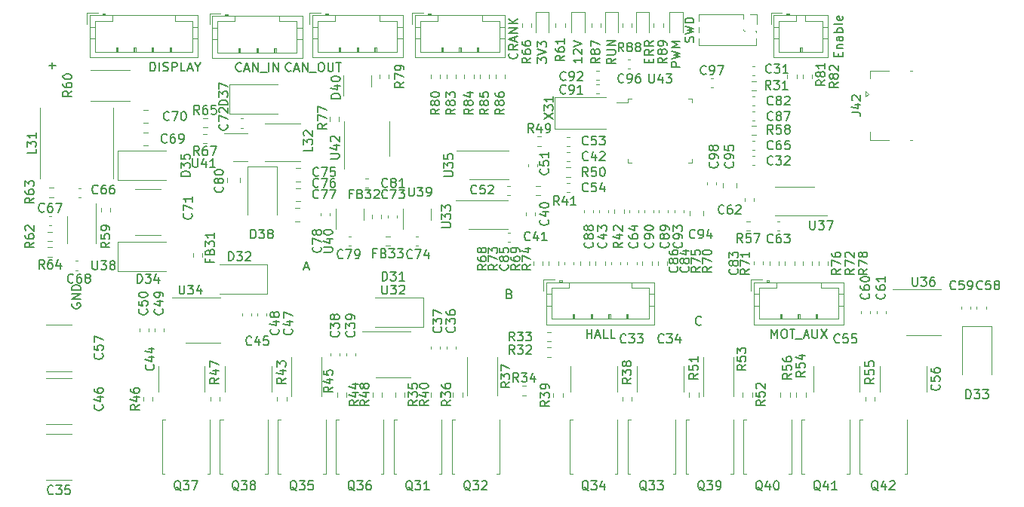
<source format=gbr>
%TF.GenerationSoftware,KiCad,Pcbnew,(6.0.9)*%
%TF.CreationDate,2022-12-08T19:58:11+01:00*%
%TF.ProjectId,battery-case-controller,62617474-6572-4792-9d63-6173652d636f,1*%
%TF.SameCoordinates,Original*%
%TF.FileFunction,Legend,Top*%
%TF.FilePolarity,Positive*%
%FSLAX46Y46*%
G04 Gerber Fmt 4.6, Leading zero omitted, Abs format (unit mm)*
G04 Created by KiCad (PCBNEW (6.0.9)) date 2022-12-08 19:58:11*
%MOMM*%
%LPD*%
G01*
G04 APERTURE LIST*
%ADD10C,0.150000*%
%ADD11C,0.120000*%
G04 APERTURE END LIST*
D10*
%TO.C,C65*%
X184357142Y-90857142D02*
X184309523Y-90904761D01*
X184166666Y-90952380D01*
X184071428Y-90952380D01*
X183928571Y-90904761D01*
X183833333Y-90809523D01*
X183785714Y-90714285D01*
X183738095Y-90523809D01*
X183738095Y-90380952D01*
X183785714Y-90190476D01*
X183833333Y-90095238D01*
X183928571Y-90000000D01*
X184071428Y-89952380D01*
X184166666Y-89952380D01*
X184309523Y-90000000D01*
X184357142Y-90047619D01*
X185214285Y-89952380D02*
X185023809Y-89952380D01*
X184928571Y-90000000D01*
X184880952Y-90047619D01*
X184785714Y-90190476D01*
X184738095Y-90380952D01*
X184738095Y-90761904D01*
X184785714Y-90857142D01*
X184833333Y-90904761D01*
X184928571Y-90952380D01*
X185119047Y-90952380D01*
X185214285Y-90904761D01*
X185261904Y-90857142D01*
X185309523Y-90761904D01*
X185309523Y-90523809D01*
X185261904Y-90428571D01*
X185214285Y-90380952D01*
X185119047Y-90333333D01*
X184928571Y-90333333D01*
X184833333Y-90380952D01*
X184785714Y-90428571D01*
X184738095Y-90523809D01*
X186214285Y-89952380D02*
X185738095Y-89952380D01*
X185690476Y-90428571D01*
X185738095Y-90380952D01*
X185833333Y-90333333D01*
X186071428Y-90333333D01*
X186166666Y-90380952D01*
X186214285Y-90428571D01*
X186261904Y-90523809D01*
X186261904Y-90761904D01*
X186214285Y-90857142D01*
X186166666Y-90904761D01*
X186071428Y-90952380D01*
X185833333Y-90952380D01*
X185738095Y-90904761D01*
X185690476Y-90857142D01*
%TO.C,R35*%
X144452380Y-119142857D02*
X143976190Y-119476190D01*
X144452380Y-119714285D02*
X143452380Y-119714285D01*
X143452380Y-119333333D01*
X143500000Y-119238095D01*
X143547619Y-119190476D01*
X143642857Y-119142857D01*
X143785714Y-119142857D01*
X143880952Y-119190476D01*
X143928571Y-119238095D01*
X143976190Y-119333333D01*
X143976190Y-119714285D01*
X143452380Y-118809523D02*
X143452380Y-118190476D01*
X143833333Y-118523809D01*
X143833333Y-118380952D01*
X143880952Y-118285714D01*
X143928571Y-118238095D01*
X144023809Y-118190476D01*
X144261904Y-118190476D01*
X144357142Y-118238095D01*
X144404761Y-118285714D01*
X144452380Y-118380952D01*
X144452380Y-118666666D01*
X144404761Y-118761904D01*
X144357142Y-118809523D01*
X143452380Y-117285714D02*
X143452380Y-117761904D01*
X143928571Y-117809523D01*
X143880952Y-117761904D01*
X143833333Y-117666666D01*
X143833333Y-117428571D01*
X143880952Y-117333333D01*
X143928571Y-117285714D01*
X144023809Y-117238095D01*
X144261904Y-117238095D01*
X144357142Y-117285714D01*
X144404761Y-117333333D01*
X144452380Y-117428571D01*
X144452380Y-117666666D01*
X144404761Y-117761904D01*
X144357142Y-117809523D01*
%TO.C,C82*%
X184357142Y-85857142D02*
X184309523Y-85904761D01*
X184166666Y-85952380D01*
X184071428Y-85952380D01*
X183928571Y-85904761D01*
X183833333Y-85809523D01*
X183785714Y-85714285D01*
X183738095Y-85523809D01*
X183738095Y-85380952D01*
X183785714Y-85190476D01*
X183833333Y-85095238D01*
X183928571Y-85000000D01*
X184071428Y-84952380D01*
X184166666Y-84952380D01*
X184309523Y-85000000D01*
X184357142Y-85047619D01*
X184928571Y-85380952D02*
X184833333Y-85333333D01*
X184785714Y-85285714D01*
X184738095Y-85190476D01*
X184738095Y-85142857D01*
X184785714Y-85047619D01*
X184833333Y-85000000D01*
X184928571Y-84952380D01*
X185119047Y-84952380D01*
X185214285Y-85000000D01*
X185261904Y-85047619D01*
X185309523Y-85142857D01*
X185309523Y-85190476D01*
X185261904Y-85285714D01*
X185214285Y-85333333D01*
X185119047Y-85380952D01*
X184928571Y-85380952D01*
X184833333Y-85428571D01*
X184785714Y-85476190D01*
X184738095Y-85571428D01*
X184738095Y-85761904D01*
X184785714Y-85857142D01*
X184833333Y-85904761D01*
X184928571Y-85952380D01*
X185119047Y-85952380D01*
X185214285Y-85904761D01*
X185261904Y-85857142D01*
X185309523Y-85761904D01*
X185309523Y-85571428D01*
X185261904Y-85476190D01*
X185214285Y-85428571D01*
X185119047Y-85380952D01*
X185690476Y-85047619D02*
X185738095Y-85000000D01*
X185833333Y-84952380D01*
X186071428Y-84952380D01*
X186166666Y-85000000D01*
X186214285Y-85047619D01*
X186261904Y-85142857D01*
X186261904Y-85238095D01*
X186214285Y-85380952D01*
X185642857Y-85952380D01*
X186261904Y-85952380D01*
%TO.C,C72*%
X123107142Y-88142857D02*
X123154761Y-88190476D01*
X123202380Y-88333333D01*
X123202380Y-88428571D01*
X123154761Y-88571428D01*
X123059523Y-88666666D01*
X122964285Y-88714285D01*
X122773809Y-88761904D01*
X122630952Y-88761904D01*
X122440476Y-88714285D01*
X122345238Y-88666666D01*
X122250000Y-88571428D01*
X122202380Y-88428571D01*
X122202380Y-88333333D01*
X122250000Y-88190476D01*
X122297619Y-88142857D01*
X122202380Y-87809523D02*
X122202380Y-87142857D01*
X123202380Y-87571428D01*
X122297619Y-86809523D02*
X122250000Y-86761904D01*
X122202380Y-86666666D01*
X122202380Y-86428571D01*
X122250000Y-86333333D01*
X122297619Y-86285714D01*
X122392857Y-86238095D01*
X122488095Y-86238095D01*
X122630952Y-86285714D01*
X123202380Y-86857142D01*
X123202380Y-86238095D01*
%TO.C,C96*%
X167607142Y-83357142D02*
X167559523Y-83404761D01*
X167416666Y-83452380D01*
X167321428Y-83452380D01*
X167178571Y-83404761D01*
X167083333Y-83309523D01*
X167035714Y-83214285D01*
X166988095Y-83023809D01*
X166988095Y-82880952D01*
X167035714Y-82690476D01*
X167083333Y-82595238D01*
X167178571Y-82500000D01*
X167321428Y-82452380D01*
X167416666Y-82452380D01*
X167559523Y-82500000D01*
X167607142Y-82547619D01*
X168083333Y-83452380D02*
X168273809Y-83452380D01*
X168369047Y-83404761D01*
X168416666Y-83357142D01*
X168511904Y-83214285D01*
X168559523Y-83023809D01*
X168559523Y-82642857D01*
X168511904Y-82547619D01*
X168464285Y-82500000D01*
X168369047Y-82452380D01*
X168178571Y-82452380D01*
X168083333Y-82500000D01*
X168035714Y-82547619D01*
X167988095Y-82642857D01*
X167988095Y-82880952D01*
X168035714Y-82976190D01*
X168083333Y-83023809D01*
X168178571Y-83071428D01*
X168369047Y-83071428D01*
X168464285Y-83023809D01*
X168511904Y-82976190D01*
X168559523Y-82880952D01*
X169416666Y-82452380D02*
X169226190Y-82452380D01*
X169130952Y-82500000D01*
X169083333Y-82547619D01*
X168988095Y-82690476D01*
X168940476Y-82880952D01*
X168940476Y-83261904D01*
X168988095Y-83357142D01*
X169035714Y-83404761D01*
X169130952Y-83452380D01*
X169321428Y-83452380D01*
X169416666Y-83404761D01*
X169464285Y-83357142D01*
X169511904Y-83261904D01*
X169511904Y-83023809D01*
X169464285Y-82928571D01*
X169416666Y-82880952D01*
X169321428Y-82833333D01*
X169130952Y-82833333D01*
X169035714Y-82880952D01*
X168988095Y-82928571D01*
X168940476Y-83023809D01*
%TO.C,R48*%
X139022380Y-119142857D02*
X138546190Y-119476190D01*
X139022380Y-119714285D02*
X138022380Y-119714285D01*
X138022380Y-119333333D01*
X138070000Y-119238095D01*
X138117619Y-119190476D01*
X138212857Y-119142857D01*
X138355714Y-119142857D01*
X138450952Y-119190476D01*
X138498571Y-119238095D01*
X138546190Y-119333333D01*
X138546190Y-119714285D01*
X138355714Y-118285714D02*
X139022380Y-118285714D01*
X137974761Y-118523809D02*
X138689047Y-118761904D01*
X138689047Y-118142857D01*
X138450952Y-117619047D02*
X138403333Y-117714285D01*
X138355714Y-117761904D01*
X138260476Y-117809523D01*
X138212857Y-117809523D01*
X138117619Y-117761904D01*
X138070000Y-117714285D01*
X138022380Y-117619047D01*
X138022380Y-117428571D01*
X138070000Y-117333333D01*
X138117619Y-117285714D01*
X138212857Y-117238095D01*
X138260476Y-117238095D01*
X138355714Y-117285714D01*
X138403333Y-117333333D01*
X138450952Y-117428571D01*
X138450952Y-117619047D01*
X138498571Y-117714285D01*
X138546190Y-117761904D01*
X138641428Y-117809523D01*
X138831904Y-117809523D01*
X138927142Y-117761904D01*
X138974761Y-117714285D01*
X139022380Y-117619047D01*
X139022380Y-117428571D01*
X138974761Y-117333333D01*
X138927142Y-117285714D01*
X138831904Y-117238095D01*
X138641428Y-117238095D01*
X138546190Y-117285714D01*
X138498571Y-117333333D01*
X138450952Y-117428571D01*
%TO.C,R89*%
X172452380Y-80642857D02*
X171976190Y-80976190D01*
X172452380Y-81214285D02*
X171452380Y-81214285D01*
X171452380Y-80833333D01*
X171500000Y-80738095D01*
X171547619Y-80690476D01*
X171642857Y-80642857D01*
X171785714Y-80642857D01*
X171880952Y-80690476D01*
X171928571Y-80738095D01*
X171976190Y-80833333D01*
X171976190Y-81214285D01*
X171880952Y-80071428D02*
X171833333Y-80166666D01*
X171785714Y-80214285D01*
X171690476Y-80261904D01*
X171642857Y-80261904D01*
X171547619Y-80214285D01*
X171500000Y-80166666D01*
X171452380Y-80071428D01*
X171452380Y-79880952D01*
X171500000Y-79785714D01*
X171547619Y-79738095D01*
X171642857Y-79690476D01*
X171690476Y-79690476D01*
X171785714Y-79738095D01*
X171833333Y-79785714D01*
X171880952Y-79880952D01*
X171880952Y-80071428D01*
X171928571Y-80166666D01*
X171976190Y-80214285D01*
X172071428Y-80261904D01*
X172261904Y-80261904D01*
X172357142Y-80214285D01*
X172404761Y-80166666D01*
X172452380Y-80071428D01*
X172452380Y-79880952D01*
X172404761Y-79785714D01*
X172357142Y-79738095D01*
X172261904Y-79690476D01*
X172071428Y-79690476D01*
X171976190Y-79738095D01*
X171928571Y-79785714D01*
X171880952Y-79880952D01*
X172452380Y-79214285D02*
X172452380Y-79023809D01*
X172404761Y-78928571D01*
X172357142Y-78880952D01*
X172214285Y-78785714D01*
X172023809Y-78738095D01*
X171642857Y-78738095D01*
X171547619Y-78785714D01*
X171500000Y-78833333D01*
X171452380Y-78928571D01*
X171452380Y-79119047D01*
X171500000Y-79214285D01*
X171547619Y-79261904D01*
X171642857Y-79309523D01*
X171880952Y-79309523D01*
X171976190Y-79261904D01*
X172023809Y-79214285D01*
X172071428Y-79119047D01*
X172071428Y-78928571D01*
X172023809Y-78833333D01*
X171976190Y-78785714D01*
X171880952Y-78738095D01*
%TO.C,C89*%
X172607142Y-101392857D02*
X172654761Y-101440476D01*
X172702380Y-101583333D01*
X172702380Y-101678571D01*
X172654761Y-101821428D01*
X172559523Y-101916666D01*
X172464285Y-101964285D01*
X172273809Y-102011904D01*
X172130952Y-102011904D01*
X171940476Y-101964285D01*
X171845238Y-101916666D01*
X171750000Y-101821428D01*
X171702380Y-101678571D01*
X171702380Y-101583333D01*
X171750000Y-101440476D01*
X171797619Y-101392857D01*
X172130952Y-100821428D02*
X172083333Y-100916666D01*
X172035714Y-100964285D01*
X171940476Y-101011904D01*
X171892857Y-101011904D01*
X171797619Y-100964285D01*
X171750000Y-100916666D01*
X171702380Y-100821428D01*
X171702380Y-100630952D01*
X171750000Y-100535714D01*
X171797619Y-100488095D01*
X171892857Y-100440476D01*
X171940476Y-100440476D01*
X172035714Y-100488095D01*
X172083333Y-100535714D01*
X172130952Y-100630952D01*
X172130952Y-100821428D01*
X172178571Y-100916666D01*
X172226190Y-100964285D01*
X172321428Y-101011904D01*
X172511904Y-101011904D01*
X172607142Y-100964285D01*
X172654761Y-100916666D01*
X172702380Y-100821428D01*
X172702380Y-100630952D01*
X172654761Y-100535714D01*
X172607142Y-100488095D01*
X172511904Y-100440476D01*
X172321428Y-100440476D01*
X172226190Y-100488095D01*
X172178571Y-100535714D01*
X172130952Y-100630952D01*
X172702380Y-99964285D02*
X172702380Y-99773809D01*
X172654761Y-99678571D01*
X172607142Y-99630952D01*
X172464285Y-99535714D01*
X172273809Y-99488095D01*
X171892857Y-99488095D01*
X171797619Y-99535714D01*
X171750000Y-99583333D01*
X171702380Y-99678571D01*
X171702380Y-99869047D01*
X171750000Y-99964285D01*
X171797619Y-100011904D01*
X171892857Y-100059523D01*
X172130952Y-100059523D01*
X172226190Y-100011904D01*
X172273809Y-99964285D01*
X172321428Y-99869047D01*
X172321428Y-99678571D01*
X172273809Y-99583333D01*
X172226190Y-99535714D01*
X172130952Y-99488095D01*
%TO.C,C94*%
X175607142Y-100857142D02*
X175559523Y-100904761D01*
X175416666Y-100952380D01*
X175321428Y-100952380D01*
X175178571Y-100904761D01*
X175083333Y-100809523D01*
X175035714Y-100714285D01*
X174988095Y-100523809D01*
X174988095Y-100380952D01*
X175035714Y-100190476D01*
X175083333Y-100095238D01*
X175178571Y-100000000D01*
X175321428Y-99952380D01*
X175416666Y-99952380D01*
X175559523Y-100000000D01*
X175607142Y-100047619D01*
X176083333Y-100952380D02*
X176273809Y-100952380D01*
X176369047Y-100904761D01*
X176416666Y-100857142D01*
X176511904Y-100714285D01*
X176559523Y-100523809D01*
X176559523Y-100142857D01*
X176511904Y-100047619D01*
X176464285Y-100000000D01*
X176369047Y-99952380D01*
X176178571Y-99952380D01*
X176083333Y-100000000D01*
X176035714Y-100047619D01*
X175988095Y-100142857D01*
X175988095Y-100380952D01*
X176035714Y-100476190D01*
X176083333Y-100523809D01*
X176178571Y-100571428D01*
X176369047Y-100571428D01*
X176464285Y-100523809D01*
X176511904Y-100476190D01*
X176559523Y-100380952D01*
X177416666Y-100285714D02*
X177416666Y-100952380D01*
X177178571Y-99904761D02*
X176940476Y-100619047D01*
X177559523Y-100619047D01*
%TO.C,X31*%
X158702380Y-87535714D02*
X159702380Y-86869047D01*
X158702380Y-86869047D02*
X159702380Y-87535714D01*
X158702380Y-86583333D02*
X158702380Y-85964285D01*
X159083333Y-86297619D01*
X159083333Y-86154761D01*
X159130952Y-86059523D01*
X159178571Y-86011904D01*
X159273809Y-85964285D01*
X159511904Y-85964285D01*
X159607142Y-86011904D01*
X159654761Y-86059523D01*
X159702380Y-86154761D01*
X159702380Y-86440476D01*
X159654761Y-86535714D01*
X159607142Y-86583333D01*
X159702380Y-85011904D02*
X159702380Y-85583333D01*
X159702380Y-85297619D02*
X158702380Y-85297619D01*
X158845238Y-85392857D01*
X158940476Y-85488095D01*
X158988095Y-85583333D01*
%TO.C,R44*%
X137827536Y-119141917D02*
X137351346Y-119475250D01*
X137827536Y-119713345D02*
X136827536Y-119713345D01*
X136827536Y-119332393D01*
X136875156Y-119237155D01*
X136922775Y-119189536D01*
X137018013Y-119141917D01*
X137160870Y-119141917D01*
X137256108Y-119189536D01*
X137303727Y-119237155D01*
X137351346Y-119332393D01*
X137351346Y-119713345D01*
X137160870Y-118284774D02*
X137827536Y-118284774D01*
X136779917Y-118522869D02*
X137494203Y-118760964D01*
X137494203Y-118141917D01*
X137160870Y-117332393D02*
X137827536Y-117332393D01*
X136779917Y-117570488D02*
X137494203Y-117808583D01*
X137494203Y-117189536D01*
%TO.C,R63*%
X101452380Y-96392857D02*
X100976190Y-96726190D01*
X101452380Y-96964285D02*
X100452380Y-96964285D01*
X100452380Y-96583333D01*
X100500000Y-96488095D01*
X100547619Y-96440476D01*
X100642857Y-96392857D01*
X100785714Y-96392857D01*
X100880952Y-96440476D01*
X100928571Y-96488095D01*
X100976190Y-96583333D01*
X100976190Y-96964285D01*
X100452380Y-95535714D02*
X100452380Y-95726190D01*
X100500000Y-95821428D01*
X100547619Y-95869047D01*
X100690476Y-95964285D01*
X100880952Y-96011904D01*
X101261904Y-96011904D01*
X101357142Y-95964285D01*
X101404761Y-95916666D01*
X101452380Y-95821428D01*
X101452380Y-95630952D01*
X101404761Y-95535714D01*
X101357142Y-95488095D01*
X101261904Y-95440476D01*
X101023809Y-95440476D01*
X100928571Y-95488095D01*
X100880952Y-95535714D01*
X100833333Y-95630952D01*
X100833333Y-95821428D01*
X100880952Y-95916666D01*
X100928571Y-95964285D01*
X101023809Y-96011904D01*
X100452380Y-95107142D02*
X100452380Y-94488095D01*
X100833333Y-94821428D01*
X100833333Y-94678571D01*
X100880952Y-94583333D01*
X100928571Y-94535714D01*
X101023809Y-94488095D01*
X101261904Y-94488095D01*
X101357142Y-94535714D01*
X101404761Y-94583333D01*
X101452380Y-94678571D01*
X101452380Y-94964285D01*
X101404761Y-95059523D01*
X101357142Y-95107142D01*
%TO.C,D40*%
X135802380Y-85214285D02*
X134802380Y-85214285D01*
X134802380Y-84976190D01*
X134850000Y-84833333D01*
X134945238Y-84738095D01*
X135040476Y-84690476D01*
X135230952Y-84642857D01*
X135373809Y-84642857D01*
X135564285Y-84690476D01*
X135659523Y-84738095D01*
X135754761Y-84833333D01*
X135802380Y-84976190D01*
X135802380Y-85214285D01*
X135135714Y-83785714D02*
X135802380Y-83785714D01*
X134754761Y-84023809D02*
X135469047Y-84261904D01*
X135469047Y-83642857D01*
X134802380Y-83071428D02*
X134802380Y-82976190D01*
X134850000Y-82880952D01*
X134897619Y-82833333D01*
X134992857Y-82785714D01*
X135183333Y-82738095D01*
X135421428Y-82738095D01*
X135611904Y-82785714D01*
X135707142Y-82833333D01*
X135754761Y-82880952D01*
X135802380Y-82976190D01*
X135802380Y-83071428D01*
X135754761Y-83166666D01*
X135707142Y-83214285D01*
X135611904Y-83261904D01*
X135421428Y-83309523D01*
X135183333Y-83309523D01*
X134992857Y-83261904D01*
X134897619Y-83214285D01*
X134850000Y-83166666D01*
X134802380Y-83071428D01*
%TO.C,C54*%
X163607142Y-95607142D02*
X163559523Y-95654761D01*
X163416666Y-95702380D01*
X163321428Y-95702380D01*
X163178571Y-95654761D01*
X163083333Y-95559523D01*
X163035714Y-95464285D01*
X162988095Y-95273809D01*
X162988095Y-95130952D01*
X163035714Y-94940476D01*
X163083333Y-94845238D01*
X163178571Y-94750000D01*
X163321428Y-94702380D01*
X163416666Y-94702380D01*
X163559523Y-94750000D01*
X163607142Y-94797619D01*
X164511904Y-94702380D02*
X164035714Y-94702380D01*
X163988095Y-95178571D01*
X164035714Y-95130952D01*
X164130952Y-95083333D01*
X164369047Y-95083333D01*
X164464285Y-95130952D01*
X164511904Y-95178571D01*
X164559523Y-95273809D01*
X164559523Y-95511904D01*
X164511904Y-95607142D01*
X164464285Y-95654761D01*
X164369047Y-95702380D01*
X164130952Y-95702380D01*
X164035714Y-95654761D01*
X163988095Y-95607142D01*
X165416666Y-95035714D02*
X165416666Y-95702380D01*
X165178571Y-94654761D02*
X164940476Y-95369047D01*
X165559523Y-95369047D01*
%TO.C,R84*%
X150702380Y-86392857D02*
X150226190Y-86726190D01*
X150702380Y-86964285D02*
X149702380Y-86964285D01*
X149702380Y-86583333D01*
X149750000Y-86488095D01*
X149797619Y-86440476D01*
X149892857Y-86392857D01*
X150035714Y-86392857D01*
X150130952Y-86440476D01*
X150178571Y-86488095D01*
X150226190Y-86583333D01*
X150226190Y-86964285D01*
X150130952Y-85821428D02*
X150083333Y-85916666D01*
X150035714Y-85964285D01*
X149940476Y-86011904D01*
X149892857Y-86011904D01*
X149797619Y-85964285D01*
X149750000Y-85916666D01*
X149702380Y-85821428D01*
X149702380Y-85630952D01*
X149750000Y-85535714D01*
X149797619Y-85488095D01*
X149892857Y-85440476D01*
X149940476Y-85440476D01*
X150035714Y-85488095D01*
X150083333Y-85535714D01*
X150130952Y-85630952D01*
X150130952Y-85821428D01*
X150178571Y-85916666D01*
X150226190Y-85964285D01*
X150321428Y-86011904D01*
X150511904Y-86011904D01*
X150607142Y-85964285D01*
X150654761Y-85916666D01*
X150702380Y-85821428D01*
X150702380Y-85630952D01*
X150654761Y-85535714D01*
X150607142Y-85488095D01*
X150511904Y-85440476D01*
X150321428Y-85440476D01*
X150226190Y-85488095D01*
X150178571Y-85535714D01*
X150130952Y-85630952D01*
X150035714Y-84583333D02*
X150702380Y-84583333D01*
X149654761Y-84821428D02*
X150369047Y-85059523D01*
X150369047Y-84440476D01*
%TO.C,C86*%
X173607142Y-104142857D02*
X173654761Y-104190476D01*
X173702380Y-104333333D01*
X173702380Y-104428571D01*
X173654761Y-104571428D01*
X173559523Y-104666666D01*
X173464285Y-104714285D01*
X173273809Y-104761904D01*
X173130952Y-104761904D01*
X172940476Y-104714285D01*
X172845238Y-104666666D01*
X172750000Y-104571428D01*
X172702380Y-104428571D01*
X172702380Y-104333333D01*
X172750000Y-104190476D01*
X172797619Y-104142857D01*
X173130952Y-103571428D02*
X173083333Y-103666666D01*
X173035714Y-103714285D01*
X172940476Y-103761904D01*
X172892857Y-103761904D01*
X172797619Y-103714285D01*
X172750000Y-103666666D01*
X172702380Y-103571428D01*
X172702380Y-103380952D01*
X172750000Y-103285714D01*
X172797619Y-103238095D01*
X172892857Y-103190476D01*
X172940476Y-103190476D01*
X173035714Y-103238095D01*
X173083333Y-103285714D01*
X173130952Y-103380952D01*
X173130952Y-103571428D01*
X173178571Y-103666666D01*
X173226190Y-103714285D01*
X173321428Y-103761904D01*
X173511904Y-103761904D01*
X173607142Y-103714285D01*
X173654761Y-103666666D01*
X173702380Y-103571428D01*
X173702380Y-103380952D01*
X173654761Y-103285714D01*
X173607142Y-103238095D01*
X173511904Y-103190476D01*
X173321428Y-103190476D01*
X173226190Y-103238095D01*
X173178571Y-103285714D01*
X173130952Y-103380952D01*
X172702380Y-102333333D02*
X172702380Y-102523809D01*
X172750000Y-102619047D01*
X172797619Y-102666666D01*
X172940476Y-102761904D01*
X173130952Y-102809523D01*
X173511904Y-102809523D01*
X173607142Y-102761904D01*
X173654761Y-102714285D01*
X173702380Y-102619047D01*
X173702380Y-102428571D01*
X173654761Y-102333333D01*
X173607142Y-102285714D01*
X173511904Y-102238095D01*
X173273809Y-102238095D01*
X173178571Y-102285714D01*
X173130952Y-102333333D01*
X173083333Y-102428571D01*
X173083333Y-102619047D01*
X173130952Y-102714285D01*
X173178571Y-102761904D01*
X173273809Y-102809523D01*
%TO.C,C59*%
X204857142Y-106607142D02*
X204809523Y-106654761D01*
X204666666Y-106702380D01*
X204571428Y-106702380D01*
X204428571Y-106654761D01*
X204333333Y-106559523D01*
X204285714Y-106464285D01*
X204238095Y-106273809D01*
X204238095Y-106130952D01*
X204285714Y-105940476D01*
X204333333Y-105845238D01*
X204428571Y-105750000D01*
X204571428Y-105702380D01*
X204666666Y-105702380D01*
X204809523Y-105750000D01*
X204857142Y-105797619D01*
X205761904Y-105702380D02*
X205285714Y-105702380D01*
X205238095Y-106178571D01*
X205285714Y-106130952D01*
X205380952Y-106083333D01*
X205619047Y-106083333D01*
X205714285Y-106130952D01*
X205761904Y-106178571D01*
X205809523Y-106273809D01*
X205809523Y-106511904D01*
X205761904Y-106607142D01*
X205714285Y-106654761D01*
X205619047Y-106702380D01*
X205380952Y-106702380D01*
X205285714Y-106654761D01*
X205238095Y-106607142D01*
X206285714Y-106702380D02*
X206476190Y-106702380D01*
X206571428Y-106654761D01*
X206619047Y-106607142D01*
X206714285Y-106464285D01*
X206761904Y-106273809D01*
X206761904Y-105892857D01*
X206714285Y-105797619D01*
X206666666Y-105750000D01*
X206571428Y-105702380D01*
X206380952Y-105702380D01*
X206285714Y-105750000D01*
X206238095Y-105797619D01*
X206190476Y-105892857D01*
X206190476Y-106130952D01*
X206238095Y-106226190D01*
X206285714Y-106273809D01*
X206380952Y-106321428D01*
X206571428Y-106321428D01*
X206666666Y-106273809D01*
X206714285Y-106226190D01*
X206761904Y-106130952D01*
%TO.C,J39*%
X105750000Y-108261904D02*
X105702380Y-108357142D01*
X105702380Y-108500000D01*
X105750000Y-108642857D01*
X105845238Y-108738095D01*
X105940476Y-108785714D01*
X106130952Y-108833333D01*
X106273809Y-108833333D01*
X106464285Y-108785714D01*
X106559523Y-108738095D01*
X106654761Y-108642857D01*
X106702380Y-108500000D01*
X106702380Y-108404761D01*
X106654761Y-108261904D01*
X106607142Y-108214285D01*
X106273809Y-108214285D01*
X106273809Y-108404761D01*
X106702380Y-107785714D02*
X105702380Y-107785714D01*
X106702380Y-107214285D01*
X105702380Y-107214285D01*
X106702380Y-106738095D02*
X105702380Y-106738095D01*
X105702380Y-106500000D01*
X105750000Y-106357142D01*
X105845238Y-106261904D01*
X105940476Y-106214285D01*
X106130952Y-106166666D01*
X106273809Y-106166666D01*
X106464285Y-106214285D01*
X106559523Y-106261904D01*
X106654761Y-106357142D01*
X106702380Y-106500000D01*
X106702380Y-106738095D01*
%TO.C,C81*%
X141107142Y-95107142D02*
X141059523Y-95154761D01*
X140916666Y-95202380D01*
X140821428Y-95202380D01*
X140678571Y-95154761D01*
X140583333Y-95059523D01*
X140535714Y-94964285D01*
X140488095Y-94773809D01*
X140488095Y-94630952D01*
X140535714Y-94440476D01*
X140583333Y-94345238D01*
X140678571Y-94250000D01*
X140821428Y-94202380D01*
X140916666Y-94202380D01*
X141059523Y-94250000D01*
X141107142Y-94297619D01*
X141678571Y-94630952D02*
X141583333Y-94583333D01*
X141535714Y-94535714D01*
X141488095Y-94440476D01*
X141488095Y-94392857D01*
X141535714Y-94297619D01*
X141583333Y-94250000D01*
X141678571Y-94202380D01*
X141869047Y-94202380D01*
X141964285Y-94250000D01*
X142011904Y-94297619D01*
X142059523Y-94392857D01*
X142059523Y-94440476D01*
X142011904Y-94535714D01*
X141964285Y-94583333D01*
X141869047Y-94630952D01*
X141678571Y-94630952D01*
X141583333Y-94678571D01*
X141535714Y-94726190D01*
X141488095Y-94821428D01*
X141488095Y-95011904D01*
X141535714Y-95107142D01*
X141583333Y-95154761D01*
X141678571Y-95202380D01*
X141869047Y-95202380D01*
X141964285Y-95154761D01*
X142011904Y-95107142D01*
X142059523Y-95011904D01*
X142059523Y-94821428D01*
X142011904Y-94726190D01*
X141964285Y-94678571D01*
X141869047Y-94630952D01*
X143011904Y-95202380D02*
X142440476Y-95202380D01*
X142726190Y-95202380D02*
X142726190Y-94202380D01*
X142630952Y-94345238D01*
X142535714Y-94440476D01*
X142440476Y-94488095D01*
%TO.C,U37*%
X188511904Y-98952380D02*
X188511904Y-99761904D01*
X188559523Y-99857142D01*
X188607142Y-99904761D01*
X188702380Y-99952380D01*
X188892857Y-99952380D01*
X188988095Y-99904761D01*
X189035714Y-99857142D01*
X189083333Y-99761904D01*
X189083333Y-98952380D01*
X189464285Y-98952380D02*
X190083333Y-98952380D01*
X189750000Y-99333333D01*
X189892857Y-99333333D01*
X189988095Y-99380952D01*
X190035714Y-99428571D01*
X190083333Y-99523809D01*
X190083333Y-99761904D01*
X190035714Y-99857142D01*
X189988095Y-99904761D01*
X189892857Y-99952380D01*
X189607142Y-99952380D01*
X189511904Y-99904761D01*
X189464285Y-99857142D01*
X190416666Y-98952380D02*
X191083333Y-98952380D01*
X190654761Y-99952380D01*
%TO.C,Q40*%
X183178571Y-129297619D02*
X183083333Y-129250000D01*
X182988095Y-129154761D01*
X182845238Y-129011904D01*
X182750000Y-128964285D01*
X182654761Y-128964285D01*
X182702380Y-129202380D02*
X182607142Y-129154761D01*
X182511904Y-129059523D01*
X182464285Y-128869047D01*
X182464285Y-128535714D01*
X182511904Y-128345238D01*
X182607142Y-128250000D01*
X182702380Y-128202380D01*
X182892857Y-128202380D01*
X182988095Y-128250000D01*
X183083333Y-128345238D01*
X183130952Y-128535714D01*
X183130952Y-128869047D01*
X183083333Y-129059523D01*
X182988095Y-129154761D01*
X182892857Y-129202380D01*
X182702380Y-129202380D01*
X183988095Y-128535714D02*
X183988095Y-129202380D01*
X183750000Y-128154761D02*
X183511904Y-128869047D01*
X184130952Y-128869047D01*
X184702380Y-128202380D02*
X184797619Y-128202380D01*
X184892857Y-128250000D01*
X184940476Y-128297619D01*
X184988095Y-128392857D01*
X185035714Y-128583333D01*
X185035714Y-128821428D01*
X184988095Y-129011904D01*
X184940476Y-129107142D01*
X184892857Y-129154761D01*
X184797619Y-129202380D01*
X184702380Y-129202380D01*
X184607142Y-129154761D01*
X184559523Y-129107142D01*
X184511904Y-129011904D01*
X184464285Y-128821428D01*
X184464285Y-128583333D01*
X184511904Y-128392857D01*
X184559523Y-128297619D01*
X184607142Y-128250000D01*
X184702380Y-128202380D01*
%TO.C,Q41*%
X189678571Y-129297619D02*
X189583333Y-129250000D01*
X189488095Y-129154761D01*
X189345238Y-129011904D01*
X189250000Y-128964285D01*
X189154761Y-128964285D01*
X189202380Y-129202380D02*
X189107142Y-129154761D01*
X189011904Y-129059523D01*
X188964285Y-128869047D01*
X188964285Y-128535714D01*
X189011904Y-128345238D01*
X189107142Y-128250000D01*
X189202380Y-128202380D01*
X189392857Y-128202380D01*
X189488095Y-128250000D01*
X189583333Y-128345238D01*
X189630952Y-128535714D01*
X189630952Y-128869047D01*
X189583333Y-129059523D01*
X189488095Y-129154761D01*
X189392857Y-129202380D01*
X189202380Y-129202380D01*
X190488095Y-128535714D02*
X190488095Y-129202380D01*
X190250000Y-128154761D02*
X190011904Y-128869047D01*
X190630952Y-128869047D01*
X191535714Y-129202380D02*
X190964285Y-129202380D01*
X191250000Y-129202380D02*
X191250000Y-128202380D01*
X191154761Y-128345238D01*
X191059523Y-128440476D01*
X190964285Y-128488095D01*
%TO.C,U40*%
X133952380Y-102488095D02*
X134761904Y-102488095D01*
X134857142Y-102440476D01*
X134904761Y-102392857D01*
X134952380Y-102297619D01*
X134952380Y-102107142D01*
X134904761Y-102011904D01*
X134857142Y-101964285D01*
X134761904Y-101916666D01*
X133952380Y-101916666D01*
X134285714Y-101011904D02*
X134952380Y-101011904D01*
X133904761Y-101250000D02*
X134619047Y-101488095D01*
X134619047Y-100869047D01*
X133952380Y-100297619D02*
X133952380Y-100202380D01*
X134000000Y-100107142D01*
X134047619Y-100059523D01*
X134142857Y-100011904D01*
X134333333Y-99964285D01*
X134571428Y-99964285D01*
X134761904Y-100011904D01*
X134857142Y-100059523D01*
X134904761Y-100107142D01*
X134952380Y-100202380D01*
X134952380Y-100297619D01*
X134904761Y-100392857D01*
X134857142Y-100440476D01*
X134761904Y-100488095D01*
X134571428Y-100535714D01*
X134333333Y-100535714D01*
X134142857Y-100488095D01*
X134047619Y-100440476D01*
X134000000Y-100392857D01*
X133952380Y-100297619D01*
%TO.C,C52*%
X151107142Y-95857142D02*
X151059523Y-95904761D01*
X150916666Y-95952380D01*
X150821428Y-95952380D01*
X150678571Y-95904761D01*
X150583333Y-95809523D01*
X150535714Y-95714285D01*
X150488095Y-95523809D01*
X150488095Y-95380952D01*
X150535714Y-95190476D01*
X150583333Y-95095238D01*
X150678571Y-95000000D01*
X150821428Y-94952380D01*
X150916666Y-94952380D01*
X151059523Y-95000000D01*
X151107142Y-95047619D01*
X152011904Y-94952380D02*
X151535714Y-94952380D01*
X151488095Y-95428571D01*
X151535714Y-95380952D01*
X151630952Y-95333333D01*
X151869047Y-95333333D01*
X151964285Y-95380952D01*
X152011904Y-95428571D01*
X152059523Y-95523809D01*
X152059523Y-95761904D01*
X152011904Y-95857142D01*
X151964285Y-95904761D01*
X151869047Y-95952380D01*
X151630952Y-95952380D01*
X151535714Y-95904761D01*
X151488095Y-95857142D01*
X152440476Y-95047619D02*
X152488095Y-95000000D01*
X152583333Y-94952380D01*
X152821428Y-94952380D01*
X152916666Y-95000000D01*
X152964285Y-95047619D01*
X153011904Y-95142857D01*
X153011904Y-95238095D01*
X152964285Y-95380952D01*
X152392857Y-95952380D01*
X153011904Y-95952380D01*
%TO.C,Q35*%
X130928571Y-129297619D02*
X130833333Y-129250000D01*
X130738095Y-129154761D01*
X130595238Y-129011904D01*
X130500000Y-128964285D01*
X130404761Y-128964285D01*
X130452380Y-129202380D02*
X130357142Y-129154761D01*
X130261904Y-129059523D01*
X130214285Y-128869047D01*
X130214285Y-128535714D01*
X130261904Y-128345238D01*
X130357142Y-128250000D01*
X130452380Y-128202380D01*
X130642857Y-128202380D01*
X130738095Y-128250000D01*
X130833333Y-128345238D01*
X130880952Y-128535714D01*
X130880952Y-128869047D01*
X130833333Y-129059523D01*
X130738095Y-129154761D01*
X130642857Y-129202380D01*
X130452380Y-129202380D01*
X131214285Y-128202380D02*
X131833333Y-128202380D01*
X131500000Y-128583333D01*
X131642857Y-128583333D01*
X131738095Y-128630952D01*
X131785714Y-128678571D01*
X131833333Y-128773809D01*
X131833333Y-129011904D01*
X131785714Y-129107142D01*
X131738095Y-129154761D01*
X131642857Y-129202380D01*
X131357142Y-129202380D01*
X131261904Y-129154761D01*
X131214285Y-129107142D01*
X132738095Y-128202380D02*
X132261904Y-128202380D01*
X132214285Y-128678571D01*
X132261904Y-128630952D01*
X132357142Y-128583333D01*
X132595238Y-128583333D01*
X132690476Y-128630952D01*
X132738095Y-128678571D01*
X132785714Y-128773809D01*
X132785714Y-129011904D01*
X132738095Y-129107142D01*
X132690476Y-129154761D01*
X132595238Y-129202380D01*
X132357142Y-129202380D01*
X132261904Y-129154761D01*
X132214285Y-129107142D01*
%TO.C,R71*%
X181702380Y-104392857D02*
X181226190Y-104726190D01*
X181702380Y-104964285D02*
X180702380Y-104964285D01*
X180702380Y-104583333D01*
X180750000Y-104488095D01*
X180797619Y-104440476D01*
X180892857Y-104392857D01*
X181035714Y-104392857D01*
X181130952Y-104440476D01*
X181178571Y-104488095D01*
X181226190Y-104583333D01*
X181226190Y-104964285D01*
X180702380Y-104059523D02*
X180702380Y-103392857D01*
X181702380Y-103821428D01*
X181702380Y-102488095D02*
X181702380Y-103059523D01*
X181702380Y-102773809D02*
X180702380Y-102773809D01*
X180845238Y-102869047D01*
X180940476Y-102964285D01*
X180988095Y-103059523D01*
%TO.C,C69*%
X116357142Y-90107142D02*
X116309523Y-90154761D01*
X116166666Y-90202380D01*
X116071428Y-90202380D01*
X115928571Y-90154761D01*
X115833333Y-90059523D01*
X115785714Y-89964285D01*
X115738095Y-89773809D01*
X115738095Y-89630952D01*
X115785714Y-89440476D01*
X115833333Y-89345238D01*
X115928571Y-89250000D01*
X116071428Y-89202380D01*
X116166666Y-89202380D01*
X116309523Y-89250000D01*
X116357142Y-89297619D01*
X117214285Y-89202380D02*
X117023809Y-89202380D01*
X116928571Y-89250000D01*
X116880952Y-89297619D01*
X116785714Y-89440476D01*
X116738095Y-89630952D01*
X116738095Y-90011904D01*
X116785714Y-90107142D01*
X116833333Y-90154761D01*
X116928571Y-90202380D01*
X117119047Y-90202380D01*
X117214285Y-90154761D01*
X117261904Y-90107142D01*
X117309523Y-90011904D01*
X117309523Y-89773809D01*
X117261904Y-89678571D01*
X117214285Y-89630952D01*
X117119047Y-89583333D01*
X116928571Y-89583333D01*
X116833333Y-89630952D01*
X116785714Y-89678571D01*
X116738095Y-89773809D01*
X117785714Y-90202380D02*
X117976190Y-90202380D01*
X118071428Y-90154761D01*
X118119047Y-90107142D01*
X118214285Y-89964285D01*
X118261904Y-89773809D01*
X118261904Y-89392857D01*
X118214285Y-89297619D01*
X118166666Y-89250000D01*
X118071428Y-89202380D01*
X117880952Y-89202380D01*
X117785714Y-89250000D01*
X117738095Y-89297619D01*
X117690476Y-89392857D01*
X117690476Y-89630952D01*
X117738095Y-89726190D01*
X117785714Y-89773809D01*
X117880952Y-89821428D01*
X118071428Y-89821428D01*
X118166666Y-89773809D01*
X118214285Y-89726190D01*
X118261904Y-89630952D01*
%TO.C,C74*%
X143897722Y-103107142D02*
X143850103Y-103154761D01*
X143707246Y-103202380D01*
X143612008Y-103202380D01*
X143469151Y-103154761D01*
X143373913Y-103059523D01*
X143326294Y-102964285D01*
X143278675Y-102773809D01*
X143278675Y-102630952D01*
X143326294Y-102440476D01*
X143373913Y-102345238D01*
X143469151Y-102250000D01*
X143612008Y-102202380D01*
X143707246Y-102202380D01*
X143850103Y-102250000D01*
X143897722Y-102297619D01*
X144231056Y-102202380D02*
X144897722Y-102202380D01*
X144469151Y-103202380D01*
X145707246Y-102535714D02*
X145707246Y-103202380D01*
X145469151Y-102154761D02*
X145231056Y-102869047D01*
X145850103Y-102869047D01*
%TO.C,C97*%
X176857142Y-82427142D02*
X176809523Y-82474761D01*
X176666666Y-82522380D01*
X176571428Y-82522380D01*
X176428571Y-82474761D01*
X176333333Y-82379523D01*
X176285714Y-82284285D01*
X176238095Y-82093809D01*
X176238095Y-81950952D01*
X176285714Y-81760476D01*
X176333333Y-81665238D01*
X176428571Y-81570000D01*
X176571428Y-81522380D01*
X176666666Y-81522380D01*
X176809523Y-81570000D01*
X176857142Y-81617619D01*
X177333333Y-82522380D02*
X177523809Y-82522380D01*
X177619047Y-82474761D01*
X177666666Y-82427142D01*
X177761904Y-82284285D01*
X177809523Y-82093809D01*
X177809523Y-81712857D01*
X177761904Y-81617619D01*
X177714285Y-81570000D01*
X177619047Y-81522380D01*
X177428571Y-81522380D01*
X177333333Y-81570000D01*
X177285714Y-81617619D01*
X177238095Y-81712857D01*
X177238095Y-81950952D01*
X177285714Y-82046190D01*
X177333333Y-82093809D01*
X177428571Y-82141428D01*
X177619047Y-82141428D01*
X177714285Y-82093809D01*
X177761904Y-82046190D01*
X177809523Y-81950952D01*
X178142857Y-81522380D02*
X178809523Y-81522380D01*
X178380952Y-82522380D01*
%TO.C,R39*%
X159272380Y-119217857D02*
X158796190Y-119551190D01*
X159272380Y-119789285D02*
X158272380Y-119789285D01*
X158272380Y-119408333D01*
X158320000Y-119313095D01*
X158367619Y-119265476D01*
X158462857Y-119217857D01*
X158605714Y-119217857D01*
X158700952Y-119265476D01*
X158748571Y-119313095D01*
X158796190Y-119408333D01*
X158796190Y-119789285D01*
X158272380Y-118884523D02*
X158272380Y-118265476D01*
X158653333Y-118598809D01*
X158653333Y-118455952D01*
X158700952Y-118360714D01*
X158748571Y-118313095D01*
X158843809Y-118265476D01*
X159081904Y-118265476D01*
X159177142Y-118313095D01*
X159224761Y-118360714D01*
X159272380Y-118455952D01*
X159272380Y-118741666D01*
X159224761Y-118836904D01*
X159177142Y-118884523D01*
X159272380Y-117789285D02*
X159272380Y-117598809D01*
X159224761Y-117503571D01*
X159177142Y-117455952D01*
X159034285Y-117360714D01*
X158843809Y-117313095D01*
X158462857Y-117313095D01*
X158367619Y-117360714D01*
X158320000Y-117408333D01*
X158272380Y-117503571D01*
X158272380Y-117694047D01*
X158320000Y-117789285D01*
X158367619Y-117836904D01*
X158462857Y-117884523D01*
X158700952Y-117884523D01*
X158796190Y-117836904D01*
X158843809Y-117789285D01*
X158891428Y-117694047D01*
X158891428Y-117503571D01*
X158843809Y-117408333D01*
X158796190Y-117360714D01*
X158700952Y-117313095D01*
%TO.C,R76*%
X191952380Y-104392857D02*
X191476190Y-104726190D01*
X191952380Y-104964285D02*
X190952380Y-104964285D01*
X190952380Y-104583333D01*
X191000000Y-104488095D01*
X191047619Y-104440476D01*
X191142857Y-104392857D01*
X191285714Y-104392857D01*
X191380952Y-104440476D01*
X191428571Y-104488095D01*
X191476190Y-104583333D01*
X191476190Y-104964285D01*
X190952380Y-104059523D02*
X190952380Y-103392857D01*
X191952380Y-103821428D01*
X190952380Y-102583333D02*
X190952380Y-102773809D01*
X191000000Y-102869047D01*
X191047619Y-102916666D01*
X191190476Y-103011904D01*
X191380952Y-103059523D01*
X191761904Y-103059523D01*
X191857142Y-103011904D01*
X191904761Y-102964285D01*
X191952380Y-102869047D01*
X191952380Y-102678571D01*
X191904761Y-102583333D01*
X191857142Y-102535714D01*
X191761904Y-102488095D01*
X191523809Y-102488095D01*
X191428571Y-102535714D01*
X191380952Y-102583333D01*
X191333333Y-102678571D01*
X191333333Y-102869047D01*
X191380952Y-102964285D01*
X191428571Y-103011904D01*
X191523809Y-103059523D01*
%TO.C,C44*%
X114857142Y-115142857D02*
X114904761Y-115190476D01*
X114952380Y-115333333D01*
X114952380Y-115428571D01*
X114904761Y-115571428D01*
X114809523Y-115666666D01*
X114714285Y-115714285D01*
X114523809Y-115761904D01*
X114380952Y-115761904D01*
X114190476Y-115714285D01*
X114095238Y-115666666D01*
X114000000Y-115571428D01*
X113952380Y-115428571D01*
X113952380Y-115333333D01*
X114000000Y-115190476D01*
X114047619Y-115142857D01*
X114285714Y-114285714D02*
X114952380Y-114285714D01*
X113904761Y-114523809D02*
X114619047Y-114761904D01*
X114619047Y-114142857D01*
X114285714Y-113333333D02*
X114952380Y-113333333D01*
X113904761Y-113571428D02*
X114619047Y-113809523D01*
X114619047Y-113190476D01*
%TO.C,R53*%
X181322380Y-115142857D02*
X180846190Y-115476190D01*
X181322380Y-115714285D02*
X180322380Y-115714285D01*
X180322380Y-115333333D01*
X180370000Y-115238095D01*
X180417619Y-115190476D01*
X180512857Y-115142857D01*
X180655714Y-115142857D01*
X180750952Y-115190476D01*
X180798571Y-115238095D01*
X180846190Y-115333333D01*
X180846190Y-115714285D01*
X180322380Y-114238095D02*
X180322380Y-114714285D01*
X180798571Y-114761904D01*
X180750952Y-114714285D01*
X180703333Y-114619047D01*
X180703333Y-114380952D01*
X180750952Y-114285714D01*
X180798571Y-114238095D01*
X180893809Y-114190476D01*
X181131904Y-114190476D01*
X181227142Y-114238095D01*
X181274761Y-114285714D01*
X181322380Y-114380952D01*
X181322380Y-114619047D01*
X181274761Y-114714285D01*
X181227142Y-114761904D01*
X180322380Y-113857142D02*
X180322380Y-113238095D01*
X180703333Y-113571428D01*
X180703333Y-113428571D01*
X180750952Y-113333333D01*
X180798571Y-113285714D01*
X180893809Y-113238095D01*
X181131904Y-113238095D01*
X181227142Y-113285714D01*
X181274761Y-113333333D01*
X181322380Y-113428571D01*
X181322380Y-113714285D01*
X181274761Y-113809523D01*
X181227142Y-113857142D01*
%TO.C,R46*%
X113272380Y-119642857D02*
X112796190Y-119976190D01*
X113272380Y-120214285D02*
X112272380Y-120214285D01*
X112272380Y-119833333D01*
X112320000Y-119738095D01*
X112367619Y-119690476D01*
X112462857Y-119642857D01*
X112605714Y-119642857D01*
X112700952Y-119690476D01*
X112748571Y-119738095D01*
X112796190Y-119833333D01*
X112796190Y-120214285D01*
X112605714Y-118785714D02*
X113272380Y-118785714D01*
X112224761Y-119023809D02*
X112939047Y-119261904D01*
X112939047Y-118642857D01*
X112272380Y-117833333D02*
X112272380Y-118023809D01*
X112320000Y-118119047D01*
X112367619Y-118166666D01*
X112510476Y-118261904D01*
X112700952Y-118309523D01*
X113081904Y-118309523D01*
X113177142Y-118261904D01*
X113224761Y-118214285D01*
X113272380Y-118119047D01*
X113272380Y-117928571D01*
X113224761Y-117833333D01*
X113177142Y-117785714D01*
X113081904Y-117738095D01*
X112843809Y-117738095D01*
X112748571Y-117785714D01*
X112700952Y-117833333D01*
X112653333Y-117928571D01*
X112653333Y-118119047D01*
X112700952Y-118214285D01*
X112748571Y-118261904D01*
X112843809Y-118309523D01*
%TO.C,R87*%
X164952380Y-80642857D02*
X164476190Y-80976190D01*
X164952380Y-81214285D02*
X163952380Y-81214285D01*
X163952380Y-80833333D01*
X164000000Y-80738095D01*
X164047619Y-80690476D01*
X164142857Y-80642857D01*
X164285714Y-80642857D01*
X164380952Y-80690476D01*
X164428571Y-80738095D01*
X164476190Y-80833333D01*
X164476190Y-81214285D01*
X164380952Y-80071428D02*
X164333333Y-80166666D01*
X164285714Y-80214285D01*
X164190476Y-80261904D01*
X164142857Y-80261904D01*
X164047619Y-80214285D01*
X164000000Y-80166666D01*
X163952380Y-80071428D01*
X163952380Y-79880952D01*
X164000000Y-79785714D01*
X164047619Y-79738095D01*
X164142857Y-79690476D01*
X164190476Y-79690476D01*
X164285714Y-79738095D01*
X164333333Y-79785714D01*
X164380952Y-79880952D01*
X164380952Y-80071428D01*
X164428571Y-80166666D01*
X164476190Y-80214285D01*
X164571428Y-80261904D01*
X164761904Y-80261904D01*
X164857142Y-80214285D01*
X164904761Y-80166666D01*
X164952380Y-80071428D01*
X164952380Y-79880952D01*
X164904761Y-79785714D01*
X164857142Y-79738095D01*
X164761904Y-79690476D01*
X164571428Y-79690476D01*
X164476190Y-79738095D01*
X164428571Y-79785714D01*
X164380952Y-79880952D01*
X163952380Y-79357142D02*
X163952380Y-78690476D01*
X164952380Y-79119047D01*
%TO.C,R37*%
X154822380Y-117105357D02*
X154346190Y-117438690D01*
X154822380Y-117676785D02*
X153822380Y-117676785D01*
X153822380Y-117295833D01*
X153870000Y-117200595D01*
X153917619Y-117152976D01*
X154012857Y-117105357D01*
X154155714Y-117105357D01*
X154250952Y-117152976D01*
X154298571Y-117200595D01*
X154346190Y-117295833D01*
X154346190Y-117676785D01*
X153822380Y-116772023D02*
X153822380Y-116152976D01*
X154203333Y-116486309D01*
X154203333Y-116343452D01*
X154250952Y-116248214D01*
X154298571Y-116200595D01*
X154393809Y-116152976D01*
X154631904Y-116152976D01*
X154727142Y-116200595D01*
X154774761Y-116248214D01*
X154822380Y-116343452D01*
X154822380Y-116629166D01*
X154774761Y-116724404D01*
X154727142Y-116772023D01*
X153822380Y-115819642D02*
X153822380Y-115152976D01*
X154822380Y-115581547D01*
%TO.C,C98*%
X178107142Y-92392857D02*
X178154761Y-92440476D01*
X178202380Y-92583333D01*
X178202380Y-92678571D01*
X178154761Y-92821428D01*
X178059523Y-92916666D01*
X177964285Y-92964285D01*
X177773809Y-93011904D01*
X177630952Y-93011904D01*
X177440476Y-92964285D01*
X177345238Y-92916666D01*
X177250000Y-92821428D01*
X177202380Y-92678571D01*
X177202380Y-92583333D01*
X177250000Y-92440476D01*
X177297619Y-92392857D01*
X178202380Y-91916666D02*
X178202380Y-91726190D01*
X178154761Y-91630952D01*
X178107142Y-91583333D01*
X177964285Y-91488095D01*
X177773809Y-91440476D01*
X177392857Y-91440476D01*
X177297619Y-91488095D01*
X177250000Y-91535714D01*
X177202380Y-91630952D01*
X177202380Y-91821428D01*
X177250000Y-91916666D01*
X177297619Y-91964285D01*
X177392857Y-92011904D01*
X177630952Y-92011904D01*
X177726190Y-91964285D01*
X177773809Y-91916666D01*
X177821428Y-91821428D01*
X177821428Y-91630952D01*
X177773809Y-91535714D01*
X177726190Y-91488095D01*
X177630952Y-91440476D01*
X177630952Y-90869047D02*
X177583333Y-90964285D01*
X177535714Y-91011904D01*
X177440476Y-91059523D01*
X177392857Y-91059523D01*
X177297619Y-91011904D01*
X177250000Y-90964285D01*
X177202380Y-90869047D01*
X177202380Y-90678571D01*
X177250000Y-90583333D01*
X177297619Y-90535714D01*
X177392857Y-90488095D01*
X177440476Y-90488095D01*
X177535714Y-90535714D01*
X177583333Y-90583333D01*
X177630952Y-90678571D01*
X177630952Y-90869047D01*
X177678571Y-90964285D01*
X177726190Y-91011904D01*
X177821428Y-91059523D01*
X178011904Y-91059523D01*
X178107142Y-91011904D01*
X178154761Y-90964285D01*
X178202380Y-90869047D01*
X178202380Y-90678571D01*
X178154761Y-90583333D01*
X178107142Y-90535714D01*
X178011904Y-90488095D01*
X177821428Y-90488095D01*
X177726190Y-90535714D01*
X177678571Y-90583333D01*
X177630952Y-90678571D01*
%TO.C,C63*%
X184357142Y-101357142D02*
X184309523Y-101404761D01*
X184166666Y-101452380D01*
X184071428Y-101452380D01*
X183928571Y-101404761D01*
X183833333Y-101309523D01*
X183785714Y-101214285D01*
X183738095Y-101023809D01*
X183738095Y-100880952D01*
X183785714Y-100690476D01*
X183833333Y-100595238D01*
X183928571Y-100500000D01*
X184071428Y-100452380D01*
X184166666Y-100452380D01*
X184309523Y-100500000D01*
X184357142Y-100547619D01*
X185214285Y-100452380D02*
X185023809Y-100452380D01*
X184928571Y-100500000D01*
X184880952Y-100547619D01*
X184785714Y-100690476D01*
X184738095Y-100880952D01*
X184738095Y-101261904D01*
X184785714Y-101357142D01*
X184833333Y-101404761D01*
X184928571Y-101452380D01*
X185119047Y-101452380D01*
X185214285Y-101404761D01*
X185261904Y-101357142D01*
X185309523Y-101261904D01*
X185309523Y-101023809D01*
X185261904Y-100928571D01*
X185214285Y-100880952D01*
X185119047Y-100833333D01*
X184928571Y-100833333D01*
X184833333Y-100880952D01*
X184785714Y-100928571D01*
X184738095Y-101023809D01*
X185642857Y-100452380D02*
X186261904Y-100452380D01*
X185928571Y-100833333D01*
X186071428Y-100833333D01*
X186166666Y-100880952D01*
X186214285Y-100928571D01*
X186261904Y-101023809D01*
X186261904Y-101261904D01*
X186214285Y-101357142D01*
X186166666Y-101404761D01*
X186071428Y-101452380D01*
X185785714Y-101452380D01*
X185690476Y-101404761D01*
X185642857Y-101357142D01*
%TO.C,R70*%
X177452380Y-104142857D02*
X176976190Y-104476190D01*
X177452380Y-104714285D02*
X176452380Y-104714285D01*
X176452380Y-104333333D01*
X176500000Y-104238095D01*
X176547619Y-104190476D01*
X176642857Y-104142857D01*
X176785714Y-104142857D01*
X176880952Y-104190476D01*
X176928571Y-104238095D01*
X176976190Y-104333333D01*
X176976190Y-104714285D01*
X176452380Y-103809523D02*
X176452380Y-103142857D01*
X177452380Y-103571428D01*
X176452380Y-102571428D02*
X176452380Y-102476190D01*
X176500000Y-102380952D01*
X176547619Y-102333333D01*
X176642857Y-102285714D01*
X176833333Y-102238095D01*
X177071428Y-102238095D01*
X177261904Y-102285714D01*
X177357142Y-102333333D01*
X177404761Y-102380952D01*
X177452380Y-102476190D01*
X177452380Y-102571428D01*
X177404761Y-102666666D01*
X177357142Y-102714285D01*
X177261904Y-102761904D01*
X177071428Y-102809523D01*
X176833333Y-102809523D01*
X176642857Y-102761904D01*
X176547619Y-102714285D01*
X176500000Y-102666666D01*
X176452380Y-102571428D01*
%TO.C,R88*%
X167607142Y-79952380D02*
X167273809Y-79476190D01*
X167035714Y-79952380D02*
X167035714Y-78952380D01*
X167416666Y-78952380D01*
X167511904Y-79000000D01*
X167559523Y-79047619D01*
X167607142Y-79142857D01*
X167607142Y-79285714D01*
X167559523Y-79380952D01*
X167511904Y-79428571D01*
X167416666Y-79476190D01*
X167035714Y-79476190D01*
X168178571Y-79380952D02*
X168083333Y-79333333D01*
X168035714Y-79285714D01*
X167988095Y-79190476D01*
X167988095Y-79142857D01*
X168035714Y-79047619D01*
X168083333Y-79000000D01*
X168178571Y-78952380D01*
X168369047Y-78952380D01*
X168464285Y-79000000D01*
X168511904Y-79047619D01*
X168559523Y-79142857D01*
X168559523Y-79190476D01*
X168511904Y-79285714D01*
X168464285Y-79333333D01*
X168369047Y-79380952D01*
X168178571Y-79380952D01*
X168083333Y-79428571D01*
X168035714Y-79476190D01*
X167988095Y-79571428D01*
X167988095Y-79761904D01*
X168035714Y-79857142D01*
X168083333Y-79904761D01*
X168178571Y-79952380D01*
X168369047Y-79952380D01*
X168464285Y-79904761D01*
X168511904Y-79857142D01*
X168559523Y-79761904D01*
X168559523Y-79571428D01*
X168511904Y-79476190D01*
X168464285Y-79428571D01*
X168369047Y-79380952D01*
X169130952Y-79380952D02*
X169035714Y-79333333D01*
X168988095Y-79285714D01*
X168940476Y-79190476D01*
X168940476Y-79142857D01*
X168988095Y-79047619D01*
X169035714Y-79000000D01*
X169130952Y-78952380D01*
X169321428Y-78952380D01*
X169416666Y-79000000D01*
X169464285Y-79047619D01*
X169511904Y-79142857D01*
X169511904Y-79190476D01*
X169464285Y-79285714D01*
X169416666Y-79333333D01*
X169321428Y-79380952D01*
X169130952Y-79380952D01*
X169035714Y-79428571D01*
X168988095Y-79476190D01*
X168940476Y-79571428D01*
X168940476Y-79761904D01*
X168988095Y-79857142D01*
X169035714Y-79904761D01*
X169130952Y-79952380D01*
X169321428Y-79952380D01*
X169416666Y-79904761D01*
X169464285Y-79857142D01*
X169511904Y-79761904D01*
X169511904Y-79571428D01*
X169464285Y-79476190D01*
X169416666Y-79428571D01*
X169321428Y-79380952D01*
%TO.C,C79*%
X136116562Y-103107142D02*
X136068943Y-103154761D01*
X135926086Y-103202380D01*
X135830848Y-103202380D01*
X135687991Y-103154761D01*
X135592753Y-103059523D01*
X135545134Y-102964285D01*
X135497515Y-102773809D01*
X135497515Y-102630952D01*
X135545134Y-102440476D01*
X135592753Y-102345238D01*
X135687991Y-102250000D01*
X135830848Y-102202380D01*
X135926086Y-102202380D01*
X136068943Y-102250000D01*
X136116562Y-102297619D01*
X136449896Y-102202380D02*
X137116562Y-102202380D01*
X136687991Y-103202380D01*
X137545134Y-103202380D02*
X137735610Y-103202380D01*
X137830848Y-103154761D01*
X137878467Y-103107142D01*
X137973705Y-102964285D01*
X138021324Y-102773809D01*
X138021324Y-102392857D01*
X137973705Y-102297619D01*
X137926086Y-102250000D01*
X137830848Y-102202380D01*
X137640372Y-102202380D01*
X137545134Y-102250000D01*
X137497515Y-102297619D01*
X137449896Y-102392857D01*
X137449896Y-102630952D01*
X137497515Y-102726190D01*
X137545134Y-102773809D01*
X137640372Y-102821428D01*
X137830848Y-102821428D01*
X137926086Y-102773809D01*
X137973705Y-102726190D01*
X138021324Y-102630952D01*
%TO.C,C85*%
X154607142Y-103892857D02*
X154654761Y-103940476D01*
X154702380Y-104083333D01*
X154702380Y-104178571D01*
X154654761Y-104321428D01*
X154559523Y-104416666D01*
X154464285Y-104464285D01*
X154273809Y-104511904D01*
X154130952Y-104511904D01*
X153940476Y-104464285D01*
X153845238Y-104416666D01*
X153750000Y-104321428D01*
X153702380Y-104178571D01*
X153702380Y-104083333D01*
X153750000Y-103940476D01*
X153797619Y-103892857D01*
X154130952Y-103321428D02*
X154083333Y-103416666D01*
X154035714Y-103464285D01*
X153940476Y-103511904D01*
X153892857Y-103511904D01*
X153797619Y-103464285D01*
X153750000Y-103416666D01*
X153702380Y-103321428D01*
X153702380Y-103130952D01*
X153750000Y-103035714D01*
X153797619Y-102988095D01*
X153892857Y-102940476D01*
X153940476Y-102940476D01*
X154035714Y-102988095D01*
X154083333Y-103035714D01*
X154130952Y-103130952D01*
X154130952Y-103321428D01*
X154178571Y-103416666D01*
X154226190Y-103464285D01*
X154321428Y-103511904D01*
X154511904Y-103511904D01*
X154607142Y-103464285D01*
X154654761Y-103416666D01*
X154702380Y-103321428D01*
X154702380Y-103130952D01*
X154654761Y-103035714D01*
X154607142Y-102988095D01*
X154511904Y-102940476D01*
X154321428Y-102940476D01*
X154226190Y-102988095D01*
X154178571Y-103035714D01*
X154130952Y-103130952D01*
X153702380Y-102035714D02*
X153702380Y-102511904D01*
X154178571Y-102559523D01*
X154130952Y-102511904D01*
X154083333Y-102416666D01*
X154083333Y-102178571D01*
X154130952Y-102083333D01*
X154178571Y-102035714D01*
X154273809Y-101988095D01*
X154511904Y-101988095D01*
X154607142Y-102035714D01*
X154654761Y-102083333D01*
X154702380Y-102178571D01*
X154702380Y-102416666D01*
X154654761Y-102511904D01*
X154607142Y-102559523D01*
%TO.C,R74*%
X157202380Y-103892857D02*
X156726190Y-104226190D01*
X157202380Y-104464285D02*
X156202380Y-104464285D01*
X156202380Y-104083333D01*
X156250000Y-103988095D01*
X156297619Y-103940476D01*
X156392857Y-103892857D01*
X156535714Y-103892857D01*
X156630952Y-103940476D01*
X156678571Y-103988095D01*
X156726190Y-104083333D01*
X156726190Y-104464285D01*
X156202380Y-103559523D02*
X156202380Y-102892857D01*
X157202380Y-103321428D01*
X156535714Y-102083333D02*
X157202380Y-102083333D01*
X156154761Y-102321428D02*
X156869047Y-102559523D01*
X156869047Y-101940476D01*
%TO.C,C35*%
X103607142Y-129607142D02*
X103559523Y-129654761D01*
X103416666Y-129702380D01*
X103321428Y-129702380D01*
X103178571Y-129654761D01*
X103083333Y-129559523D01*
X103035714Y-129464285D01*
X102988095Y-129273809D01*
X102988095Y-129130952D01*
X103035714Y-128940476D01*
X103083333Y-128845238D01*
X103178571Y-128750000D01*
X103321428Y-128702380D01*
X103416666Y-128702380D01*
X103559523Y-128750000D01*
X103607142Y-128797619D01*
X103940476Y-128702380D02*
X104559523Y-128702380D01*
X104226190Y-129083333D01*
X104369047Y-129083333D01*
X104464285Y-129130952D01*
X104511904Y-129178571D01*
X104559523Y-129273809D01*
X104559523Y-129511904D01*
X104511904Y-129607142D01*
X104464285Y-129654761D01*
X104369047Y-129702380D01*
X104083333Y-129702380D01*
X103988095Y-129654761D01*
X103940476Y-129607142D01*
X105464285Y-128702380D02*
X104988095Y-128702380D01*
X104940476Y-129178571D01*
X104988095Y-129130952D01*
X105083333Y-129083333D01*
X105321428Y-129083333D01*
X105416666Y-129130952D01*
X105464285Y-129178571D01*
X105511904Y-129273809D01*
X105511904Y-129511904D01*
X105464285Y-129607142D01*
X105416666Y-129654761D01*
X105321428Y-129702380D01*
X105083333Y-129702380D01*
X104988095Y-129654761D01*
X104940476Y-129607142D01*
%TO.C,U34*%
X117761904Y-106207380D02*
X117761904Y-107016904D01*
X117809523Y-107112142D01*
X117857142Y-107159761D01*
X117952380Y-107207380D01*
X118142857Y-107207380D01*
X118238095Y-107159761D01*
X118285714Y-107112142D01*
X118333333Y-107016904D01*
X118333333Y-106207380D01*
X118714285Y-106207380D02*
X119333333Y-106207380D01*
X119000000Y-106588333D01*
X119142857Y-106588333D01*
X119238095Y-106635952D01*
X119285714Y-106683571D01*
X119333333Y-106778809D01*
X119333333Y-107016904D01*
X119285714Y-107112142D01*
X119238095Y-107159761D01*
X119142857Y-107207380D01*
X118857142Y-107207380D01*
X118761904Y-107159761D01*
X118714285Y-107112142D01*
X120190476Y-106540714D02*
X120190476Y-107207380D01*
X119952380Y-106159761D02*
X119714285Y-106874047D01*
X120333333Y-106874047D01*
%TO.C,C45*%
X125857142Y-112857142D02*
X125809523Y-112904761D01*
X125666666Y-112952380D01*
X125571428Y-112952380D01*
X125428571Y-112904761D01*
X125333333Y-112809523D01*
X125285714Y-112714285D01*
X125238095Y-112523809D01*
X125238095Y-112380952D01*
X125285714Y-112190476D01*
X125333333Y-112095238D01*
X125428571Y-112000000D01*
X125571428Y-111952380D01*
X125666666Y-111952380D01*
X125809523Y-112000000D01*
X125857142Y-112047619D01*
X126714285Y-112285714D02*
X126714285Y-112952380D01*
X126476190Y-111904761D02*
X126238095Y-112619047D01*
X126857142Y-112619047D01*
X127714285Y-111952380D02*
X127238095Y-111952380D01*
X127190476Y-112428571D01*
X127238095Y-112380952D01*
X127333333Y-112333333D01*
X127571428Y-112333333D01*
X127666666Y-112380952D01*
X127714285Y-112428571D01*
X127761904Y-112523809D01*
X127761904Y-112761904D01*
X127714285Y-112857142D01*
X127666666Y-112904761D01*
X127571428Y-112952380D01*
X127333333Y-112952380D01*
X127238095Y-112904761D01*
X127190476Y-112857142D01*
%TO.C,J36*%
X184202380Y-112152380D02*
X184202380Y-111152380D01*
X184535714Y-111866666D01*
X184869047Y-111152380D01*
X184869047Y-112152380D01*
X185535714Y-111152380D02*
X185726190Y-111152380D01*
X185821428Y-111200000D01*
X185916666Y-111295238D01*
X185964285Y-111485714D01*
X185964285Y-111819047D01*
X185916666Y-112009523D01*
X185821428Y-112104761D01*
X185726190Y-112152380D01*
X185535714Y-112152380D01*
X185440476Y-112104761D01*
X185345238Y-112009523D01*
X185297619Y-111819047D01*
X185297619Y-111485714D01*
X185345238Y-111295238D01*
X185440476Y-111200000D01*
X185535714Y-111152380D01*
X186250000Y-111152380D02*
X186821428Y-111152380D01*
X186535714Y-112152380D02*
X186535714Y-111152380D01*
X186916666Y-112247619D02*
X187678571Y-112247619D01*
X187869047Y-111866666D02*
X188345238Y-111866666D01*
X187773809Y-112152380D02*
X188107142Y-111152380D01*
X188440476Y-112152380D01*
X188773809Y-111152380D02*
X188773809Y-111961904D01*
X188821428Y-112057142D01*
X188869047Y-112104761D01*
X188964285Y-112152380D01*
X189154761Y-112152380D01*
X189250000Y-112104761D01*
X189297619Y-112057142D01*
X189345238Y-111961904D01*
X189345238Y-111152380D01*
X189726190Y-111152380D02*
X190392857Y-112152380D01*
X190392857Y-111152380D02*
X189726190Y-112152380D01*
%TO.C,J32*%
X114511904Y-82152380D02*
X114511904Y-81152380D01*
X114750000Y-81152380D01*
X114892857Y-81200000D01*
X114988095Y-81295238D01*
X115035714Y-81390476D01*
X115083333Y-81580952D01*
X115083333Y-81723809D01*
X115035714Y-81914285D01*
X114988095Y-82009523D01*
X114892857Y-82104761D01*
X114750000Y-82152380D01*
X114511904Y-82152380D01*
X115511904Y-82152380D02*
X115511904Y-81152380D01*
X115940476Y-82104761D02*
X116083333Y-82152380D01*
X116321428Y-82152380D01*
X116416666Y-82104761D01*
X116464285Y-82057142D01*
X116511904Y-81961904D01*
X116511904Y-81866666D01*
X116464285Y-81771428D01*
X116416666Y-81723809D01*
X116321428Y-81676190D01*
X116130952Y-81628571D01*
X116035714Y-81580952D01*
X115988095Y-81533333D01*
X115940476Y-81438095D01*
X115940476Y-81342857D01*
X115988095Y-81247619D01*
X116035714Y-81200000D01*
X116130952Y-81152380D01*
X116369047Y-81152380D01*
X116511904Y-81200000D01*
X116940476Y-82152380D02*
X116940476Y-81152380D01*
X117321428Y-81152380D01*
X117416666Y-81200000D01*
X117464285Y-81247619D01*
X117511904Y-81342857D01*
X117511904Y-81485714D01*
X117464285Y-81580952D01*
X117416666Y-81628571D01*
X117321428Y-81676190D01*
X116940476Y-81676190D01*
X118416666Y-82152380D02*
X117940476Y-82152380D01*
X117940476Y-81152380D01*
X118702380Y-81866666D02*
X119178571Y-81866666D01*
X118607142Y-82152380D02*
X118940476Y-81152380D01*
X119273809Y-82152380D01*
X119797619Y-81676190D02*
X119797619Y-82152380D01*
X119464285Y-81152380D02*
X119797619Y-81676190D01*
X120130952Y-81152380D01*
%TO.C,C39*%
X137357142Y-111392857D02*
X137404761Y-111440476D01*
X137452380Y-111583333D01*
X137452380Y-111678571D01*
X137404761Y-111821428D01*
X137309523Y-111916666D01*
X137214285Y-111964285D01*
X137023809Y-112011904D01*
X136880952Y-112011904D01*
X136690476Y-111964285D01*
X136595238Y-111916666D01*
X136500000Y-111821428D01*
X136452380Y-111678571D01*
X136452380Y-111583333D01*
X136500000Y-111440476D01*
X136547619Y-111392857D01*
X136452380Y-111059523D02*
X136452380Y-110440476D01*
X136833333Y-110773809D01*
X136833333Y-110630952D01*
X136880952Y-110535714D01*
X136928571Y-110488095D01*
X137023809Y-110440476D01*
X137261904Y-110440476D01*
X137357142Y-110488095D01*
X137404761Y-110535714D01*
X137452380Y-110630952D01*
X137452380Y-110916666D01*
X137404761Y-111011904D01*
X137357142Y-111059523D01*
X137452380Y-109964285D02*
X137452380Y-109773809D01*
X137404761Y-109678571D01*
X137357142Y-109630952D01*
X137214285Y-109535714D01*
X137023809Y-109488095D01*
X136642857Y-109488095D01*
X136547619Y-109535714D01*
X136500000Y-109583333D01*
X136452380Y-109678571D01*
X136452380Y-109869047D01*
X136500000Y-109964285D01*
X136547619Y-110011904D01*
X136642857Y-110059523D01*
X136880952Y-110059523D01*
X136976190Y-110011904D01*
X137023809Y-109964285D01*
X137071428Y-109869047D01*
X137071428Y-109678571D01*
X137023809Y-109583333D01*
X136976190Y-109535714D01*
X136880952Y-109488095D01*
%TO.C,L32*%
X132702380Y-90642857D02*
X132702380Y-91119047D01*
X131702380Y-91119047D01*
X131702380Y-90404761D02*
X131702380Y-89785714D01*
X132083333Y-90119047D01*
X132083333Y-89976190D01*
X132130952Y-89880952D01*
X132178571Y-89833333D01*
X132273809Y-89785714D01*
X132511904Y-89785714D01*
X132607142Y-89833333D01*
X132654761Y-89880952D01*
X132702380Y-89976190D01*
X132702380Y-90261904D01*
X132654761Y-90357142D01*
X132607142Y-90404761D01*
X131797619Y-89404761D02*
X131750000Y-89357142D01*
X131702380Y-89261904D01*
X131702380Y-89023809D01*
X131750000Y-88928571D01*
X131797619Y-88880952D01*
X131892857Y-88833333D01*
X131988095Y-88833333D01*
X132130952Y-88880952D01*
X132702380Y-89452380D01*
X132702380Y-88833333D01*
%TO.C,R33*%
X155357142Y-112452380D02*
X155023809Y-111976190D01*
X154785714Y-112452380D02*
X154785714Y-111452380D01*
X155166666Y-111452380D01*
X155261904Y-111500000D01*
X155309523Y-111547619D01*
X155357142Y-111642857D01*
X155357142Y-111785714D01*
X155309523Y-111880952D01*
X155261904Y-111928571D01*
X155166666Y-111976190D01*
X154785714Y-111976190D01*
X155690476Y-111452380D02*
X156309523Y-111452380D01*
X155976190Y-111833333D01*
X156119047Y-111833333D01*
X156214285Y-111880952D01*
X156261904Y-111928571D01*
X156309523Y-112023809D01*
X156309523Y-112261904D01*
X156261904Y-112357142D01*
X156214285Y-112404761D01*
X156119047Y-112452380D01*
X155833333Y-112452380D01*
X155738095Y-112404761D01*
X155690476Y-112357142D01*
X156642857Y-111452380D02*
X157261904Y-111452380D01*
X156928571Y-111833333D01*
X157071428Y-111833333D01*
X157166666Y-111880952D01*
X157214285Y-111928571D01*
X157261904Y-112023809D01*
X157261904Y-112261904D01*
X157214285Y-112357142D01*
X157166666Y-112404761D01*
X157071428Y-112452380D01*
X156785714Y-112452380D01*
X156690476Y-112404761D01*
X156642857Y-112357142D01*
%TO.C,C62*%
X178857142Y-98107142D02*
X178809523Y-98154761D01*
X178666666Y-98202380D01*
X178571428Y-98202380D01*
X178428571Y-98154761D01*
X178333333Y-98059523D01*
X178285714Y-97964285D01*
X178238095Y-97773809D01*
X178238095Y-97630952D01*
X178285714Y-97440476D01*
X178333333Y-97345238D01*
X178428571Y-97250000D01*
X178571428Y-97202380D01*
X178666666Y-97202380D01*
X178809523Y-97250000D01*
X178857142Y-97297619D01*
X179714285Y-97202380D02*
X179523809Y-97202380D01*
X179428571Y-97250000D01*
X179380952Y-97297619D01*
X179285714Y-97440476D01*
X179238095Y-97630952D01*
X179238095Y-98011904D01*
X179285714Y-98107142D01*
X179333333Y-98154761D01*
X179428571Y-98202380D01*
X179619047Y-98202380D01*
X179714285Y-98154761D01*
X179761904Y-98107142D01*
X179809523Y-98011904D01*
X179809523Y-97773809D01*
X179761904Y-97678571D01*
X179714285Y-97630952D01*
X179619047Y-97583333D01*
X179428571Y-97583333D01*
X179333333Y-97630952D01*
X179285714Y-97678571D01*
X179238095Y-97773809D01*
X180190476Y-97297619D02*
X180238095Y-97250000D01*
X180333333Y-97202380D01*
X180571428Y-97202380D01*
X180666666Y-97250000D01*
X180714285Y-97297619D01*
X180761904Y-97392857D01*
X180761904Y-97488095D01*
X180714285Y-97630952D01*
X180142857Y-98202380D01*
X180761904Y-98202380D01*
%TO.C,C75*%
X133357142Y-93857142D02*
X133309523Y-93904761D01*
X133166666Y-93952380D01*
X133071428Y-93952380D01*
X132928571Y-93904761D01*
X132833333Y-93809523D01*
X132785714Y-93714285D01*
X132738095Y-93523809D01*
X132738095Y-93380952D01*
X132785714Y-93190476D01*
X132833333Y-93095238D01*
X132928571Y-93000000D01*
X133071428Y-92952380D01*
X133166666Y-92952380D01*
X133309523Y-93000000D01*
X133357142Y-93047619D01*
X133690476Y-92952380D02*
X134357142Y-92952380D01*
X133928571Y-93952380D01*
X135214285Y-92952380D02*
X134738095Y-92952380D01*
X134690476Y-93428571D01*
X134738095Y-93380952D01*
X134833333Y-93333333D01*
X135071428Y-93333333D01*
X135166666Y-93380952D01*
X135214285Y-93428571D01*
X135261904Y-93523809D01*
X135261904Y-93761904D01*
X135214285Y-93857142D01*
X135166666Y-93904761D01*
X135071428Y-93952380D01*
X134833333Y-93952380D01*
X134738095Y-93904761D01*
X134690476Y-93857142D01*
%TO.C,C36*%
X148607142Y-110892857D02*
X148654761Y-110940476D01*
X148702380Y-111083333D01*
X148702380Y-111178571D01*
X148654761Y-111321428D01*
X148559523Y-111416666D01*
X148464285Y-111464285D01*
X148273809Y-111511904D01*
X148130952Y-111511904D01*
X147940476Y-111464285D01*
X147845238Y-111416666D01*
X147750000Y-111321428D01*
X147702380Y-111178571D01*
X147702380Y-111083333D01*
X147750000Y-110940476D01*
X147797619Y-110892857D01*
X147702380Y-110559523D02*
X147702380Y-109940476D01*
X148083333Y-110273809D01*
X148083333Y-110130952D01*
X148130952Y-110035714D01*
X148178571Y-109988095D01*
X148273809Y-109940476D01*
X148511904Y-109940476D01*
X148607142Y-109988095D01*
X148654761Y-110035714D01*
X148702380Y-110130952D01*
X148702380Y-110416666D01*
X148654761Y-110511904D01*
X148607142Y-110559523D01*
X147702380Y-109083333D02*
X147702380Y-109273809D01*
X147750000Y-109369047D01*
X147797619Y-109416666D01*
X147940476Y-109511904D01*
X148130952Y-109559523D01*
X148511904Y-109559523D01*
X148607142Y-109511904D01*
X148654761Y-109464285D01*
X148702380Y-109369047D01*
X148702380Y-109178571D01*
X148654761Y-109083333D01*
X148607142Y-109035714D01*
X148511904Y-108988095D01*
X148273809Y-108988095D01*
X148178571Y-109035714D01*
X148130952Y-109083333D01*
X148083333Y-109178571D01*
X148083333Y-109369047D01*
X148130952Y-109464285D01*
X148178571Y-109511904D01*
X148273809Y-109559523D01*
%TO.C,C78*%
X133607142Y-101892857D02*
X133654761Y-101940476D01*
X133702380Y-102083333D01*
X133702380Y-102178571D01*
X133654761Y-102321428D01*
X133559523Y-102416666D01*
X133464285Y-102464285D01*
X133273809Y-102511904D01*
X133130952Y-102511904D01*
X132940476Y-102464285D01*
X132845238Y-102416666D01*
X132750000Y-102321428D01*
X132702380Y-102178571D01*
X132702380Y-102083333D01*
X132750000Y-101940476D01*
X132797619Y-101892857D01*
X132702380Y-101559523D02*
X132702380Y-100892857D01*
X133702380Y-101321428D01*
X133130952Y-100369047D02*
X133083333Y-100464285D01*
X133035714Y-100511904D01*
X132940476Y-100559523D01*
X132892857Y-100559523D01*
X132797619Y-100511904D01*
X132750000Y-100464285D01*
X132702380Y-100369047D01*
X132702380Y-100178571D01*
X132750000Y-100083333D01*
X132797619Y-100035714D01*
X132892857Y-99988095D01*
X132940476Y-99988095D01*
X133035714Y-100035714D01*
X133083333Y-100083333D01*
X133130952Y-100178571D01*
X133130952Y-100369047D01*
X133178571Y-100464285D01*
X133226190Y-100511904D01*
X133321428Y-100559523D01*
X133511904Y-100559523D01*
X133607142Y-100511904D01*
X133654761Y-100464285D01*
X133702380Y-100369047D01*
X133702380Y-100178571D01*
X133654761Y-100083333D01*
X133607142Y-100035714D01*
X133511904Y-99988095D01*
X133321428Y-99988095D01*
X133226190Y-100035714D01*
X133178571Y-100083333D01*
X133130952Y-100178571D01*
%TO.C,U36*%
X200011904Y-105302380D02*
X200011904Y-106111904D01*
X200059523Y-106207142D01*
X200107142Y-106254761D01*
X200202380Y-106302380D01*
X200392857Y-106302380D01*
X200488095Y-106254761D01*
X200535714Y-106207142D01*
X200583333Y-106111904D01*
X200583333Y-105302380D01*
X200964285Y-105302380D02*
X201583333Y-105302380D01*
X201250000Y-105683333D01*
X201392857Y-105683333D01*
X201488095Y-105730952D01*
X201535714Y-105778571D01*
X201583333Y-105873809D01*
X201583333Y-106111904D01*
X201535714Y-106207142D01*
X201488095Y-106254761D01*
X201392857Y-106302380D01*
X201107142Y-106302380D01*
X201011904Y-106254761D01*
X200964285Y-106207142D01*
X202440476Y-105302380D02*
X202250000Y-105302380D01*
X202154761Y-105350000D01*
X202107142Y-105397619D01*
X202011904Y-105540476D01*
X201964285Y-105730952D01*
X201964285Y-106111904D01*
X202011904Y-106207142D01*
X202059523Y-106254761D01*
X202154761Y-106302380D01*
X202345238Y-106302380D01*
X202440476Y-106254761D01*
X202488095Y-106207142D01*
X202535714Y-106111904D01*
X202535714Y-105873809D01*
X202488095Y-105778571D01*
X202440476Y-105730952D01*
X202345238Y-105683333D01*
X202154761Y-105683333D01*
X202059523Y-105730952D01*
X202011904Y-105778571D01*
X201964285Y-105873809D01*
%TO.C,D35*%
X118952380Y-93964285D02*
X117952380Y-93964285D01*
X117952380Y-93726190D01*
X118000000Y-93583333D01*
X118095238Y-93488095D01*
X118190476Y-93440476D01*
X118380952Y-93392857D01*
X118523809Y-93392857D01*
X118714285Y-93440476D01*
X118809523Y-93488095D01*
X118904761Y-93583333D01*
X118952380Y-93726190D01*
X118952380Y-93964285D01*
X117952380Y-93059523D02*
X117952380Y-92440476D01*
X118333333Y-92773809D01*
X118333333Y-92630952D01*
X118380952Y-92535714D01*
X118428571Y-92488095D01*
X118523809Y-92440476D01*
X118761904Y-92440476D01*
X118857142Y-92488095D01*
X118904761Y-92535714D01*
X118952380Y-92630952D01*
X118952380Y-92916666D01*
X118904761Y-93011904D01*
X118857142Y-93059523D01*
X117952380Y-91535714D02*
X117952380Y-92011904D01*
X118428571Y-92059523D01*
X118380952Y-92011904D01*
X118333333Y-91916666D01*
X118333333Y-91678571D01*
X118380952Y-91583333D01*
X118428571Y-91535714D01*
X118523809Y-91488095D01*
X118761904Y-91488095D01*
X118857142Y-91535714D01*
X118904761Y-91583333D01*
X118952380Y-91678571D01*
X118952380Y-91916666D01*
X118904761Y-92011904D01*
X118857142Y-92059523D01*
%TO.C,C67*%
X102607142Y-97902142D02*
X102559523Y-97949761D01*
X102416666Y-97997380D01*
X102321428Y-97997380D01*
X102178571Y-97949761D01*
X102083333Y-97854523D01*
X102035714Y-97759285D01*
X101988095Y-97568809D01*
X101988095Y-97425952D01*
X102035714Y-97235476D01*
X102083333Y-97140238D01*
X102178571Y-97045000D01*
X102321428Y-96997380D01*
X102416666Y-96997380D01*
X102559523Y-97045000D01*
X102607142Y-97092619D01*
X103464285Y-96997380D02*
X103273809Y-96997380D01*
X103178571Y-97045000D01*
X103130952Y-97092619D01*
X103035714Y-97235476D01*
X102988095Y-97425952D01*
X102988095Y-97806904D01*
X103035714Y-97902142D01*
X103083333Y-97949761D01*
X103178571Y-97997380D01*
X103369047Y-97997380D01*
X103464285Y-97949761D01*
X103511904Y-97902142D01*
X103559523Y-97806904D01*
X103559523Y-97568809D01*
X103511904Y-97473571D01*
X103464285Y-97425952D01*
X103369047Y-97378333D01*
X103178571Y-97378333D01*
X103083333Y-97425952D01*
X103035714Y-97473571D01*
X102988095Y-97568809D01*
X103892857Y-96997380D02*
X104559523Y-96997380D01*
X104130952Y-97997380D01*
%TO.C,D36*%
X162952380Y-80619047D02*
X162952380Y-81190476D01*
X162952380Y-80904761D02*
X161952380Y-80904761D01*
X162095238Y-81000000D01*
X162190476Y-81095238D01*
X162238095Y-81190476D01*
X162047619Y-80238095D02*
X162000000Y-80190476D01*
X161952380Y-80095238D01*
X161952380Y-79857142D01*
X162000000Y-79761904D01*
X162047619Y-79714285D01*
X162142857Y-79666666D01*
X162238095Y-79666666D01*
X162380952Y-79714285D01*
X162952380Y-80285714D01*
X162952380Y-79666666D01*
X161952380Y-79380952D02*
X162952380Y-79047619D01*
X161952380Y-78714285D01*
%TO.C,D37*%
X123202380Y-85964285D02*
X122202380Y-85964285D01*
X122202380Y-85726190D01*
X122250000Y-85583333D01*
X122345238Y-85488095D01*
X122440476Y-85440476D01*
X122630952Y-85392857D01*
X122773809Y-85392857D01*
X122964285Y-85440476D01*
X123059523Y-85488095D01*
X123154761Y-85583333D01*
X123202380Y-85726190D01*
X123202380Y-85964285D01*
X122202380Y-85059523D02*
X122202380Y-84440476D01*
X122583333Y-84773809D01*
X122583333Y-84630952D01*
X122630952Y-84535714D01*
X122678571Y-84488095D01*
X122773809Y-84440476D01*
X123011904Y-84440476D01*
X123107142Y-84488095D01*
X123154761Y-84535714D01*
X123202380Y-84630952D01*
X123202380Y-84916666D01*
X123154761Y-85011904D01*
X123107142Y-85059523D01*
X122202380Y-84107142D02*
X122202380Y-83440476D01*
X123202380Y-83869047D01*
%TO.C,D33*%
X206035714Y-118952380D02*
X206035714Y-117952380D01*
X206273809Y-117952380D01*
X206416666Y-118000000D01*
X206511904Y-118095238D01*
X206559523Y-118190476D01*
X206607142Y-118380952D01*
X206607142Y-118523809D01*
X206559523Y-118714285D01*
X206511904Y-118809523D01*
X206416666Y-118904761D01*
X206273809Y-118952380D01*
X206035714Y-118952380D01*
X206940476Y-117952380D02*
X207559523Y-117952380D01*
X207226190Y-118333333D01*
X207369047Y-118333333D01*
X207464285Y-118380952D01*
X207511904Y-118428571D01*
X207559523Y-118523809D01*
X207559523Y-118761904D01*
X207511904Y-118857142D01*
X207464285Y-118904761D01*
X207369047Y-118952380D01*
X207083333Y-118952380D01*
X206988095Y-118904761D01*
X206940476Y-118857142D01*
X207892857Y-117952380D02*
X208511904Y-117952380D01*
X208178571Y-118333333D01*
X208321428Y-118333333D01*
X208416666Y-118380952D01*
X208464285Y-118428571D01*
X208511904Y-118523809D01*
X208511904Y-118761904D01*
X208464285Y-118857142D01*
X208416666Y-118904761D01*
X208321428Y-118952380D01*
X208035714Y-118952380D01*
X207940476Y-118904761D01*
X207892857Y-118857142D01*
%TO.C,R56*%
X186452380Y-116142857D02*
X185976190Y-116476190D01*
X186452380Y-116714285D02*
X185452380Y-116714285D01*
X185452380Y-116333333D01*
X185500000Y-116238095D01*
X185547619Y-116190476D01*
X185642857Y-116142857D01*
X185785714Y-116142857D01*
X185880952Y-116190476D01*
X185928571Y-116238095D01*
X185976190Y-116333333D01*
X185976190Y-116714285D01*
X185452380Y-115238095D02*
X185452380Y-115714285D01*
X185928571Y-115761904D01*
X185880952Y-115714285D01*
X185833333Y-115619047D01*
X185833333Y-115380952D01*
X185880952Y-115285714D01*
X185928571Y-115238095D01*
X186023809Y-115190476D01*
X186261904Y-115190476D01*
X186357142Y-115238095D01*
X186404761Y-115285714D01*
X186452380Y-115380952D01*
X186452380Y-115619047D01*
X186404761Y-115714285D01*
X186357142Y-115761904D01*
X185452380Y-114333333D02*
X185452380Y-114523809D01*
X185500000Y-114619047D01*
X185547619Y-114666666D01*
X185690476Y-114761904D01*
X185880952Y-114809523D01*
X186261904Y-114809523D01*
X186357142Y-114761904D01*
X186404761Y-114714285D01*
X186452380Y-114619047D01*
X186452380Y-114428571D01*
X186404761Y-114333333D01*
X186357142Y-114285714D01*
X186261904Y-114238095D01*
X186023809Y-114238095D01*
X185928571Y-114285714D01*
X185880952Y-114333333D01*
X185833333Y-114428571D01*
X185833333Y-114619047D01*
X185880952Y-114714285D01*
X185928571Y-114761904D01*
X186023809Y-114809523D01*
%TO.C,C56*%
X203007142Y-117392857D02*
X203054761Y-117440476D01*
X203102380Y-117583333D01*
X203102380Y-117678571D01*
X203054761Y-117821428D01*
X202959523Y-117916666D01*
X202864285Y-117964285D01*
X202673809Y-118011904D01*
X202530952Y-118011904D01*
X202340476Y-117964285D01*
X202245238Y-117916666D01*
X202150000Y-117821428D01*
X202102380Y-117678571D01*
X202102380Y-117583333D01*
X202150000Y-117440476D01*
X202197619Y-117392857D01*
X202102380Y-116488095D02*
X202102380Y-116964285D01*
X202578571Y-117011904D01*
X202530952Y-116964285D01*
X202483333Y-116869047D01*
X202483333Y-116630952D01*
X202530952Y-116535714D01*
X202578571Y-116488095D01*
X202673809Y-116440476D01*
X202911904Y-116440476D01*
X203007142Y-116488095D01*
X203054761Y-116535714D01*
X203102380Y-116630952D01*
X203102380Y-116869047D01*
X203054761Y-116964285D01*
X203007142Y-117011904D01*
X202102380Y-115583333D02*
X202102380Y-115773809D01*
X202150000Y-115869047D01*
X202197619Y-115916666D01*
X202340476Y-116011904D01*
X202530952Y-116059523D01*
X202911904Y-116059523D01*
X203007142Y-116011904D01*
X203054761Y-115964285D01*
X203102380Y-115869047D01*
X203102380Y-115678571D01*
X203054761Y-115583333D01*
X203007142Y-115535714D01*
X202911904Y-115488095D01*
X202673809Y-115488095D01*
X202578571Y-115535714D01*
X202530952Y-115583333D01*
X202483333Y-115678571D01*
X202483333Y-115869047D01*
X202530952Y-115964285D01*
X202578571Y-116011904D01*
X202673809Y-116059523D01*
%TO.C,C71*%
X119107142Y-98142857D02*
X119154761Y-98190476D01*
X119202380Y-98333333D01*
X119202380Y-98428571D01*
X119154761Y-98571428D01*
X119059523Y-98666666D01*
X118964285Y-98714285D01*
X118773809Y-98761904D01*
X118630952Y-98761904D01*
X118440476Y-98714285D01*
X118345238Y-98666666D01*
X118250000Y-98571428D01*
X118202380Y-98428571D01*
X118202380Y-98333333D01*
X118250000Y-98190476D01*
X118297619Y-98142857D01*
X118202380Y-97809523D02*
X118202380Y-97142857D01*
X119202380Y-97571428D01*
X119202380Y-96238095D02*
X119202380Y-96809523D01*
X119202380Y-96523809D02*
X118202380Y-96523809D01*
X118345238Y-96619047D01*
X118440476Y-96714285D01*
X118488095Y-96809523D01*
%TO.C,C95*%
X179857142Y-92392857D02*
X179904761Y-92440476D01*
X179952380Y-92583333D01*
X179952380Y-92678571D01*
X179904761Y-92821428D01*
X179809523Y-92916666D01*
X179714285Y-92964285D01*
X179523809Y-93011904D01*
X179380952Y-93011904D01*
X179190476Y-92964285D01*
X179095238Y-92916666D01*
X179000000Y-92821428D01*
X178952380Y-92678571D01*
X178952380Y-92583333D01*
X179000000Y-92440476D01*
X179047619Y-92392857D01*
X179952380Y-91916666D02*
X179952380Y-91726190D01*
X179904761Y-91630952D01*
X179857142Y-91583333D01*
X179714285Y-91488095D01*
X179523809Y-91440476D01*
X179142857Y-91440476D01*
X179047619Y-91488095D01*
X179000000Y-91535714D01*
X178952380Y-91630952D01*
X178952380Y-91821428D01*
X179000000Y-91916666D01*
X179047619Y-91964285D01*
X179142857Y-92011904D01*
X179380952Y-92011904D01*
X179476190Y-91964285D01*
X179523809Y-91916666D01*
X179571428Y-91821428D01*
X179571428Y-91630952D01*
X179523809Y-91535714D01*
X179476190Y-91488095D01*
X179380952Y-91440476D01*
X178952380Y-90535714D02*
X178952380Y-91011904D01*
X179428571Y-91059523D01*
X179380952Y-91011904D01*
X179333333Y-90916666D01*
X179333333Y-90678571D01*
X179380952Y-90583333D01*
X179428571Y-90535714D01*
X179523809Y-90488095D01*
X179761904Y-90488095D01*
X179857142Y-90535714D01*
X179904761Y-90583333D01*
X179952380Y-90678571D01*
X179952380Y-90916666D01*
X179904761Y-91011904D01*
X179857142Y-91059523D01*
%TO.C,Q31*%
X143928571Y-129297619D02*
X143833333Y-129250000D01*
X143738095Y-129154761D01*
X143595238Y-129011904D01*
X143500000Y-128964285D01*
X143404761Y-128964285D01*
X143452380Y-129202380D02*
X143357142Y-129154761D01*
X143261904Y-129059523D01*
X143214285Y-128869047D01*
X143214285Y-128535714D01*
X143261904Y-128345238D01*
X143357142Y-128250000D01*
X143452380Y-128202380D01*
X143642857Y-128202380D01*
X143738095Y-128250000D01*
X143833333Y-128345238D01*
X143880952Y-128535714D01*
X143880952Y-128869047D01*
X143833333Y-129059523D01*
X143738095Y-129154761D01*
X143642857Y-129202380D01*
X143452380Y-129202380D01*
X144214285Y-128202380D02*
X144833333Y-128202380D01*
X144500000Y-128583333D01*
X144642857Y-128583333D01*
X144738095Y-128630952D01*
X144785714Y-128678571D01*
X144833333Y-128773809D01*
X144833333Y-129011904D01*
X144785714Y-129107142D01*
X144738095Y-129154761D01*
X144642857Y-129202380D01*
X144357142Y-129202380D01*
X144261904Y-129154761D01*
X144214285Y-129107142D01*
X145785714Y-129202380D02*
X145214285Y-129202380D01*
X145500000Y-129202380D02*
X145500000Y-128202380D01*
X145404761Y-128345238D01*
X145309523Y-128440476D01*
X145214285Y-128488095D01*
%TO.C,R79*%
X142952380Y-83392857D02*
X142476190Y-83726190D01*
X142952380Y-83964285D02*
X141952380Y-83964285D01*
X141952380Y-83583333D01*
X142000000Y-83488095D01*
X142047619Y-83440476D01*
X142142857Y-83392857D01*
X142285714Y-83392857D01*
X142380952Y-83440476D01*
X142428571Y-83488095D01*
X142476190Y-83583333D01*
X142476190Y-83964285D01*
X141952380Y-83059523D02*
X141952380Y-82392857D01*
X142952380Y-82821428D01*
X142952380Y-81964285D02*
X142952380Y-81773809D01*
X142904761Y-81678571D01*
X142857142Y-81630952D01*
X142714285Y-81535714D01*
X142523809Y-81488095D01*
X142142857Y-81488095D01*
X142047619Y-81535714D01*
X142000000Y-81583333D01*
X141952380Y-81678571D01*
X141952380Y-81869047D01*
X142000000Y-81964285D01*
X142047619Y-82011904D01*
X142142857Y-82059523D01*
X142380952Y-82059523D01*
X142476190Y-82011904D01*
X142523809Y-81964285D01*
X142571428Y-81869047D01*
X142571428Y-81678571D01*
X142523809Y-81583333D01*
X142476190Y-81535714D01*
X142380952Y-81488095D01*
%TO.C,Q38*%
X124428571Y-129297619D02*
X124333333Y-129250000D01*
X124238095Y-129154761D01*
X124095238Y-129011904D01*
X124000000Y-128964285D01*
X123904761Y-128964285D01*
X123952380Y-129202380D02*
X123857142Y-129154761D01*
X123761904Y-129059523D01*
X123714285Y-128869047D01*
X123714285Y-128535714D01*
X123761904Y-128345238D01*
X123857142Y-128250000D01*
X123952380Y-128202380D01*
X124142857Y-128202380D01*
X124238095Y-128250000D01*
X124333333Y-128345238D01*
X124380952Y-128535714D01*
X124380952Y-128869047D01*
X124333333Y-129059523D01*
X124238095Y-129154761D01*
X124142857Y-129202380D01*
X123952380Y-129202380D01*
X124714285Y-128202380D02*
X125333333Y-128202380D01*
X125000000Y-128583333D01*
X125142857Y-128583333D01*
X125238095Y-128630952D01*
X125285714Y-128678571D01*
X125333333Y-128773809D01*
X125333333Y-129011904D01*
X125285714Y-129107142D01*
X125238095Y-129154761D01*
X125142857Y-129202380D01*
X124857142Y-129202380D01*
X124761904Y-129154761D01*
X124714285Y-129107142D01*
X125904761Y-128630952D02*
X125809523Y-128583333D01*
X125761904Y-128535714D01*
X125714285Y-128440476D01*
X125714285Y-128392857D01*
X125761904Y-128297619D01*
X125809523Y-128250000D01*
X125904761Y-128202380D01*
X126095238Y-128202380D01*
X126190476Y-128250000D01*
X126238095Y-128297619D01*
X126285714Y-128392857D01*
X126285714Y-128440476D01*
X126238095Y-128535714D01*
X126190476Y-128583333D01*
X126095238Y-128630952D01*
X125904761Y-128630952D01*
X125809523Y-128678571D01*
X125761904Y-128726190D01*
X125714285Y-128821428D01*
X125714285Y-129011904D01*
X125761904Y-129107142D01*
X125809523Y-129154761D01*
X125904761Y-129202380D01*
X126095238Y-129202380D01*
X126190476Y-129154761D01*
X126238095Y-129107142D01*
X126285714Y-129011904D01*
X126285714Y-128821428D01*
X126238095Y-128726190D01*
X126190476Y-128678571D01*
X126095238Y-128630952D01*
%TO.C,R38*%
X168452380Y-116642857D02*
X167976190Y-116976190D01*
X168452380Y-117214285D02*
X167452380Y-117214285D01*
X167452380Y-116833333D01*
X167500000Y-116738095D01*
X167547619Y-116690476D01*
X167642857Y-116642857D01*
X167785714Y-116642857D01*
X167880952Y-116690476D01*
X167928571Y-116738095D01*
X167976190Y-116833333D01*
X167976190Y-117214285D01*
X167452380Y-116309523D02*
X167452380Y-115690476D01*
X167833333Y-116023809D01*
X167833333Y-115880952D01*
X167880952Y-115785714D01*
X167928571Y-115738095D01*
X168023809Y-115690476D01*
X168261904Y-115690476D01*
X168357142Y-115738095D01*
X168404761Y-115785714D01*
X168452380Y-115880952D01*
X168452380Y-116166666D01*
X168404761Y-116261904D01*
X168357142Y-116309523D01*
X167880952Y-115119047D02*
X167833333Y-115214285D01*
X167785714Y-115261904D01*
X167690476Y-115309523D01*
X167642857Y-115309523D01*
X167547619Y-115261904D01*
X167500000Y-115214285D01*
X167452380Y-115119047D01*
X167452380Y-114928571D01*
X167500000Y-114833333D01*
X167547619Y-114785714D01*
X167642857Y-114738095D01*
X167690476Y-114738095D01*
X167785714Y-114785714D01*
X167833333Y-114833333D01*
X167880952Y-114928571D01*
X167880952Y-115119047D01*
X167928571Y-115214285D01*
X167976190Y-115261904D01*
X168071428Y-115309523D01*
X168261904Y-115309523D01*
X168357142Y-115261904D01*
X168404761Y-115214285D01*
X168452380Y-115119047D01*
X168452380Y-114928571D01*
X168404761Y-114833333D01*
X168357142Y-114785714D01*
X168261904Y-114738095D01*
X168071428Y-114738095D01*
X167976190Y-114785714D01*
X167928571Y-114833333D01*
X167880952Y-114928571D01*
%TO.C,J41*%
X130297619Y-82107142D02*
X130250000Y-82154761D01*
X130107142Y-82202380D01*
X130011904Y-82202380D01*
X129869047Y-82154761D01*
X129773809Y-82059523D01*
X129726190Y-81964285D01*
X129678571Y-81773809D01*
X129678571Y-81630952D01*
X129726190Y-81440476D01*
X129773809Y-81345238D01*
X129869047Y-81250000D01*
X130011904Y-81202380D01*
X130107142Y-81202380D01*
X130250000Y-81250000D01*
X130297619Y-81297619D01*
X130678571Y-81916666D02*
X131154761Y-81916666D01*
X130583333Y-82202380D02*
X130916666Y-81202380D01*
X131250000Y-82202380D01*
X131583333Y-82202380D02*
X131583333Y-81202380D01*
X132154761Y-82202380D01*
X132154761Y-81202380D01*
X132392857Y-82297619D02*
X133154761Y-82297619D01*
X133583333Y-81202380D02*
X133773809Y-81202380D01*
X133869047Y-81250000D01*
X133964285Y-81345238D01*
X134011904Y-81535714D01*
X134011904Y-81869047D01*
X133964285Y-82059523D01*
X133869047Y-82154761D01*
X133773809Y-82202380D01*
X133583333Y-82202380D01*
X133488095Y-82154761D01*
X133392857Y-82059523D01*
X133345238Y-81869047D01*
X133345238Y-81535714D01*
X133392857Y-81345238D01*
X133488095Y-81250000D01*
X133583333Y-81202380D01*
X134440476Y-81202380D02*
X134440476Y-82011904D01*
X134488095Y-82107142D01*
X134535714Y-82154761D01*
X134630952Y-82202380D01*
X134821428Y-82202380D01*
X134916666Y-82154761D01*
X134964285Y-82107142D01*
X135011904Y-82011904D01*
X135011904Y-81202380D01*
X135345238Y-81202380D02*
X135916666Y-81202380D01*
X135630952Y-82202380D02*
X135630952Y-81202380D01*
%TO.C,U31*%
X191678571Y-80511904D02*
X191678571Y-80178571D01*
X192202380Y-80035714D02*
X192202380Y-80511904D01*
X191202380Y-80511904D01*
X191202380Y-80035714D01*
X191535714Y-79607142D02*
X192202380Y-79607142D01*
X191630952Y-79607142D02*
X191583333Y-79559523D01*
X191535714Y-79464285D01*
X191535714Y-79321428D01*
X191583333Y-79226190D01*
X191678571Y-79178571D01*
X192202380Y-79178571D01*
X192202380Y-78273809D02*
X191678571Y-78273809D01*
X191583333Y-78321428D01*
X191535714Y-78416666D01*
X191535714Y-78607142D01*
X191583333Y-78702380D01*
X192154761Y-78273809D02*
X192202380Y-78369047D01*
X192202380Y-78607142D01*
X192154761Y-78702380D01*
X192059523Y-78750000D01*
X191964285Y-78750000D01*
X191869047Y-78702380D01*
X191821428Y-78607142D01*
X191821428Y-78369047D01*
X191773809Y-78273809D01*
X192202380Y-77797619D02*
X191202380Y-77797619D01*
X191583333Y-77797619D02*
X191535714Y-77702380D01*
X191535714Y-77511904D01*
X191583333Y-77416666D01*
X191630952Y-77369047D01*
X191726190Y-77321428D01*
X192011904Y-77321428D01*
X192107142Y-77369047D01*
X192154761Y-77416666D01*
X192202380Y-77511904D01*
X192202380Y-77702380D01*
X192154761Y-77797619D01*
X192202380Y-76750000D02*
X192154761Y-76845238D01*
X192059523Y-76892857D01*
X191202380Y-76892857D01*
X192154761Y-75988095D02*
X192202380Y-76083333D01*
X192202380Y-76273809D01*
X192154761Y-76369047D01*
X192059523Y-76416666D01*
X191678571Y-76416666D01*
X191583333Y-76369047D01*
X191535714Y-76273809D01*
X191535714Y-76083333D01*
X191583333Y-75988095D01*
X191678571Y-75940476D01*
X191773809Y-75940476D01*
X191869047Y-76416666D01*
%TO.C,D39*%
X157952380Y-81238095D02*
X157952380Y-80619047D01*
X158333333Y-80952380D01*
X158333333Y-80809523D01*
X158380952Y-80714285D01*
X158428571Y-80666666D01*
X158523809Y-80619047D01*
X158761904Y-80619047D01*
X158857142Y-80666666D01*
X158904761Y-80714285D01*
X158952380Y-80809523D01*
X158952380Y-81095238D01*
X158904761Y-81190476D01*
X158857142Y-81238095D01*
X157952380Y-80333333D02*
X158952380Y-80000000D01*
X157952380Y-79666666D01*
X157952380Y-79428571D02*
X157952380Y-78809523D01*
X158333333Y-79142857D01*
X158333333Y-79000000D01*
X158380952Y-78904761D01*
X158428571Y-78857142D01*
X158523809Y-78809523D01*
X158761904Y-78809523D01*
X158857142Y-78857142D01*
X158904761Y-78904761D01*
X158952380Y-79000000D01*
X158952380Y-79285714D01*
X158904761Y-79380952D01*
X158857142Y-79428571D01*
%TO.C,R65*%
X120004446Y-86994684D02*
X119671113Y-86518494D01*
X119433018Y-86994684D02*
X119433018Y-85994684D01*
X119813970Y-85994684D01*
X119909208Y-86042304D01*
X119956827Y-86089923D01*
X120004446Y-86185161D01*
X120004446Y-86328018D01*
X119956827Y-86423256D01*
X119909208Y-86470875D01*
X119813970Y-86518494D01*
X119433018Y-86518494D01*
X120861589Y-85994684D02*
X120671113Y-85994684D01*
X120575875Y-86042304D01*
X120528256Y-86089923D01*
X120433018Y-86232780D01*
X120385399Y-86423256D01*
X120385399Y-86804208D01*
X120433018Y-86899446D01*
X120480637Y-86947065D01*
X120575875Y-86994684D01*
X120766351Y-86994684D01*
X120861589Y-86947065D01*
X120909208Y-86899446D01*
X120956827Y-86804208D01*
X120956827Y-86566113D01*
X120909208Y-86470875D01*
X120861589Y-86423256D01*
X120766351Y-86375637D01*
X120575875Y-86375637D01*
X120480637Y-86423256D01*
X120433018Y-86470875D01*
X120385399Y-86566113D01*
X121861589Y-85994684D02*
X121385399Y-85994684D01*
X121337780Y-86470875D01*
X121385399Y-86423256D01*
X121480637Y-86375637D01*
X121718732Y-86375637D01*
X121813970Y-86423256D01*
X121861589Y-86470875D01*
X121909208Y-86566113D01*
X121909208Y-86804208D01*
X121861589Y-86899446D01*
X121813970Y-86947065D01*
X121718732Y-86994684D01*
X121480637Y-86994684D01*
X121385399Y-86947065D01*
X121337780Y-86899446D01*
%TO.C,C80*%
X122607142Y-95142857D02*
X122654761Y-95190476D01*
X122702380Y-95333333D01*
X122702380Y-95428571D01*
X122654761Y-95571428D01*
X122559523Y-95666666D01*
X122464285Y-95714285D01*
X122273809Y-95761904D01*
X122130952Y-95761904D01*
X121940476Y-95714285D01*
X121845238Y-95666666D01*
X121750000Y-95571428D01*
X121702380Y-95428571D01*
X121702380Y-95333333D01*
X121750000Y-95190476D01*
X121797619Y-95142857D01*
X122130952Y-94571428D02*
X122083333Y-94666666D01*
X122035714Y-94714285D01*
X121940476Y-94761904D01*
X121892857Y-94761904D01*
X121797619Y-94714285D01*
X121750000Y-94666666D01*
X121702380Y-94571428D01*
X121702380Y-94380952D01*
X121750000Y-94285714D01*
X121797619Y-94238095D01*
X121892857Y-94190476D01*
X121940476Y-94190476D01*
X122035714Y-94238095D01*
X122083333Y-94285714D01*
X122130952Y-94380952D01*
X122130952Y-94571428D01*
X122178571Y-94666666D01*
X122226190Y-94714285D01*
X122321428Y-94761904D01*
X122511904Y-94761904D01*
X122607142Y-94714285D01*
X122654761Y-94666666D01*
X122702380Y-94571428D01*
X122702380Y-94380952D01*
X122654761Y-94285714D01*
X122607142Y-94238095D01*
X122511904Y-94190476D01*
X122321428Y-94190476D01*
X122226190Y-94238095D01*
X122178571Y-94285714D01*
X122130952Y-94380952D01*
X121702380Y-93571428D02*
X121702380Y-93476190D01*
X121750000Y-93380952D01*
X121797619Y-93333333D01*
X121892857Y-93285714D01*
X122083333Y-93238095D01*
X122321428Y-93238095D01*
X122511904Y-93285714D01*
X122607142Y-93333333D01*
X122654761Y-93380952D01*
X122702380Y-93476190D01*
X122702380Y-93571428D01*
X122654761Y-93666666D01*
X122607142Y-93714285D01*
X122511904Y-93761904D01*
X122321428Y-93809523D01*
X122083333Y-93809523D01*
X121892857Y-93761904D01*
X121797619Y-93714285D01*
X121750000Y-93666666D01*
X121702380Y-93571428D01*
%TO.C,R36*%
X148202380Y-119142857D02*
X147726190Y-119476190D01*
X148202380Y-119714285D02*
X147202380Y-119714285D01*
X147202380Y-119333333D01*
X147250000Y-119238095D01*
X147297619Y-119190476D01*
X147392857Y-119142857D01*
X147535714Y-119142857D01*
X147630952Y-119190476D01*
X147678571Y-119238095D01*
X147726190Y-119333333D01*
X147726190Y-119714285D01*
X147202380Y-118809523D02*
X147202380Y-118190476D01*
X147583333Y-118523809D01*
X147583333Y-118380952D01*
X147630952Y-118285714D01*
X147678571Y-118238095D01*
X147773809Y-118190476D01*
X148011904Y-118190476D01*
X148107142Y-118238095D01*
X148154761Y-118285714D01*
X148202380Y-118380952D01*
X148202380Y-118666666D01*
X148154761Y-118761904D01*
X148107142Y-118809523D01*
X147202380Y-117333333D02*
X147202380Y-117523809D01*
X147250000Y-117619047D01*
X147297619Y-117666666D01*
X147440476Y-117761904D01*
X147630952Y-117809523D01*
X148011904Y-117809523D01*
X148107142Y-117761904D01*
X148154761Y-117714285D01*
X148202380Y-117619047D01*
X148202380Y-117428571D01*
X148154761Y-117333333D01*
X148107142Y-117285714D01*
X148011904Y-117238095D01*
X147773809Y-117238095D01*
X147678571Y-117285714D01*
X147630952Y-117333333D01*
X147583333Y-117428571D01*
X147583333Y-117619047D01*
X147630952Y-117714285D01*
X147678571Y-117761904D01*
X147773809Y-117809523D01*
%TO.C,C47*%
X130357142Y-111142857D02*
X130404761Y-111190476D01*
X130452380Y-111333333D01*
X130452380Y-111428571D01*
X130404761Y-111571428D01*
X130309523Y-111666666D01*
X130214285Y-111714285D01*
X130023809Y-111761904D01*
X129880952Y-111761904D01*
X129690476Y-111714285D01*
X129595238Y-111666666D01*
X129500000Y-111571428D01*
X129452380Y-111428571D01*
X129452380Y-111333333D01*
X129500000Y-111190476D01*
X129547619Y-111142857D01*
X129785714Y-110285714D02*
X130452380Y-110285714D01*
X129404761Y-110523809D02*
X130119047Y-110761904D01*
X130119047Y-110142857D01*
X129452380Y-109857142D02*
X129452380Y-109190476D01*
X130452380Y-109619047D01*
%TO.C,C58*%
X207857142Y-106607142D02*
X207809523Y-106654761D01*
X207666666Y-106702380D01*
X207571428Y-106702380D01*
X207428571Y-106654761D01*
X207333333Y-106559523D01*
X207285714Y-106464285D01*
X207238095Y-106273809D01*
X207238095Y-106130952D01*
X207285714Y-105940476D01*
X207333333Y-105845238D01*
X207428571Y-105750000D01*
X207571428Y-105702380D01*
X207666666Y-105702380D01*
X207809523Y-105750000D01*
X207857142Y-105797619D01*
X208761904Y-105702380D02*
X208285714Y-105702380D01*
X208238095Y-106178571D01*
X208285714Y-106130952D01*
X208380952Y-106083333D01*
X208619047Y-106083333D01*
X208714285Y-106130952D01*
X208761904Y-106178571D01*
X208809523Y-106273809D01*
X208809523Y-106511904D01*
X208761904Y-106607142D01*
X208714285Y-106654761D01*
X208619047Y-106702380D01*
X208380952Y-106702380D01*
X208285714Y-106654761D01*
X208238095Y-106607142D01*
X209380952Y-106130952D02*
X209285714Y-106083333D01*
X209238095Y-106035714D01*
X209190476Y-105940476D01*
X209190476Y-105892857D01*
X209238095Y-105797619D01*
X209285714Y-105750000D01*
X209380952Y-105702380D01*
X209571428Y-105702380D01*
X209666666Y-105750000D01*
X209714285Y-105797619D01*
X209761904Y-105892857D01*
X209761904Y-105940476D01*
X209714285Y-106035714D01*
X209666666Y-106083333D01*
X209571428Y-106130952D01*
X209380952Y-106130952D01*
X209285714Y-106178571D01*
X209238095Y-106226190D01*
X209190476Y-106321428D01*
X209190476Y-106511904D01*
X209238095Y-106607142D01*
X209285714Y-106654761D01*
X209380952Y-106702380D01*
X209571428Y-106702380D01*
X209666666Y-106654761D01*
X209714285Y-106607142D01*
X209761904Y-106511904D01*
X209761904Y-106321428D01*
X209714285Y-106226190D01*
X209666666Y-106178571D01*
X209571428Y-106130952D01*
%TO.C,U35*%
X147452380Y-93988095D02*
X148261904Y-93988095D01*
X148357142Y-93940476D01*
X148404761Y-93892857D01*
X148452380Y-93797619D01*
X148452380Y-93607142D01*
X148404761Y-93511904D01*
X148357142Y-93464285D01*
X148261904Y-93416666D01*
X147452380Y-93416666D01*
X147452380Y-93035714D02*
X147452380Y-92416666D01*
X147833333Y-92750000D01*
X147833333Y-92607142D01*
X147880952Y-92511904D01*
X147928571Y-92464285D01*
X148023809Y-92416666D01*
X148261904Y-92416666D01*
X148357142Y-92464285D01*
X148404761Y-92511904D01*
X148452380Y-92607142D01*
X148452380Y-92892857D01*
X148404761Y-92988095D01*
X148357142Y-93035714D01*
X147452380Y-91511904D02*
X147452380Y-91988095D01*
X147928571Y-92035714D01*
X147880952Y-91988095D01*
X147833333Y-91892857D01*
X147833333Y-91654761D01*
X147880952Y-91559523D01*
X147928571Y-91511904D01*
X148023809Y-91464285D01*
X148261904Y-91464285D01*
X148357142Y-91511904D01*
X148404761Y-91559523D01*
X148452380Y-91654761D01*
X148452380Y-91892857D01*
X148404761Y-91988095D01*
X148357142Y-92035714D01*
%TO.C,J34*%
X163476190Y-112152380D02*
X163476190Y-111152380D01*
X163476190Y-111628571D02*
X164047619Y-111628571D01*
X164047619Y-112152380D02*
X164047619Y-111152380D01*
X164476190Y-111866666D02*
X164952380Y-111866666D01*
X164380952Y-112152380D02*
X164714285Y-111152380D01*
X165047619Y-112152380D01*
X165857142Y-112152380D02*
X165380952Y-112152380D01*
X165380952Y-111152380D01*
X166666666Y-112152380D02*
X166190476Y-112152380D01*
X166190476Y-111152380D01*
%TO.C,C64*%
X169107142Y-101392857D02*
X169154761Y-101440476D01*
X169202380Y-101583333D01*
X169202380Y-101678571D01*
X169154761Y-101821428D01*
X169059523Y-101916666D01*
X168964285Y-101964285D01*
X168773809Y-102011904D01*
X168630952Y-102011904D01*
X168440476Y-101964285D01*
X168345238Y-101916666D01*
X168250000Y-101821428D01*
X168202380Y-101678571D01*
X168202380Y-101583333D01*
X168250000Y-101440476D01*
X168297619Y-101392857D01*
X168202380Y-100535714D02*
X168202380Y-100726190D01*
X168250000Y-100821428D01*
X168297619Y-100869047D01*
X168440476Y-100964285D01*
X168630952Y-101011904D01*
X169011904Y-101011904D01*
X169107142Y-100964285D01*
X169154761Y-100916666D01*
X169202380Y-100821428D01*
X169202380Y-100630952D01*
X169154761Y-100535714D01*
X169107142Y-100488095D01*
X169011904Y-100440476D01*
X168773809Y-100440476D01*
X168678571Y-100488095D01*
X168630952Y-100535714D01*
X168583333Y-100630952D01*
X168583333Y-100821428D01*
X168630952Y-100916666D01*
X168678571Y-100964285D01*
X168773809Y-101011904D01*
X168535714Y-99583333D02*
X169202380Y-99583333D01*
X168154761Y-99821428D02*
X168869047Y-100059523D01*
X168869047Y-99440476D01*
%TO.C,FB33*%
X139840476Y-102608571D02*
X139507142Y-102608571D01*
X139507142Y-103132380D02*
X139507142Y-102132380D01*
X139983333Y-102132380D01*
X140697619Y-102608571D02*
X140840476Y-102656190D01*
X140888095Y-102703809D01*
X140935714Y-102799047D01*
X140935714Y-102941904D01*
X140888095Y-103037142D01*
X140840476Y-103084761D01*
X140745238Y-103132380D01*
X140364285Y-103132380D01*
X140364285Y-102132380D01*
X140697619Y-102132380D01*
X140792857Y-102180000D01*
X140840476Y-102227619D01*
X140888095Y-102322857D01*
X140888095Y-102418095D01*
X140840476Y-102513333D01*
X140792857Y-102560952D01*
X140697619Y-102608571D01*
X140364285Y-102608571D01*
X141269047Y-102132380D02*
X141888095Y-102132380D01*
X141554761Y-102513333D01*
X141697619Y-102513333D01*
X141792857Y-102560952D01*
X141840476Y-102608571D01*
X141888095Y-102703809D01*
X141888095Y-102941904D01*
X141840476Y-103037142D01*
X141792857Y-103084761D01*
X141697619Y-103132380D01*
X141411904Y-103132380D01*
X141316666Y-103084761D01*
X141269047Y-103037142D01*
X142221428Y-102132380D02*
X142840476Y-102132380D01*
X142507142Y-102513333D01*
X142650000Y-102513333D01*
X142745238Y-102560952D01*
X142792857Y-102608571D01*
X142840476Y-102703809D01*
X142840476Y-102941904D01*
X142792857Y-103037142D01*
X142745238Y-103084761D01*
X142650000Y-103132380D01*
X142364285Y-103132380D01*
X142269047Y-103084761D01*
X142221428Y-103037142D01*
%TO.C,R49*%
X157487142Y-89057380D02*
X157153809Y-88581190D01*
X156915714Y-89057380D02*
X156915714Y-88057380D01*
X157296666Y-88057380D01*
X157391904Y-88105000D01*
X157439523Y-88152619D01*
X157487142Y-88247857D01*
X157487142Y-88390714D01*
X157439523Y-88485952D01*
X157391904Y-88533571D01*
X157296666Y-88581190D01*
X156915714Y-88581190D01*
X158344285Y-88390714D02*
X158344285Y-89057380D01*
X158106190Y-88009761D02*
X157868095Y-88724047D01*
X158487142Y-88724047D01*
X158915714Y-89057380D02*
X159106190Y-89057380D01*
X159201428Y-89009761D01*
X159249047Y-88962142D01*
X159344285Y-88819285D01*
X159391904Y-88628809D01*
X159391904Y-88247857D01*
X159344285Y-88152619D01*
X159296666Y-88105000D01*
X159201428Y-88057380D01*
X159010952Y-88057380D01*
X158915714Y-88105000D01*
X158868095Y-88152619D01*
X158820476Y-88247857D01*
X158820476Y-88485952D01*
X158868095Y-88581190D01*
X158915714Y-88628809D01*
X159010952Y-88676428D01*
X159201428Y-88676428D01*
X159296666Y-88628809D01*
X159344285Y-88581190D01*
X159391904Y-88485952D01*
%TO.C,D43*%
X173952380Y-81654761D02*
X172952380Y-81654761D01*
X172952380Y-81273809D01*
X173000000Y-81178571D01*
X173047619Y-81130952D01*
X173142857Y-81083333D01*
X173285714Y-81083333D01*
X173380952Y-81130952D01*
X173428571Y-81178571D01*
X173476190Y-81273809D01*
X173476190Y-81654761D01*
X172952380Y-80750000D02*
X173952380Y-80511904D01*
X173238095Y-80321428D01*
X173952380Y-80130952D01*
X172952380Y-79892857D01*
X173952380Y-79511904D02*
X172952380Y-79511904D01*
X173666666Y-79178571D01*
X172952380Y-78845238D01*
X173952380Y-78845238D01*
%TO.C,C50*%
X114107142Y-108892857D02*
X114154761Y-108940476D01*
X114202380Y-109083333D01*
X114202380Y-109178571D01*
X114154761Y-109321428D01*
X114059523Y-109416666D01*
X113964285Y-109464285D01*
X113773809Y-109511904D01*
X113630952Y-109511904D01*
X113440476Y-109464285D01*
X113345238Y-109416666D01*
X113250000Y-109321428D01*
X113202380Y-109178571D01*
X113202380Y-109083333D01*
X113250000Y-108940476D01*
X113297619Y-108892857D01*
X113202380Y-107988095D02*
X113202380Y-108464285D01*
X113678571Y-108511904D01*
X113630952Y-108464285D01*
X113583333Y-108369047D01*
X113583333Y-108130952D01*
X113630952Y-108035714D01*
X113678571Y-107988095D01*
X113773809Y-107940476D01*
X114011904Y-107940476D01*
X114107142Y-107988095D01*
X114154761Y-108035714D01*
X114202380Y-108130952D01*
X114202380Y-108369047D01*
X114154761Y-108464285D01*
X114107142Y-108511904D01*
X113202380Y-107321428D02*
X113202380Y-107226190D01*
X113250000Y-107130952D01*
X113297619Y-107083333D01*
X113392857Y-107035714D01*
X113583333Y-106988095D01*
X113821428Y-106988095D01*
X114011904Y-107035714D01*
X114107142Y-107083333D01*
X114154761Y-107130952D01*
X114202380Y-107226190D01*
X114202380Y-107321428D01*
X114154761Y-107416666D01*
X114107142Y-107464285D01*
X114011904Y-107511904D01*
X113821428Y-107559523D01*
X113583333Y-107559523D01*
X113392857Y-107511904D01*
X113297619Y-107464285D01*
X113250000Y-107416666D01*
X113202380Y-107321428D01*
%TO.C,Q33*%
X170178571Y-129297619D02*
X170083333Y-129250000D01*
X169988095Y-129154761D01*
X169845238Y-129011904D01*
X169750000Y-128964285D01*
X169654761Y-128964285D01*
X169702380Y-129202380D02*
X169607142Y-129154761D01*
X169511904Y-129059523D01*
X169464285Y-128869047D01*
X169464285Y-128535714D01*
X169511904Y-128345238D01*
X169607142Y-128250000D01*
X169702380Y-128202380D01*
X169892857Y-128202380D01*
X169988095Y-128250000D01*
X170083333Y-128345238D01*
X170130952Y-128535714D01*
X170130952Y-128869047D01*
X170083333Y-129059523D01*
X169988095Y-129154761D01*
X169892857Y-129202380D01*
X169702380Y-129202380D01*
X170464285Y-128202380D02*
X171083333Y-128202380D01*
X170750000Y-128583333D01*
X170892857Y-128583333D01*
X170988095Y-128630952D01*
X171035714Y-128678571D01*
X171083333Y-128773809D01*
X171083333Y-129011904D01*
X171035714Y-129107142D01*
X170988095Y-129154761D01*
X170892857Y-129202380D01*
X170607142Y-129202380D01*
X170511904Y-129154761D01*
X170464285Y-129107142D01*
X171416666Y-128202380D02*
X172035714Y-128202380D01*
X171702380Y-128583333D01*
X171845238Y-128583333D01*
X171940476Y-128630952D01*
X171988095Y-128678571D01*
X172035714Y-128773809D01*
X172035714Y-129011904D01*
X171988095Y-129107142D01*
X171940476Y-129154761D01*
X171845238Y-129202380D01*
X171559523Y-129202380D01*
X171464285Y-129154761D01*
X171416666Y-129107142D01*
%TO.C,R80*%
X146952380Y-86392857D02*
X146476190Y-86726190D01*
X146952380Y-86964285D02*
X145952380Y-86964285D01*
X145952380Y-86583333D01*
X146000000Y-86488095D01*
X146047619Y-86440476D01*
X146142857Y-86392857D01*
X146285714Y-86392857D01*
X146380952Y-86440476D01*
X146428571Y-86488095D01*
X146476190Y-86583333D01*
X146476190Y-86964285D01*
X146380952Y-85821428D02*
X146333333Y-85916666D01*
X146285714Y-85964285D01*
X146190476Y-86011904D01*
X146142857Y-86011904D01*
X146047619Y-85964285D01*
X146000000Y-85916666D01*
X145952380Y-85821428D01*
X145952380Y-85630952D01*
X146000000Y-85535714D01*
X146047619Y-85488095D01*
X146142857Y-85440476D01*
X146190476Y-85440476D01*
X146285714Y-85488095D01*
X146333333Y-85535714D01*
X146380952Y-85630952D01*
X146380952Y-85821428D01*
X146428571Y-85916666D01*
X146476190Y-85964285D01*
X146571428Y-86011904D01*
X146761904Y-86011904D01*
X146857142Y-85964285D01*
X146904761Y-85916666D01*
X146952380Y-85821428D01*
X146952380Y-85630952D01*
X146904761Y-85535714D01*
X146857142Y-85488095D01*
X146761904Y-85440476D01*
X146571428Y-85440476D01*
X146476190Y-85488095D01*
X146428571Y-85535714D01*
X146380952Y-85630952D01*
X145952380Y-84821428D02*
X145952380Y-84726190D01*
X146000000Y-84630952D01*
X146047619Y-84583333D01*
X146142857Y-84535714D01*
X146333333Y-84488095D01*
X146571428Y-84488095D01*
X146761904Y-84535714D01*
X146857142Y-84583333D01*
X146904761Y-84630952D01*
X146952380Y-84726190D01*
X146952380Y-84821428D01*
X146904761Y-84916666D01*
X146857142Y-84964285D01*
X146761904Y-85011904D01*
X146571428Y-85059523D01*
X146333333Y-85059523D01*
X146142857Y-85011904D01*
X146047619Y-84964285D01*
X146000000Y-84916666D01*
X145952380Y-84821428D01*
%TO.C,R61*%
X160952380Y-80392857D02*
X160476190Y-80726190D01*
X160952380Y-80964285D02*
X159952380Y-80964285D01*
X159952380Y-80583333D01*
X160000000Y-80488095D01*
X160047619Y-80440476D01*
X160142857Y-80392857D01*
X160285714Y-80392857D01*
X160380952Y-80440476D01*
X160428571Y-80488095D01*
X160476190Y-80583333D01*
X160476190Y-80964285D01*
X159952380Y-79535714D02*
X159952380Y-79726190D01*
X160000000Y-79821428D01*
X160047619Y-79869047D01*
X160190476Y-79964285D01*
X160380952Y-80011904D01*
X160761904Y-80011904D01*
X160857142Y-79964285D01*
X160904761Y-79916666D01*
X160952380Y-79821428D01*
X160952380Y-79630952D01*
X160904761Y-79535714D01*
X160857142Y-79488095D01*
X160761904Y-79440476D01*
X160523809Y-79440476D01*
X160428571Y-79488095D01*
X160380952Y-79535714D01*
X160333333Y-79630952D01*
X160333333Y-79821428D01*
X160380952Y-79916666D01*
X160428571Y-79964285D01*
X160523809Y-80011904D01*
X160952380Y-78488095D02*
X160952380Y-79059523D01*
X160952380Y-78773809D02*
X159952380Y-78773809D01*
X160095238Y-78869047D01*
X160190476Y-78964285D01*
X160238095Y-79059523D01*
%TO.C,R31*%
X184107142Y-84202380D02*
X183773809Y-83726190D01*
X183535714Y-84202380D02*
X183535714Y-83202380D01*
X183916666Y-83202380D01*
X184011904Y-83250000D01*
X184059523Y-83297619D01*
X184107142Y-83392857D01*
X184107142Y-83535714D01*
X184059523Y-83630952D01*
X184011904Y-83678571D01*
X183916666Y-83726190D01*
X183535714Y-83726190D01*
X184440476Y-83202380D02*
X185059523Y-83202380D01*
X184726190Y-83583333D01*
X184869047Y-83583333D01*
X184964285Y-83630952D01*
X185011904Y-83678571D01*
X185059523Y-83773809D01*
X185059523Y-84011904D01*
X185011904Y-84107142D01*
X184964285Y-84154761D01*
X184869047Y-84202380D01*
X184583333Y-84202380D01*
X184488095Y-84154761D01*
X184440476Y-84107142D01*
X186011904Y-84202380D02*
X185440476Y-84202380D01*
X185726190Y-84202380D02*
X185726190Y-83202380D01*
X185630952Y-83345238D01*
X185535714Y-83440476D01*
X185440476Y-83488095D01*
%TO.C,R58*%
X184357142Y-89202380D02*
X184023809Y-88726190D01*
X183785714Y-89202380D02*
X183785714Y-88202380D01*
X184166666Y-88202380D01*
X184261904Y-88250000D01*
X184309523Y-88297619D01*
X184357142Y-88392857D01*
X184357142Y-88535714D01*
X184309523Y-88630952D01*
X184261904Y-88678571D01*
X184166666Y-88726190D01*
X183785714Y-88726190D01*
X185261904Y-88202380D02*
X184785714Y-88202380D01*
X184738095Y-88678571D01*
X184785714Y-88630952D01*
X184880952Y-88583333D01*
X185119047Y-88583333D01*
X185214285Y-88630952D01*
X185261904Y-88678571D01*
X185309523Y-88773809D01*
X185309523Y-89011904D01*
X185261904Y-89107142D01*
X185214285Y-89154761D01*
X185119047Y-89202380D01*
X184880952Y-89202380D01*
X184785714Y-89154761D01*
X184738095Y-89107142D01*
X185880952Y-88630952D02*
X185785714Y-88583333D01*
X185738095Y-88535714D01*
X185690476Y-88440476D01*
X185690476Y-88392857D01*
X185738095Y-88297619D01*
X185785714Y-88250000D01*
X185880952Y-88202380D01*
X186071428Y-88202380D01*
X186166666Y-88250000D01*
X186214285Y-88297619D01*
X186261904Y-88392857D01*
X186261904Y-88440476D01*
X186214285Y-88535714D01*
X186166666Y-88583333D01*
X186071428Y-88630952D01*
X185880952Y-88630952D01*
X185785714Y-88678571D01*
X185738095Y-88726190D01*
X185690476Y-88821428D01*
X185690476Y-89011904D01*
X185738095Y-89107142D01*
X185785714Y-89154761D01*
X185880952Y-89202380D01*
X186071428Y-89202380D01*
X186166666Y-89154761D01*
X186214285Y-89107142D01*
X186261904Y-89011904D01*
X186261904Y-88821428D01*
X186214285Y-88726190D01*
X186166666Y-88678571D01*
X186071428Y-88630952D01*
%TO.C,L31*%
X101702380Y-90892857D02*
X101702380Y-91369047D01*
X100702380Y-91369047D01*
X100702380Y-90654761D02*
X100702380Y-90035714D01*
X101083333Y-90369047D01*
X101083333Y-90226190D01*
X101130952Y-90130952D01*
X101178571Y-90083333D01*
X101273809Y-90035714D01*
X101511904Y-90035714D01*
X101607142Y-90083333D01*
X101654761Y-90130952D01*
X101702380Y-90226190D01*
X101702380Y-90511904D01*
X101654761Y-90607142D01*
X101607142Y-90654761D01*
X101702380Y-89083333D02*
X101702380Y-89654761D01*
X101702380Y-89369047D02*
X100702380Y-89369047D01*
X100845238Y-89464285D01*
X100940476Y-89559523D01*
X100988095Y-89654761D01*
%TO.C,C91*%
X161107142Y-84607142D02*
X161059523Y-84654761D01*
X160916666Y-84702380D01*
X160821428Y-84702380D01*
X160678571Y-84654761D01*
X160583333Y-84559523D01*
X160535714Y-84464285D01*
X160488095Y-84273809D01*
X160488095Y-84130952D01*
X160535714Y-83940476D01*
X160583333Y-83845238D01*
X160678571Y-83750000D01*
X160821428Y-83702380D01*
X160916666Y-83702380D01*
X161059523Y-83750000D01*
X161107142Y-83797619D01*
X161583333Y-84702380D02*
X161773809Y-84702380D01*
X161869047Y-84654761D01*
X161916666Y-84607142D01*
X162011904Y-84464285D01*
X162059523Y-84273809D01*
X162059523Y-83892857D01*
X162011904Y-83797619D01*
X161964285Y-83750000D01*
X161869047Y-83702380D01*
X161678571Y-83702380D01*
X161583333Y-83750000D01*
X161535714Y-83797619D01*
X161488095Y-83892857D01*
X161488095Y-84130952D01*
X161535714Y-84226190D01*
X161583333Y-84273809D01*
X161678571Y-84321428D01*
X161869047Y-84321428D01*
X161964285Y-84273809D01*
X162011904Y-84226190D01*
X162059523Y-84130952D01*
X163011904Y-84702380D02*
X162440476Y-84702380D01*
X162726190Y-84702380D02*
X162726190Y-83702380D01*
X162630952Y-83845238D01*
X162535714Y-83940476D01*
X162440476Y-83988095D01*
%TO.C,R67*%
X119979446Y-91604684D02*
X119646113Y-91128494D01*
X119408018Y-91604684D02*
X119408018Y-90604684D01*
X119788970Y-90604684D01*
X119884208Y-90652304D01*
X119931827Y-90699923D01*
X119979446Y-90795161D01*
X119979446Y-90938018D01*
X119931827Y-91033256D01*
X119884208Y-91080875D01*
X119788970Y-91128494D01*
X119408018Y-91128494D01*
X120836589Y-90604684D02*
X120646113Y-90604684D01*
X120550875Y-90652304D01*
X120503256Y-90699923D01*
X120408018Y-90842780D01*
X120360399Y-91033256D01*
X120360399Y-91414208D01*
X120408018Y-91509446D01*
X120455637Y-91557065D01*
X120550875Y-91604684D01*
X120741351Y-91604684D01*
X120836589Y-91557065D01*
X120884208Y-91509446D01*
X120931827Y-91414208D01*
X120931827Y-91176113D01*
X120884208Y-91080875D01*
X120836589Y-91033256D01*
X120741351Y-90985637D01*
X120550875Y-90985637D01*
X120455637Y-91033256D01*
X120408018Y-91080875D01*
X120360399Y-91176113D01*
X121265161Y-90604684D02*
X121931827Y-90604684D01*
X121503256Y-91604684D01*
%TO.C,C88*%
X164107142Y-101392857D02*
X164154761Y-101440476D01*
X164202380Y-101583333D01*
X164202380Y-101678571D01*
X164154761Y-101821428D01*
X164059523Y-101916666D01*
X163964285Y-101964285D01*
X163773809Y-102011904D01*
X163630952Y-102011904D01*
X163440476Y-101964285D01*
X163345238Y-101916666D01*
X163250000Y-101821428D01*
X163202380Y-101678571D01*
X163202380Y-101583333D01*
X163250000Y-101440476D01*
X163297619Y-101392857D01*
X163630952Y-100821428D02*
X163583333Y-100916666D01*
X163535714Y-100964285D01*
X163440476Y-101011904D01*
X163392857Y-101011904D01*
X163297619Y-100964285D01*
X163250000Y-100916666D01*
X163202380Y-100821428D01*
X163202380Y-100630952D01*
X163250000Y-100535714D01*
X163297619Y-100488095D01*
X163392857Y-100440476D01*
X163440476Y-100440476D01*
X163535714Y-100488095D01*
X163583333Y-100535714D01*
X163630952Y-100630952D01*
X163630952Y-100821428D01*
X163678571Y-100916666D01*
X163726190Y-100964285D01*
X163821428Y-101011904D01*
X164011904Y-101011904D01*
X164107142Y-100964285D01*
X164154761Y-100916666D01*
X164202380Y-100821428D01*
X164202380Y-100630952D01*
X164154761Y-100535714D01*
X164107142Y-100488095D01*
X164011904Y-100440476D01*
X163821428Y-100440476D01*
X163726190Y-100488095D01*
X163678571Y-100535714D01*
X163630952Y-100630952D01*
X163630952Y-99869047D02*
X163583333Y-99964285D01*
X163535714Y-100011904D01*
X163440476Y-100059523D01*
X163392857Y-100059523D01*
X163297619Y-100011904D01*
X163250000Y-99964285D01*
X163202380Y-99869047D01*
X163202380Y-99678571D01*
X163250000Y-99583333D01*
X163297619Y-99535714D01*
X163392857Y-99488095D01*
X163440476Y-99488095D01*
X163535714Y-99535714D01*
X163583333Y-99583333D01*
X163630952Y-99678571D01*
X163630952Y-99869047D01*
X163678571Y-99964285D01*
X163726190Y-100011904D01*
X163821428Y-100059523D01*
X164011904Y-100059523D01*
X164107142Y-100011904D01*
X164154761Y-99964285D01*
X164202380Y-99869047D01*
X164202380Y-99678571D01*
X164154761Y-99583333D01*
X164107142Y-99535714D01*
X164011904Y-99488095D01*
X163821428Y-99488095D01*
X163726190Y-99535714D01*
X163678571Y-99583333D01*
X163630952Y-99678571D01*
%TO.C,C38*%
X135607142Y-111392857D02*
X135654761Y-111440476D01*
X135702380Y-111583333D01*
X135702380Y-111678571D01*
X135654761Y-111821428D01*
X135559523Y-111916666D01*
X135464285Y-111964285D01*
X135273809Y-112011904D01*
X135130952Y-112011904D01*
X134940476Y-111964285D01*
X134845238Y-111916666D01*
X134750000Y-111821428D01*
X134702380Y-111678571D01*
X134702380Y-111583333D01*
X134750000Y-111440476D01*
X134797619Y-111392857D01*
X134702380Y-111059523D02*
X134702380Y-110440476D01*
X135083333Y-110773809D01*
X135083333Y-110630952D01*
X135130952Y-110535714D01*
X135178571Y-110488095D01*
X135273809Y-110440476D01*
X135511904Y-110440476D01*
X135607142Y-110488095D01*
X135654761Y-110535714D01*
X135702380Y-110630952D01*
X135702380Y-110916666D01*
X135654761Y-111011904D01*
X135607142Y-111059523D01*
X135130952Y-109869047D02*
X135083333Y-109964285D01*
X135035714Y-110011904D01*
X134940476Y-110059523D01*
X134892857Y-110059523D01*
X134797619Y-110011904D01*
X134750000Y-109964285D01*
X134702380Y-109869047D01*
X134702380Y-109678571D01*
X134750000Y-109583333D01*
X134797619Y-109535714D01*
X134892857Y-109488095D01*
X134940476Y-109488095D01*
X135035714Y-109535714D01*
X135083333Y-109583333D01*
X135130952Y-109678571D01*
X135130952Y-109869047D01*
X135178571Y-109964285D01*
X135226190Y-110011904D01*
X135321428Y-110059523D01*
X135511904Y-110059523D01*
X135607142Y-110011904D01*
X135654761Y-109964285D01*
X135702380Y-109869047D01*
X135702380Y-109678571D01*
X135654761Y-109583333D01*
X135607142Y-109535714D01*
X135511904Y-109488095D01*
X135321428Y-109488095D01*
X135226190Y-109535714D01*
X135178571Y-109583333D01*
X135130952Y-109678571D01*
%TO.C,J40*%
X124714285Y-82107142D02*
X124666666Y-82154761D01*
X124523809Y-82202380D01*
X124428571Y-82202380D01*
X124285714Y-82154761D01*
X124190476Y-82059523D01*
X124142857Y-81964285D01*
X124095238Y-81773809D01*
X124095238Y-81630952D01*
X124142857Y-81440476D01*
X124190476Y-81345238D01*
X124285714Y-81250000D01*
X124428571Y-81202380D01*
X124523809Y-81202380D01*
X124666666Y-81250000D01*
X124714285Y-81297619D01*
X125095238Y-81916666D02*
X125571428Y-81916666D01*
X125000000Y-82202380D02*
X125333333Y-81202380D01*
X125666666Y-82202380D01*
X126000000Y-82202380D02*
X126000000Y-81202380D01*
X126571428Y-82202380D01*
X126571428Y-81202380D01*
X126809523Y-82297619D02*
X127571428Y-82297619D01*
X127809523Y-82202380D02*
X127809523Y-81202380D01*
X128285714Y-82202380D02*
X128285714Y-81202380D01*
X128857142Y-82202380D01*
X128857142Y-81202380D01*
%TO.C,C34*%
X172107142Y-112607142D02*
X172059523Y-112654761D01*
X171916666Y-112702380D01*
X171821428Y-112702380D01*
X171678571Y-112654761D01*
X171583333Y-112559523D01*
X171535714Y-112464285D01*
X171488095Y-112273809D01*
X171488095Y-112130952D01*
X171535714Y-111940476D01*
X171583333Y-111845238D01*
X171678571Y-111750000D01*
X171821428Y-111702380D01*
X171916666Y-111702380D01*
X172059523Y-111750000D01*
X172107142Y-111797619D01*
X172440476Y-111702380D02*
X173059523Y-111702380D01*
X172726190Y-112083333D01*
X172869047Y-112083333D01*
X172964285Y-112130952D01*
X173011904Y-112178571D01*
X173059523Y-112273809D01*
X173059523Y-112511904D01*
X173011904Y-112607142D01*
X172964285Y-112654761D01*
X172869047Y-112702380D01*
X172583333Y-112702380D01*
X172488095Y-112654761D01*
X172440476Y-112607142D01*
X173916666Y-112035714D02*
X173916666Y-112702380D01*
X173678571Y-111654761D02*
X173440476Y-112369047D01*
X174059523Y-112369047D01*
%TO.C,R62*%
X101452380Y-101392857D02*
X100976190Y-101726190D01*
X101452380Y-101964285D02*
X100452380Y-101964285D01*
X100452380Y-101583333D01*
X100500000Y-101488095D01*
X100547619Y-101440476D01*
X100642857Y-101392857D01*
X100785714Y-101392857D01*
X100880952Y-101440476D01*
X100928571Y-101488095D01*
X100976190Y-101583333D01*
X100976190Y-101964285D01*
X100452380Y-100535714D02*
X100452380Y-100726190D01*
X100500000Y-100821428D01*
X100547619Y-100869047D01*
X100690476Y-100964285D01*
X100880952Y-101011904D01*
X101261904Y-101011904D01*
X101357142Y-100964285D01*
X101404761Y-100916666D01*
X101452380Y-100821428D01*
X101452380Y-100630952D01*
X101404761Y-100535714D01*
X101357142Y-100488095D01*
X101261904Y-100440476D01*
X101023809Y-100440476D01*
X100928571Y-100488095D01*
X100880952Y-100535714D01*
X100833333Y-100630952D01*
X100833333Y-100821428D01*
X100880952Y-100916666D01*
X100928571Y-100964285D01*
X101023809Y-101011904D01*
X100547619Y-100059523D02*
X100500000Y-100011904D01*
X100452380Y-99916666D01*
X100452380Y-99678571D01*
X100500000Y-99583333D01*
X100547619Y-99535714D01*
X100642857Y-99488095D01*
X100738095Y-99488095D01*
X100880952Y-99535714D01*
X101452380Y-100107142D01*
X101452380Y-99488095D01*
%TO.C,C68*%
X105857142Y-105857142D02*
X105809523Y-105904761D01*
X105666666Y-105952380D01*
X105571428Y-105952380D01*
X105428571Y-105904761D01*
X105333333Y-105809523D01*
X105285714Y-105714285D01*
X105238095Y-105523809D01*
X105238095Y-105380952D01*
X105285714Y-105190476D01*
X105333333Y-105095238D01*
X105428571Y-105000000D01*
X105571428Y-104952380D01*
X105666666Y-104952380D01*
X105809523Y-105000000D01*
X105857142Y-105047619D01*
X106714285Y-104952380D02*
X106523809Y-104952380D01*
X106428571Y-105000000D01*
X106380952Y-105047619D01*
X106285714Y-105190476D01*
X106238095Y-105380952D01*
X106238095Y-105761904D01*
X106285714Y-105857142D01*
X106333333Y-105904761D01*
X106428571Y-105952380D01*
X106619047Y-105952380D01*
X106714285Y-105904761D01*
X106761904Y-105857142D01*
X106809523Y-105761904D01*
X106809523Y-105523809D01*
X106761904Y-105428571D01*
X106714285Y-105380952D01*
X106619047Y-105333333D01*
X106428571Y-105333333D01*
X106333333Y-105380952D01*
X106285714Y-105428571D01*
X106238095Y-105523809D01*
X107380952Y-105380952D02*
X107285714Y-105333333D01*
X107238095Y-105285714D01*
X107190476Y-105190476D01*
X107190476Y-105142857D01*
X107238095Y-105047619D01*
X107285714Y-105000000D01*
X107380952Y-104952380D01*
X107571428Y-104952380D01*
X107666666Y-105000000D01*
X107714285Y-105047619D01*
X107761904Y-105142857D01*
X107761904Y-105190476D01*
X107714285Y-105285714D01*
X107666666Y-105333333D01*
X107571428Y-105380952D01*
X107380952Y-105380952D01*
X107285714Y-105428571D01*
X107238095Y-105476190D01*
X107190476Y-105571428D01*
X107190476Y-105761904D01*
X107238095Y-105857142D01*
X107285714Y-105904761D01*
X107380952Y-105952380D01*
X107571428Y-105952380D01*
X107666666Y-105904761D01*
X107714285Y-105857142D01*
X107761904Y-105761904D01*
X107761904Y-105571428D01*
X107714285Y-105476190D01*
X107666666Y-105428571D01*
X107571428Y-105380952D01*
%TO.C,R86*%
X154202380Y-86392857D02*
X153726190Y-86726190D01*
X154202380Y-86964285D02*
X153202380Y-86964285D01*
X153202380Y-86583333D01*
X153250000Y-86488095D01*
X153297619Y-86440476D01*
X153392857Y-86392857D01*
X153535714Y-86392857D01*
X153630952Y-86440476D01*
X153678571Y-86488095D01*
X153726190Y-86583333D01*
X153726190Y-86964285D01*
X153630952Y-85821428D02*
X153583333Y-85916666D01*
X153535714Y-85964285D01*
X153440476Y-86011904D01*
X153392857Y-86011904D01*
X153297619Y-85964285D01*
X153250000Y-85916666D01*
X153202380Y-85821428D01*
X153202380Y-85630952D01*
X153250000Y-85535714D01*
X153297619Y-85488095D01*
X153392857Y-85440476D01*
X153440476Y-85440476D01*
X153535714Y-85488095D01*
X153583333Y-85535714D01*
X153630952Y-85630952D01*
X153630952Y-85821428D01*
X153678571Y-85916666D01*
X153726190Y-85964285D01*
X153821428Y-86011904D01*
X154011904Y-86011904D01*
X154107142Y-85964285D01*
X154154761Y-85916666D01*
X154202380Y-85821428D01*
X154202380Y-85630952D01*
X154154761Y-85535714D01*
X154107142Y-85488095D01*
X154011904Y-85440476D01*
X153821428Y-85440476D01*
X153726190Y-85488095D01*
X153678571Y-85535714D01*
X153630952Y-85630952D01*
X153202380Y-84583333D02*
X153202380Y-84773809D01*
X153250000Y-84869047D01*
X153297619Y-84916666D01*
X153440476Y-85011904D01*
X153630952Y-85059523D01*
X154011904Y-85059523D01*
X154107142Y-85011904D01*
X154154761Y-84964285D01*
X154202380Y-84869047D01*
X154202380Y-84678571D01*
X154154761Y-84583333D01*
X154107142Y-84535714D01*
X154011904Y-84488095D01*
X153773809Y-84488095D01*
X153678571Y-84535714D01*
X153630952Y-84583333D01*
X153583333Y-84678571D01*
X153583333Y-84869047D01*
X153630952Y-84964285D01*
X153678571Y-85011904D01*
X153773809Y-85059523D01*
%TO.C,R69*%
X155952380Y-103892857D02*
X155476190Y-104226190D01*
X155952380Y-104464285D02*
X154952380Y-104464285D01*
X154952380Y-104083333D01*
X155000000Y-103988095D01*
X155047619Y-103940476D01*
X155142857Y-103892857D01*
X155285714Y-103892857D01*
X155380952Y-103940476D01*
X155428571Y-103988095D01*
X155476190Y-104083333D01*
X155476190Y-104464285D01*
X154952380Y-103035714D02*
X154952380Y-103226190D01*
X155000000Y-103321428D01*
X155047619Y-103369047D01*
X155190476Y-103464285D01*
X155380952Y-103511904D01*
X155761904Y-103511904D01*
X155857142Y-103464285D01*
X155904761Y-103416666D01*
X155952380Y-103321428D01*
X155952380Y-103130952D01*
X155904761Y-103035714D01*
X155857142Y-102988095D01*
X155761904Y-102940476D01*
X155523809Y-102940476D01*
X155428571Y-102988095D01*
X155380952Y-103035714D01*
X155333333Y-103130952D01*
X155333333Y-103321428D01*
X155380952Y-103416666D01*
X155428571Y-103464285D01*
X155523809Y-103511904D01*
X155952380Y-102464285D02*
X155952380Y-102273809D01*
X155904761Y-102178571D01*
X155857142Y-102130952D01*
X155714285Y-102035714D01*
X155523809Y-101988095D01*
X155142857Y-101988095D01*
X155047619Y-102035714D01*
X155000000Y-102083333D01*
X154952380Y-102178571D01*
X154952380Y-102369047D01*
X155000000Y-102464285D01*
X155047619Y-102511904D01*
X155142857Y-102559523D01*
X155380952Y-102559523D01*
X155476190Y-102511904D01*
X155523809Y-102464285D01*
X155571428Y-102369047D01*
X155571428Y-102178571D01*
X155523809Y-102083333D01*
X155476190Y-102035714D01*
X155380952Y-101988095D01*
%TO.C,R55*%
X195702380Y-116642857D02*
X195226190Y-116976190D01*
X195702380Y-117214285D02*
X194702380Y-117214285D01*
X194702380Y-116833333D01*
X194750000Y-116738095D01*
X194797619Y-116690476D01*
X194892857Y-116642857D01*
X195035714Y-116642857D01*
X195130952Y-116690476D01*
X195178571Y-116738095D01*
X195226190Y-116833333D01*
X195226190Y-117214285D01*
X194702380Y-115738095D02*
X194702380Y-116214285D01*
X195178571Y-116261904D01*
X195130952Y-116214285D01*
X195083333Y-116119047D01*
X195083333Y-115880952D01*
X195130952Y-115785714D01*
X195178571Y-115738095D01*
X195273809Y-115690476D01*
X195511904Y-115690476D01*
X195607142Y-115738095D01*
X195654761Y-115785714D01*
X195702380Y-115880952D01*
X195702380Y-116119047D01*
X195654761Y-116214285D01*
X195607142Y-116261904D01*
X194702380Y-114785714D02*
X194702380Y-115261904D01*
X195178571Y-115309523D01*
X195130952Y-115261904D01*
X195083333Y-115166666D01*
X195083333Y-114928571D01*
X195130952Y-114833333D01*
X195178571Y-114785714D01*
X195273809Y-114738095D01*
X195511904Y-114738095D01*
X195607142Y-114785714D01*
X195654761Y-114833333D01*
X195702380Y-114928571D01*
X195702380Y-115166666D01*
X195654761Y-115261904D01*
X195607142Y-115309523D01*
%TO.C,R75*%
X176202380Y-104142857D02*
X175726190Y-104476190D01*
X176202380Y-104714285D02*
X175202380Y-104714285D01*
X175202380Y-104333333D01*
X175250000Y-104238095D01*
X175297619Y-104190476D01*
X175392857Y-104142857D01*
X175535714Y-104142857D01*
X175630952Y-104190476D01*
X175678571Y-104238095D01*
X175726190Y-104333333D01*
X175726190Y-104714285D01*
X175202380Y-103809523D02*
X175202380Y-103142857D01*
X176202380Y-103571428D01*
X175202380Y-102285714D02*
X175202380Y-102761904D01*
X175678571Y-102809523D01*
X175630952Y-102761904D01*
X175583333Y-102666666D01*
X175583333Y-102428571D01*
X175630952Y-102333333D01*
X175678571Y-102285714D01*
X175773809Y-102238095D01*
X176011904Y-102238095D01*
X176107142Y-102285714D01*
X176154761Y-102333333D01*
X176202380Y-102428571D01*
X176202380Y-102666666D01*
X176154761Y-102761904D01*
X176107142Y-102809523D01*
%TO.C,C40*%
X159107142Y-98842857D02*
X159154761Y-98890476D01*
X159202380Y-99033333D01*
X159202380Y-99128571D01*
X159154761Y-99271428D01*
X159059523Y-99366666D01*
X158964285Y-99414285D01*
X158773809Y-99461904D01*
X158630952Y-99461904D01*
X158440476Y-99414285D01*
X158345238Y-99366666D01*
X158250000Y-99271428D01*
X158202380Y-99128571D01*
X158202380Y-99033333D01*
X158250000Y-98890476D01*
X158297619Y-98842857D01*
X158535714Y-97985714D02*
X159202380Y-97985714D01*
X158154761Y-98223809D02*
X158869047Y-98461904D01*
X158869047Y-97842857D01*
X158202380Y-97271428D02*
X158202380Y-97176190D01*
X158250000Y-97080952D01*
X158297619Y-97033333D01*
X158392857Y-96985714D01*
X158583333Y-96938095D01*
X158821428Y-96938095D01*
X159011904Y-96985714D01*
X159107142Y-97033333D01*
X159154761Y-97080952D01*
X159202380Y-97176190D01*
X159202380Y-97271428D01*
X159154761Y-97366666D01*
X159107142Y-97414285D01*
X159011904Y-97461904D01*
X158821428Y-97509523D01*
X158583333Y-97509523D01*
X158392857Y-97461904D01*
X158297619Y-97414285D01*
X158250000Y-97366666D01*
X158202380Y-97271428D01*
%TO.C,R34*%
X155807142Y-117072380D02*
X155473809Y-116596190D01*
X155235714Y-117072380D02*
X155235714Y-116072380D01*
X155616666Y-116072380D01*
X155711904Y-116120000D01*
X155759523Y-116167619D01*
X155807142Y-116262857D01*
X155807142Y-116405714D01*
X155759523Y-116500952D01*
X155711904Y-116548571D01*
X155616666Y-116596190D01*
X155235714Y-116596190D01*
X156140476Y-116072380D02*
X156759523Y-116072380D01*
X156426190Y-116453333D01*
X156569047Y-116453333D01*
X156664285Y-116500952D01*
X156711904Y-116548571D01*
X156759523Y-116643809D01*
X156759523Y-116881904D01*
X156711904Y-116977142D01*
X156664285Y-117024761D01*
X156569047Y-117072380D01*
X156283333Y-117072380D01*
X156188095Y-117024761D01*
X156140476Y-116977142D01*
X157616666Y-116405714D02*
X157616666Y-117072380D01*
X157378571Y-116024761D02*
X157140476Y-116739047D01*
X157759523Y-116739047D01*
%TO.C,FB32*%
X137190476Y-95928571D02*
X136857142Y-95928571D01*
X136857142Y-96452380D02*
X136857142Y-95452380D01*
X137333333Y-95452380D01*
X138047619Y-95928571D02*
X138190476Y-95976190D01*
X138238095Y-96023809D01*
X138285714Y-96119047D01*
X138285714Y-96261904D01*
X138238095Y-96357142D01*
X138190476Y-96404761D01*
X138095238Y-96452380D01*
X137714285Y-96452380D01*
X137714285Y-95452380D01*
X138047619Y-95452380D01*
X138142857Y-95500000D01*
X138190476Y-95547619D01*
X138238095Y-95642857D01*
X138238095Y-95738095D01*
X138190476Y-95833333D01*
X138142857Y-95880952D01*
X138047619Y-95928571D01*
X137714285Y-95928571D01*
X138619047Y-95452380D02*
X139238095Y-95452380D01*
X138904761Y-95833333D01*
X139047619Y-95833333D01*
X139142857Y-95880952D01*
X139190476Y-95928571D01*
X139238095Y-96023809D01*
X139238095Y-96261904D01*
X139190476Y-96357142D01*
X139142857Y-96404761D01*
X139047619Y-96452380D01*
X138761904Y-96452380D01*
X138666666Y-96404761D01*
X138619047Y-96357142D01*
X139619047Y-95547619D02*
X139666666Y-95500000D01*
X139761904Y-95452380D01*
X140000000Y-95452380D01*
X140095238Y-95500000D01*
X140142857Y-95547619D01*
X140190476Y-95642857D01*
X140190476Y-95738095D01*
X140142857Y-95880952D01*
X139571428Y-96452380D01*
X140190476Y-96452380D01*
%TO.C,R72*%
X193452380Y-104392857D02*
X192976190Y-104726190D01*
X193452380Y-104964285D02*
X192452380Y-104964285D01*
X192452380Y-104583333D01*
X192500000Y-104488095D01*
X192547619Y-104440476D01*
X192642857Y-104392857D01*
X192785714Y-104392857D01*
X192880952Y-104440476D01*
X192928571Y-104488095D01*
X192976190Y-104583333D01*
X192976190Y-104964285D01*
X192452380Y-104059523D02*
X192452380Y-103392857D01*
X193452380Y-103821428D01*
X192547619Y-103059523D02*
X192500000Y-103011904D01*
X192452380Y-102916666D01*
X192452380Y-102678571D01*
X192500000Y-102583333D01*
X192547619Y-102535714D01*
X192642857Y-102488095D01*
X192738095Y-102488095D01*
X192880952Y-102535714D01*
X193452380Y-103107142D01*
X193452380Y-102488095D01*
%TO.C,C48*%
X128857142Y-111142857D02*
X128904761Y-111190476D01*
X128952380Y-111333333D01*
X128952380Y-111428571D01*
X128904761Y-111571428D01*
X128809523Y-111666666D01*
X128714285Y-111714285D01*
X128523809Y-111761904D01*
X128380952Y-111761904D01*
X128190476Y-111714285D01*
X128095238Y-111666666D01*
X128000000Y-111571428D01*
X127952380Y-111428571D01*
X127952380Y-111333333D01*
X128000000Y-111190476D01*
X128047619Y-111142857D01*
X128285714Y-110285714D02*
X128952380Y-110285714D01*
X127904761Y-110523809D02*
X128619047Y-110761904D01*
X128619047Y-110142857D01*
X128380952Y-109619047D02*
X128333333Y-109714285D01*
X128285714Y-109761904D01*
X128190476Y-109809523D01*
X128142857Y-109809523D01*
X128047619Y-109761904D01*
X128000000Y-109714285D01*
X127952380Y-109619047D01*
X127952380Y-109428571D01*
X128000000Y-109333333D01*
X128047619Y-109285714D01*
X128142857Y-109238095D01*
X128190476Y-109238095D01*
X128285714Y-109285714D01*
X128333333Y-109333333D01*
X128380952Y-109428571D01*
X128380952Y-109619047D01*
X128428571Y-109714285D01*
X128476190Y-109761904D01*
X128571428Y-109809523D01*
X128761904Y-109809523D01*
X128857142Y-109761904D01*
X128904761Y-109714285D01*
X128952380Y-109619047D01*
X128952380Y-109428571D01*
X128904761Y-109333333D01*
X128857142Y-109285714D01*
X128761904Y-109238095D01*
X128571428Y-109238095D01*
X128476190Y-109285714D01*
X128428571Y-109333333D01*
X128380952Y-109428571D01*
%TO.C,C33*%
X167857142Y-112607142D02*
X167809523Y-112654761D01*
X167666666Y-112702380D01*
X167571428Y-112702380D01*
X167428571Y-112654761D01*
X167333333Y-112559523D01*
X167285714Y-112464285D01*
X167238095Y-112273809D01*
X167238095Y-112130952D01*
X167285714Y-111940476D01*
X167333333Y-111845238D01*
X167428571Y-111750000D01*
X167571428Y-111702380D01*
X167666666Y-111702380D01*
X167809523Y-111750000D01*
X167857142Y-111797619D01*
X168190476Y-111702380D02*
X168809523Y-111702380D01*
X168476190Y-112083333D01*
X168619047Y-112083333D01*
X168714285Y-112130952D01*
X168761904Y-112178571D01*
X168809523Y-112273809D01*
X168809523Y-112511904D01*
X168761904Y-112607142D01*
X168714285Y-112654761D01*
X168619047Y-112702380D01*
X168333333Y-112702380D01*
X168238095Y-112654761D01*
X168190476Y-112607142D01*
X169142857Y-111702380D02*
X169761904Y-111702380D01*
X169428571Y-112083333D01*
X169571428Y-112083333D01*
X169666666Y-112130952D01*
X169714285Y-112178571D01*
X169761904Y-112273809D01*
X169761904Y-112511904D01*
X169714285Y-112607142D01*
X169666666Y-112654761D01*
X169571428Y-112702380D01*
X169285714Y-112702380D01*
X169190476Y-112654761D01*
X169142857Y-112607142D01*
%TO.C,Q42*%
X196178571Y-129297619D02*
X196083333Y-129250000D01*
X195988095Y-129154761D01*
X195845238Y-129011904D01*
X195750000Y-128964285D01*
X195654761Y-128964285D01*
X195702380Y-129202380D02*
X195607142Y-129154761D01*
X195511904Y-129059523D01*
X195464285Y-128869047D01*
X195464285Y-128535714D01*
X195511904Y-128345238D01*
X195607142Y-128250000D01*
X195702380Y-128202380D01*
X195892857Y-128202380D01*
X195988095Y-128250000D01*
X196083333Y-128345238D01*
X196130952Y-128535714D01*
X196130952Y-128869047D01*
X196083333Y-129059523D01*
X195988095Y-129154761D01*
X195892857Y-129202380D01*
X195702380Y-129202380D01*
X196988095Y-128535714D02*
X196988095Y-129202380D01*
X196750000Y-128154761D02*
X196511904Y-128869047D01*
X197130952Y-128869047D01*
X197464285Y-128297619D02*
X197511904Y-128250000D01*
X197607142Y-128202380D01*
X197845238Y-128202380D01*
X197940476Y-128250000D01*
X197988095Y-128297619D01*
X198035714Y-128392857D01*
X198035714Y-128488095D01*
X197988095Y-128630952D01*
X197416666Y-129202380D01*
X198035714Y-129202380D01*
%TO.C,Q32*%
X150428571Y-129297619D02*
X150333333Y-129250000D01*
X150238095Y-129154761D01*
X150095238Y-129011904D01*
X150000000Y-128964285D01*
X149904761Y-128964285D01*
X149952380Y-129202380D02*
X149857142Y-129154761D01*
X149761904Y-129059523D01*
X149714285Y-128869047D01*
X149714285Y-128535714D01*
X149761904Y-128345238D01*
X149857142Y-128250000D01*
X149952380Y-128202380D01*
X150142857Y-128202380D01*
X150238095Y-128250000D01*
X150333333Y-128345238D01*
X150380952Y-128535714D01*
X150380952Y-128869047D01*
X150333333Y-129059523D01*
X150238095Y-129154761D01*
X150142857Y-129202380D01*
X149952380Y-129202380D01*
X150714285Y-128202380D02*
X151333333Y-128202380D01*
X151000000Y-128583333D01*
X151142857Y-128583333D01*
X151238095Y-128630952D01*
X151285714Y-128678571D01*
X151333333Y-128773809D01*
X151333333Y-129011904D01*
X151285714Y-129107142D01*
X151238095Y-129154761D01*
X151142857Y-129202380D01*
X150857142Y-129202380D01*
X150761904Y-129154761D01*
X150714285Y-129107142D01*
X151714285Y-128297619D02*
X151761904Y-128250000D01*
X151857142Y-128202380D01*
X152095238Y-128202380D01*
X152190476Y-128250000D01*
X152238095Y-128297619D01*
X152285714Y-128392857D01*
X152285714Y-128488095D01*
X152238095Y-128630952D01*
X151666666Y-129202380D01*
X152285714Y-129202380D01*
%TO.C,C87*%
X184357142Y-87607142D02*
X184309523Y-87654761D01*
X184166666Y-87702380D01*
X184071428Y-87702380D01*
X183928571Y-87654761D01*
X183833333Y-87559523D01*
X183785714Y-87464285D01*
X183738095Y-87273809D01*
X183738095Y-87130952D01*
X183785714Y-86940476D01*
X183833333Y-86845238D01*
X183928571Y-86750000D01*
X184071428Y-86702380D01*
X184166666Y-86702380D01*
X184309523Y-86750000D01*
X184357142Y-86797619D01*
X184928571Y-87130952D02*
X184833333Y-87083333D01*
X184785714Y-87035714D01*
X184738095Y-86940476D01*
X184738095Y-86892857D01*
X184785714Y-86797619D01*
X184833333Y-86750000D01*
X184928571Y-86702380D01*
X185119047Y-86702380D01*
X185214285Y-86750000D01*
X185261904Y-86797619D01*
X185309523Y-86892857D01*
X185309523Y-86940476D01*
X185261904Y-87035714D01*
X185214285Y-87083333D01*
X185119047Y-87130952D01*
X184928571Y-87130952D01*
X184833333Y-87178571D01*
X184785714Y-87226190D01*
X184738095Y-87321428D01*
X184738095Y-87511904D01*
X184785714Y-87607142D01*
X184833333Y-87654761D01*
X184928571Y-87702380D01*
X185119047Y-87702380D01*
X185214285Y-87654761D01*
X185261904Y-87607142D01*
X185309523Y-87511904D01*
X185309523Y-87321428D01*
X185261904Y-87226190D01*
X185214285Y-87178571D01*
X185119047Y-87130952D01*
X185642857Y-86702380D02*
X186309523Y-86702380D01*
X185880952Y-87702380D01*
%TO.C,R45*%
X134952380Y-117642857D02*
X134476190Y-117976190D01*
X134952380Y-118214285D02*
X133952380Y-118214285D01*
X133952380Y-117833333D01*
X134000000Y-117738095D01*
X134047619Y-117690476D01*
X134142857Y-117642857D01*
X134285714Y-117642857D01*
X134380952Y-117690476D01*
X134428571Y-117738095D01*
X134476190Y-117833333D01*
X134476190Y-118214285D01*
X134285714Y-116785714D02*
X134952380Y-116785714D01*
X133904761Y-117023809D02*
X134619047Y-117261904D01*
X134619047Y-116642857D01*
X133952380Y-115785714D02*
X133952380Y-116261904D01*
X134428571Y-116309523D01*
X134380952Y-116261904D01*
X134333333Y-116166666D01*
X134333333Y-115928571D01*
X134380952Y-115833333D01*
X134428571Y-115785714D01*
X134523809Y-115738095D01*
X134761904Y-115738095D01*
X134857142Y-115785714D01*
X134904761Y-115833333D01*
X134952380Y-115928571D01*
X134952380Y-116166666D01*
X134904761Y-116261904D01*
X134857142Y-116309523D01*
%TO.C,U39*%
X143511904Y-95202380D02*
X143511904Y-96011904D01*
X143559523Y-96107142D01*
X143607142Y-96154761D01*
X143702380Y-96202380D01*
X143892857Y-96202380D01*
X143988095Y-96154761D01*
X144035714Y-96107142D01*
X144083333Y-96011904D01*
X144083333Y-95202380D01*
X144464285Y-95202380D02*
X145083333Y-95202380D01*
X144750000Y-95583333D01*
X144892857Y-95583333D01*
X144988095Y-95630952D01*
X145035714Y-95678571D01*
X145083333Y-95773809D01*
X145083333Y-96011904D01*
X145035714Y-96107142D01*
X144988095Y-96154761D01*
X144892857Y-96202380D01*
X144607142Y-96202380D01*
X144511904Y-96154761D01*
X144464285Y-96107142D01*
X145559523Y-96202380D02*
X145750000Y-96202380D01*
X145845238Y-96154761D01*
X145892857Y-96107142D01*
X145988095Y-95964285D01*
X146035714Y-95773809D01*
X146035714Y-95392857D01*
X145988095Y-95297619D01*
X145940476Y-95250000D01*
X145845238Y-95202380D01*
X145654761Y-95202380D01*
X145559523Y-95250000D01*
X145511904Y-95297619D01*
X145464285Y-95392857D01*
X145464285Y-95630952D01*
X145511904Y-95726190D01*
X145559523Y-95773809D01*
X145654761Y-95821428D01*
X145845238Y-95821428D01*
X145940476Y-95773809D01*
X145988095Y-95726190D01*
X146035714Y-95630952D01*
%TO.C,J42*%
X193202380Y-86809523D02*
X193916666Y-86809523D01*
X194059523Y-86857142D01*
X194154761Y-86952380D01*
X194202380Y-87095238D01*
X194202380Y-87190476D01*
X193535714Y-85904761D02*
X194202380Y-85904761D01*
X193154761Y-86142857D02*
X193869047Y-86380952D01*
X193869047Y-85761904D01*
X193297619Y-85428571D02*
X193250000Y-85380952D01*
X193202380Y-85285714D01*
X193202380Y-85047619D01*
X193250000Y-84952380D01*
X193297619Y-84904761D01*
X193392857Y-84857142D01*
X193488095Y-84857142D01*
X193630952Y-84904761D01*
X194202380Y-85476190D01*
X194202380Y-84857142D01*
%TO.C,R40*%
X145702380Y-119142857D02*
X145226190Y-119476190D01*
X145702380Y-119714285D02*
X144702380Y-119714285D01*
X144702380Y-119333333D01*
X144750000Y-119238095D01*
X144797619Y-119190476D01*
X144892857Y-119142857D01*
X145035714Y-119142857D01*
X145130952Y-119190476D01*
X145178571Y-119238095D01*
X145226190Y-119333333D01*
X145226190Y-119714285D01*
X145035714Y-118285714D02*
X145702380Y-118285714D01*
X144654761Y-118523809D02*
X145369047Y-118761904D01*
X145369047Y-118142857D01*
X144702380Y-117571428D02*
X144702380Y-117476190D01*
X144750000Y-117380952D01*
X144797619Y-117333333D01*
X144892857Y-117285714D01*
X145083333Y-117238095D01*
X145321428Y-117238095D01*
X145511904Y-117285714D01*
X145607142Y-117333333D01*
X145654761Y-117380952D01*
X145702380Y-117476190D01*
X145702380Y-117571428D01*
X145654761Y-117666666D01*
X145607142Y-117714285D01*
X145511904Y-117761904D01*
X145321428Y-117809523D01*
X145083333Y-117809523D01*
X144892857Y-117761904D01*
X144797619Y-117714285D01*
X144750000Y-117666666D01*
X144702380Y-117571428D01*
%TO.C,Q37*%
X117928571Y-129297619D02*
X117833333Y-129250000D01*
X117738095Y-129154761D01*
X117595238Y-129011904D01*
X117500000Y-128964285D01*
X117404761Y-128964285D01*
X117452380Y-129202380D02*
X117357142Y-129154761D01*
X117261904Y-129059523D01*
X117214285Y-128869047D01*
X117214285Y-128535714D01*
X117261904Y-128345238D01*
X117357142Y-128250000D01*
X117452380Y-128202380D01*
X117642857Y-128202380D01*
X117738095Y-128250000D01*
X117833333Y-128345238D01*
X117880952Y-128535714D01*
X117880952Y-128869047D01*
X117833333Y-129059523D01*
X117738095Y-129154761D01*
X117642857Y-129202380D01*
X117452380Y-129202380D01*
X118214285Y-128202380D02*
X118833333Y-128202380D01*
X118500000Y-128583333D01*
X118642857Y-128583333D01*
X118738095Y-128630952D01*
X118785714Y-128678571D01*
X118833333Y-128773809D01*
X118833333Y-129011904D01*
X118785714Y-129107142D01*
X118738095Y-129154761D01*
X118642857Y-129202380D01*
X118357142Y-129202380D01*
X118261904Y-129154761D01*
X118214285Y-129107142D01*
X119166666Y-128202380D02*
X119833333Y-128202380D01*
X119404761Y-129202380D01*
%TO.C,R64*%
X102607142Y-104357380D02*
X102273809Y-103881190D01*
X102035714Y-104357380D02*
X102035714Y-103357380D01*
X102416666Y-103357380D01*
X102511904Y-103405000D01*
X102559523Y-103452619D01*
X102607142Y-103547857D01*
X102607142Y-103690714D01*
X102559523Y-103785952D01*
X102511904Y-103833571D01*
X102416666Y-103881190D01*
X102035714Y-103881190D01*
X103464285Y-103357380D02*
X103273809Y-103357380D01*
X103178571Y-103405000D01*
X103130952Y-103452619D01*
X103035714Y-103595476D01*
X102988095Y-103785952D01*
X102988095Y-104166904D01*
X103035714Y-104262142D01*
X103083333Y-104309761D01*
X103178571Y-104357380D01*
X103369047Y-104357380D01*
X103464285Y-104309761D01*
X103511904Y-104262142D01*
X103559523Y-104166904D01*
X103559523Y-103928809D01*
X103511904Y-103833571D01*
X103464285Y-103785952D01*
X103369047Y-103738333D01*
X103178571Y-103738333D01*
X103083333Y-103785952D01*
X103035714Y-103833571D01*
X102988095Y-103928809D01*
X104416666Y-103690714D02*
X104416666Y-104357380D01*
X104178571Y-103309761D02*
X103940476Y-104024047D01*
X104559523Y-104024047D01*
%TO.C,U41*%
X119261904Y-91952380D02*
X119261904Y-92761904D01*
X119309523Y-92857142D01*
X119357142Y-92904761D01*
X119452380Y-92952380D01*
X119642857Y-92952380D01*
X119738095Y-92904761D01*
X119785714Y-92857142D01*
X119833333Y-92761904D01*
X119833333Y-91952380D01*
X120738095Y-92285714D02*
X120738095Y-92952380D01*
X120500000Y-91904761D02*
X120261904Y-92619047D01*
X120880952Y-92619047D01*
X121785714Y-92952380D02*
X121214285Y-92952380D01*
X121500000Y-92952380D02*
X121500000Y-91952380D01*
X121404761Y-92095238D01*
X121309523Y-92190476D01*
X121214285Y-92238095D01*
%TO.C,Q34*%
X163678571Y-129297619D02*
X163583333Y-129250000D01*
X163488095Y-129154761D01*
X163345238Y-129011904D01*
X163250000Y-128964285D01*
X163154761Y-128964285D01*
X163202380Y-129202380D02*
X163107142Y-129154761D01*
X163011904Y-129059523D01*
X162964285Y-128869047D01*
X162964285Y-128535714D01*
X163011904Y-128345238D01*
X163107142Y-128250000D01*
X163202380Y-128202380D01*
X163392857Y-128202380D01*
X163488095Y-128250000D01*
X163583333Y-128345238D01*
X163630952Y-128535714D01*
X163630952Y-128869047D01*
X163583333Y-129059523D01*
X163488095Y-129154761D01*
X163392857Y-129202380D01*
X163202380Y-129202380D01*
X163964285Y-128202380D02*
X164583333Y-128202380D01*
X164250000Y-128583333D01*
X164392857Y-128583333D01*
X164488095Y-128630952D01*
X164535714Y-128678571D01*
X164583333Y-128773809D01*
X164583333Y-129011904D01*
X164535714Y-129107142D01*
X164488095Y-129154761D01*
X164392857Y-129202380D01*
X164107142Y-129202380D01*
X164011904Y-129154761D01*
X163964285Y-129107142D01*
X165440476Y-128535714D02*
X165440476Y-129202380D01*
X165202380Y-128154761D02*
X164964285Y-128869047D01*
X165583333Y-128869047D01*
%TO.C,R85*%
X152452380Y-86392857D02*
X151976190Y-86726190D01*
X152452380Y-86964285D02*
X151452380Y-86964285D01*
X151452380Y-86583333D01*
X151500000Y-86488095D01*
X151547619Y-86440476D01*
X151642857Y-86392857D01*
X151785714Y-86392857D01*
X151880952Y-86440476D01*
X151928571Y-86488095D01*
X151976190Y-86583333D01*
X151976190Y-86964285D01*
X151880952Y-85821428D02*
X151833333Y-85916666D01*
X151785714Y-85964285D01*
X151690476Y-86011904D01*
X151642857Y-86011904D01*
X151547619Y-85964285D01*
X151500000Y-85916666D01*
X151452380Y-85821428D01*
X151452380Y-85630952D01*
X151500000Y-85535714D01*
X151547619Y-85488095D01*
X151642857Y-85440476D01*
X151690476Y-85440476D01*
X151785714Y-85488095D01*
X151833333Y-85535714D01*
X151880952Y-85630952D01*
X151880952Y-85821428D01*
X151928571Y-85916666D01*
X151976190Y-85964285D01*
X152071428Y-86011904D01*
X152261904Y-86011904D01*
X152357142Y-85964285D01*
X152404761Y-85916666D01*
X152452380Y-85821428D01*
X152452380Y-85630952D01*
X152404761Y-85535714D01*
X152357142Y-85488095D01*
X152261904Y-85440476D01*
X152071428Y-85440476D01*
X151976190Y-85488095D01*
X151928571Y-85535714D01*
X151880952Y-85630952D01*
X151452380Y-84535714D02*
X151452380Y-85011904D01*
X151928571Y-85059523D01*
X151880952Y-85011904D01*
X151833333Y-84916666D01*
X151833333Y-84678571D01*
X151880952Y-84583333D01*
X151928571Y-84535714D01*
X152023809Y-84488095D01*
X152261904Y-84488095D01*
X152357142Y-84535714D01*
X152404761Y-84583333D01*
X152452380Y-84678571D01*
X152452380Y-84916666D01*
X152404761Y-85011904D01*
X152357142Y-85059523D01*
%TO.C,R32*%
X155357142Y-113952380D02*
X155023809Y-113476190D01*
X154785714Y-113952380D02*
X154785714Y-112952380D01*
X155166666Y-112952380D01*
X155261904Y-113000000D01*
X155309523Y-113047619D01*
X155357142Y-113142857D01*
X155357142Y-113285714D01*
X155309523Y-113380952D01*
X155261904Y-113428571D01*
X155166666Y-113476190D01*
X154785714Y-113476190D01*
X155690476Y-112952380D02*
X156309523Y-112952380D01*
X155976190Y-113333333D01*
X156119047Y-113333333D01*
X156214285Y-113380952D01*
X156261904Y-113428571D01*
X156309523Y-113523809D01*
X156309523Y-113761904D01*
X156261904Y-113857142D01*
X156214285Y-113904761D01*
X156119047Y-113952380D01*
X155833333Y-113952380D01*
X155738095Y-113904761D01*
X155690476Y-113857142D01*
X156690476Y-113047619D02*
X156738095Y-113000000D01*
X156833333Y-112952380D01*
X157071428Y-112952380D01*
X157166666Y-113000000D01*
X157214285Y-113047619D01*
X157261904Y-113142857D01*
X157261904Y-113238095D01*
X157214285Y-113380952D01*
X156642857Y-113952380D01*
X157261904Y-113952380D01*
%TO.C,C83*%
X180357142Y-104392857D02*
X180404761Y-104440476D01*
X180452380Y-104583333D01*
X180452380Y-104678571D01*
X180404761Y-104821428D01*
X180309523Y-104916666D01*
X180214285Y-104964285D01*
X180023809Y-105011904D01*
X179880952Y-105011904D01*
X179690476Y-104964285D01*
X179595238Y-104916666D01*
X179500000Y-104821428D01*
X179452380Y-104678571D01*
X179452380Y-104583333D01*
X179500000Y-104440476D01*
X179547619Y-104392857D01*
X179880952Y-103821428D02*
X179833333Y-103916666D01*
X179785714Y-103964285D01*
X179690476Y-104011904D01*
X179642857Y-104011904D01*
X179547619Y-103964285D01*
X179500000Y-103916666D01*
X179452380Y-103821428D01*
X179452380Y-103630952D01*
X179500000Y-103535714D01*
X179547619Y-103488095D01*
X179642857Y-103440476D01*
X179690476Y-103440476D01*
X179785714Y-103488095D01*
X179833333Y-103535714D01*
X179880952Y-103630952D01*
X179880952Y-103821428D01*
X179928571Y-103916666D01*
X179976190Y-103964285D01*
X180071428Y-104011904D01*
X180261904Y-104011904D01*
X180357142Y-103964285D01*
X180404761Y-103916666D01*
X180452380Y-103821428D01*
X180452380Y-103630952D01*
X180404761Y-103535714D01*
X180357142Y-103488095D01*
X180261904Y-103440476D01*
X180071428Y-103440476D01*
X179976190Y-103488095D01*
X179928571Y-103535714D01*
X179880952Y-103630952D01*
X179452380Y-103107142D02*
X179452380Y-102488095D01*
X179833333Y-102821428D01*
X179833333Y-102678571D01*
X179880952Y-102583333D01*
X179928571Y-102535714D01*
X180023809Y-102488095D01*
X180261904Y-102488095D01*
X180357142Y-102535714D01*
X180404761Y-102583333D01*
X180452380Y-102678571D01*
X180452380Y-102964285D01*
X180404761Y-103059523D01*
X180357142Y-103107142D01*
%TO.C,U42*%
X134702380Y-91988095D02*
X135511904Y-91988095D01*
X135607142Y-91940476D01*
X135654761Y-91892857D01*
X135702380Y-91797619D01*
X135702380Y-91607142D01*
X135654761Y-91511904D01*
X135607142Y-91464285D01*
X135511904Y-91416666D01*
X134702380Y-91416666D01*
X135035714Y-90511904D02*
X135702380Y-90511904D01*
X134654761Y-90750000D02*
X135369047Y-90988095D01*
X135369047Y-90369047D01*
X134797619Y-90035714D02*
X134750000Y-89988095D01*
X134702380Y-89892857D01*
X134702380Y-89654761D01*
X134750000Y-89559523D01*
X134797619Y-89511904D01*
X134892857Y-89464285D01*
X134988095Y-89464285D01*
X135130952Y-89511904D01*
X135702380Y-90083333D01*
X135702380Y-89464285D01*
%TO.C,C46*%
X109107142Y-119642857D02*
X109154761Y-119690476D01*
X109202380Y-119833333D01*
X109202380Y-119928571D01*
X109154761Y-120071428D01*
X109059523Y-120166666D01*
X108964285Y-120214285D01*
X108773809Y-120261904D01*
X108630952Y-120261904D01*
X108440476Y-120214285D01*
X108345238Y-120166666D01*
X108250000Y-120071428D01*
X108202380Y-119928571D01*
X108202380Y-119833333D01*
X108250000Y-119690476D01*
X108297619Y-119642857D01*
X108535714Y-118785714D02*
X109202380Y-118785714D01*
X108154761Y-119023809D02*
X108869047Y-119261904D01*
X108869047Y-118642857D01*
X108202380Y-117833333D02*
X108202380Y-118023809D01*
X108250000Y-118119047D01*
X108297619Y-118166666D01*
X108440476Y-118261904D01*
X108630952Y-118309523D01*
X109011904Y-118309523D01*
X109107142Y-118261904D01*
X109154761Y-118214285D01*
X109202380Y-118119047D01*
X109202380Y-117928571D01*
X109154761Y-117833333D01*
X109107142Y-117785714D01*
X109011904Y-117738095D01*
X108773809Y-117738095D01*
X108678571Y-117785714D01*
X108630952Y-117833333D01*
X108583333Y-117928571D01*
X108583333Y-118119047D01*
X108630952Y-118214285D01*
X108678571Y-118261904D01*
X108773809Y-118309523D01*
%TO.C,R52*%
X183452380Y-119142857D02*
X182976190Y-119476190D01*
X183452380Y-119714285D02*
X182452380Y-119714285D01*
X182452380Y-119333333D01*
X182500000Y-119238095D01*
X182547619Y-119190476D01*
X182642857Y-119142857D01*
X182785714Y-119142857D01*
X182880952Y-119190476D01*
X182928571Y-119238095D01*
X182976190Y-119333333D01*
X182976190Y-119714285D01*
X182452380Y-118238095D02*
X182452380Y-118714285D01*
X182928571Y-118761904D01*
X182880952Y-118714285D01*
X182833333Y-118619047D01*
X182833333Y-118380952D01*
X182880952Y-118285714D01*
X182928571Y-118238095D01*
X183023809Y-118190476D01*
X183261904Y-118190476D01*
X183357142Y-118238095D01*
X183404761Y-118285714D01*
X183452380Y-118380952D01*
X183452380Y-118619047D01*
X183404761Y-118714285D01*
X183357142Y-118761904D01*
X182547619Y-117809523D02*
X182500000Y-117761904D01*
X182452380Y-117666666D01*
X182452380Y-117428571D01*
X182500000Y-117333333D01*
X182547619Y-117285714D01*
X182642857Y-117238095D01*
X182738095Y-117238095D01*
X182880952Y-117285714D01*
X183452380Y-117857142D01*
X183452380Y-117238095D01*
%TO.C,R50*%
X163607142Y-93952380D02*
X163273809Y-93476190D01*
X163035714Y-93952380D02*
X163035714Y-92952380D01*
X163416666Y-92952380D01*
X163511904Y-93000000D01*
X163559523Y-93047619D01*
X163607142Y-93142857D01*
X163607142Y-93285714D01*
X163559523Y-93380952D01*
X163511904Y-93428571D01*
X163416666Y-93476190D01*
X163035714Y-93476190D01*
X164511904Y-92952380D02*
X164035714Y-92952380D01*
X163988095Y-93428571D01*
X164035714Y-93380952D01*
X164130952Y-93333333D01*
X164369047Y-93333333D01*
X164464285Y-93380952D01*
X164511904Y-93428571D01*
X164559523Y-93523809D01*
X164559523Y-93761904D01*
X164511904Y-93857142D01*
X164464285Y-93904761D01*
X164369047Y-93952380D01*
X164130952Y-93952380D01*
X164035714Y-93904761D01*
X163988095Y-93857142D01*
X165178571Y-92952380D02*
X165273809Y-92952380D01*
X165369047Y-93000000D01*
X165416666Y-93047619D01*
X165464285Y-93142857D01*
X165511904Y-93333333D01*
X165511904Y-93571428D01*
X165464285Y-93761904D01*
X165416666Y-93857142D01*
X165369047Y-93904761D01*
X165273809Y-93952380D01*
X165178571Y-93952380D01*
X165083333Y-93904761D01*
X165035714Y-93857142D01*
X164988095Y-93761904D01*
X164940476Y-93571428D01*
X164940476Y-93333333D01*
X164988095Y-93142857D01*
X165035714Y-93047619D01*
X165083333Y-93000000D01*
X165178571Y-92952380D01*
%TO.C,J43*%
X175429761Y-78867142D02*
X175477380Y-78724285D01*
X175477380Y-78486190D01*
X175429761Y-78390952D01*
X175382142Y-78343333D01*
X175286904Y-78295714D01*
X175191666Y-78295714D01*
X175096428Y-78343333D01*
X175048809Y-78390952D01*
X175001190Y-78486190D01*
X174953571Y-78676666D01*
X174905952Y-78771904D01*
X174858333Y-78819523D01*
X174763095Y-78867142D01*
X174667857Y-78867142D01*
X174572619Y-78819523D01*
X174525000Y-78771904D01*
X174477380Y-78676666D01*
X174477380Y-78438571D01*
X174525000Y-78295714D01*
X174477380Y-77962380D02*
X175477380Y-77724285D01*
X174763095Y-77533809D01*
X175477380Y-77343333D01*
X174477380Y-77105238D01*
X175477380Y-76724285D02*
X174477380Y-76724285D01*
X174477380Y-76486190D01*
X174525000Y-76343333D01*
X174620238Y-76248095D01*
X174715476Y-76200476D01*
X174905952Y-76152857D01*
X175048809Y-76152857D01*
X175239285Y-76200476D01*
X175334523Y-76248095D01*
X175429761Y-76343333D01*
X175477380Y-76486190D01*
X175477380Y-76724285D01*
%TO.C,C32*%
X184357142Y-92607142D02*
X184309523Y-92654761D01*
X184166666Y-92702380D01*
X184071428Y-92702380D01*
X183928571Y-92654761D01*
X183833333Y-92559523D01*
X183785714Y-92464285D01*
X183738095Y-92273809D01*
X183738095Y-92130952D01*
X183785714Y-91940476D01*
X183833333Y-91845238D01*
X183928571Y-91750000D01*
X184071428Y-91702380D01*
X184166666Y-91702380D01*
X184309523Y-91750000D01*
X184357142Y-91797619D01*
X184690476Y-91702380D02*
X185309523Y-91702380D01*
X184976190Y-92083333D01*
X185119047Y-92083333D01*
X185214285Y-92130952D01*
X185261904Y-92178571D01*
X185309523Y-92273809D01*
X185309523Y-92511904D01*
X185261904Y-92607142D01*
X185214285Y-92654761D01*
X185119047Y-92702380D01*
X184833333Y-92702380D01*
X184738095Y-92654761D01*
X184690476Y-92607142D01*
X185690476Y-91797619D02*
X185738095Y-91750000D01*
X185833333Y-91702380D01*
X186071428Y-91702380D01*
X186166666Y-91750000D01*
X186214285Y-91797619D01*
X186261904Y-91892857D01*
X186261904Y-91988095D01*
X186214285Y-92130952D01*
X185642857Y-92702380D01*
X186261904Y-92702380D01*
%TO.C,U33*%
X147202380Y-99738095D02*
X148011904Y-99738095D01*
X148107142Y-99690476D01*
X148154761Y-99642857D01*
X148202380Y-99547619D01*
X148202380Y-99357142D01*
X148154761Y-99261904D01*
X148107142Y-99214285D01*
X148011904Y-99166666D01*
X147202380Y-99166666D01*
X147202380Y-98785714D02*
X147202380Y-98166666D01*
X147583333Y-98500000D01*
X147583333Y-98357142D01*
X147630952Y-98261904D01*
X147678571Y-98214285D01*
X147773809Y-98166666D01*
X148011904Y-98166666D01*
X148107142Y-98214285D01*
X148154761Y-98261904D01*
X148202380Y-98357142D01*
X148202380Y-98642857D01*
X148154761Y-98738095D01*
X148107142Y-98785714D01*
X147202380Y-97833333D02*
X147202380Y-97214285D01*
X147583333Y-97547619D01*
X147583333Y-97404761D01*
X147630952Y-97309523D01*
X147678571Y-97261904D01*
X147773809Y-97214285D01*
X148011904Y-97214285D01*
X148107142Y-97261904D01*
X148154761Y-97309523D01*
X148202380Y-97404761D01*
X148202380Y-97690476D01*
X148154761Y-97785714D01*
X148107142Y-97833333D01*
%TO.C,C90*%
X170857142Y-101392857D02*
X170904761Y-101440476D01*
X170952380Y-101583333D01*
X170952380Y-101678571D01*
X170904761Y-101821428D01*
X170809523Y-101916666D01*
X170714285Y-101964285D01*
X170523809Y-102011904D01*
X170380952Y-102011904D01*
X170190476Y-101964285D01*
X170095238Y-101916666D01*
X170000000Y-101821428D01*
X169952380Y-101678571D01*
X169952380Y-101583333D01*
X170000000Y-101440476D01*
X170047619Y-101392857D01*
X170952380Y-100916666D02*
X170952380Y-100726190D01*
X170904761Y-100630952D01*
X170857142Y-100583333D01*
X170714285Y-100488095D01*
X170523809Y-100440476D01*
X170142857Y-100440476D01*
X170047619Y-100488095D01*
X170000000Y-100535714D01*
X169952380Y-100630952D01*
X169952380Y-100821428D01*
X170000000Y-100916666D01*
X170047619Y-100964285D01*
X170142857Y-101011904D01*
X170380952Y-101011904D01*
X170476190Y-100964285D01*
X170523809Y-100916666D01*
X170571428Y-100821428D01*
X170571428Y-100630952D01*
X170523809Y-100535714D01*
X170476190Y-100488095D01*
X170380952Y-100440476D01*
X169952380Y-99821428D02*
X169952380Y-99726190D01*
X170000000Y-99630952D01*
X170047619Y-99583333D01*
X170142857Y-99535714D01*
X170333333Y-99488095D01*
X170571428Y-99488095D01*
X170761904Y-99535714D01*
X170857142Y-99583333D01*
X170904761Y-99630952D01*
X170952380Y-99726190D01*
X170952380Y-99821428D01*
X170904761Y-99916666D01*
X170857142Y-99964285D01*
X170761904Y-100011904D01*
X170571428Y-100059523D01*
X170333333Y-100059523D01*
X170142857Y-100011904D01*
X170047619Y-99964285D01*
X170000000Y-99916666D01*
X169952380Y-99821428D01*
%TO.C,U38*%
X108011904Y-103452380D02*
X108011904Y-104261904D01*
X108059523Y-104357142D01*
X108107142Y-104404761D01*
X108202380Y-104452380D01*
X108392857Y-104452380D01*
X108488095Y-104404761D01*
X108535714Y-104357142D01*
X108583333Y-104261904D01*
X108583333Y-103452380D01*
X108964285Y-103452380D02*
X109583333Y-103452380D01*
X109250000Y-103833333D01*
X109392857Y-103833333D01*
X109488095Y-103880952D01*
X109535714Y-103928571D01*
X109583333Y-104023809D01*
X109583333Y-104261904D01*
X109535714Y-104357142D01*
X109488095Y-104404761D01*
X109392857Y-104452380D01*
X109107142Y-104452380D01*
X109011904Y-104404761D01*
X108964285Y-104357142D01*
X110154761Y-103880952D02*
X110059523Y-103833333D01*
X110011904Y-103785714D01*
X109964285Y-103690476D01*
X109964285Y-103642857D01*
X110011904Y-103547619D01*
X110059523Y-103500000D01*
X110154761Y-103452380D01*
X110345238Y-103452380D01*
X110440476Y-103500000D01*
X110488095Y-103547619D01*
X110535714Y-103642857D01*
X110535714Y-103690476D01*
X110488095Y-103785714D01*
X110440476Y-103833333D01*
X110345238Y-103880952D01*
X110154761Y-103880952D01*
X110059523Y-103928571D01*
X110011904Y-103976190D01*
X109964285Y-104071428D01*
X109964285Y-104261904D01*
X110011904Y-104357142D01*
X110059523Y-104404761D01*
X110154761Y-104452380D01*
X110345238Y-104452380D01*
X110440476Y-104404761D01*
X110488095Y-104357142D01*
X110535714Y-104261904D01*
X110535714Y-104071428D01*
X110488095Y-103976190D01*
X110440476Y-103928571D01*
X110345238Y-103880952D01*
%TO.C,C55*%
X191857142Y-112607142D02*
X191809523Y-112654761D01*
X191666666Y-112702380D01*
X191571428Y-112702380D01*
X191428571Y-112654761D01*
X191333333Y-112559523D01*
X191285714Y-112464285D01*
X191238095Y-112273809D01*
X191238095Y-112130952D01*
X191285714Y-111940476D01*
X191333333Y-111845238D01*
X191428571Y-111750000D01*
X191571428Y-111702380D01*
X191666666Y-111702380D01*
X191809523Y-111750000D01*
X191857142Y-111797619D01*
X192761904Y-111702380D02*
X192285714Y-111702380D01*
X192238095Y-112178571D01*
X192285714Y-112130952D01*
X192380952Y-112083333D01*
X192619047Y-112083333D01*
X192714285Y-112130952D01*
X192761904Y-112178571D01*
X192809523Y-112273809D01*
X192809523Y-112511904D01*
X192761904Y-112607142D01*
X192714285Y-112654761D01*
X192619047Y-112702380D01*
X192380952Y-112702380D01*
X192285714Y-112654761D01*
X192238095Y-112607142D01*
X193714285Y-111702380D02*
X193238095Y-111702380D01*
X193190476Y-112178571D01*
X193238095Y-112130952D01*
X193333333Y-112083333D01*
X193571428Y-112083333D01*
X193666666Y-112130952D01*
X193714285Y-112178571D01*
X193761904Y-112273809D01*
X193761904Y-112511904D01*
X193714285Y-112607142D01*
X193666666Y-112654761D01*
X193571428Y-112702380D01*
X193333333Y-112702380D01*
X193238095Y-112654761D01*
X193190476Y-112607142D01*
%TO.C,C73*%
X141107142Y-96357142D02*
X141059523Y-96404761D01*
X140916666Y-96452380D01*
X140821428Y-96452380D01*
X140678571Y-96404761D01*
X140583333Y-96309523D01*
X140535714Y-96214285D01*
X140488095Y-96023809D01*
X140488095Y-95880952D01*
X140535714Y-95690476D01*
X140583333Y-95595238D01*
X140678571Y-95500000D01*
X140821428Y-95452380D01*
X140916666Y-95452380D01*
X141059523Y-95500000D01*
X141107142Y-95547619D01*
X141440476Y-95452380D02*
X142107142Y-95452380D01*
X141678571Y-96452380D01*
X142392857Y-95452380D02*
X143011904Y-95452380D01*
X142678571Y-95833333D01*
X142821428Y-95833333D01*
X142916666Y-95880952D01*
X142964285Y-95928571D01*
X143011904Y-96023809D01*
X143011904Y-96261904D01*
X142964285Y-96357142D01*
X142916666Y-96404761D01*
X142821428Y-96452380D01*
X142535714Y-96452380D01*
X142440476Y-96404761D01*
X142392857Y-96357142D01*
%TO.C,U32*%
X140511904Y-106202380D02*
X140511904Y-107011904D01*
X140559523Y-107107142D01*
X140607142Y-107154761D01*
X140702380Y-107202380D01*
X140892857Y-107202380D01*
X140988095Y-107154761D01*
X141035714Y-107107142D01*
X141083333Y-107011904D01*
X141083333Y-106202380D01*
X141464285Y-106202380D02*
X142083333Y-106202380D01*
X141750000Y-106583333D01*
X141892857Y-106583333D01*
X141988095Y-106630952D01*
X142035714Y-106678571D01*
X142083333Y-106773809D01*
X142083333Y-107011904D01*
X142035714Y-107107142D01*
X141988095Y-107154761D01*
X141892857Y-107202380D01*
X141607142Y-107202380D01*
X141511904Y-107154761D01*
X141464285Y-107107142D01*
X142464285Y-106297619D02*
X142511904Y-106250000D01*
X142607142Y-106202380D01*
X142845238Y-106202380D01*
X142940476Y-106250000D01*
X142988095Y-106297619D01*
X143035714Y-106392857D01*
X143035714Y-106488095D01*
X142988095Y-106630952D01*
X142416666Y-107202380D01*
X143035714Y-107202380D01*
%TO.C,D31*%
X140535714Y-105702380D02*
X140535714Y-104702380D01*
X140773809Y-104702380D01*
X140916666Y-104750000D01*
X141011904Y-104845238D01*
X141059523Y-104940476D01*
X141107142Y-105130952D01*
X141107142Y-105273809D01*
X141059523Y-105464285D01*
X141011904Y-105559523D01*
X140916666Y-105654761D01*
X140773809Y-105702380D01*
X140535714Y-105702380D01*
X141440476Y-104702380D02*
X142059523Y-104702380D01*
X141726190Y-105083333D01*
X141869047Y-105083333D01*
X141964285Y-105130952D01*
X142011904Y-105178571D01*
X142059523Y-105273809D01*
X142059523Y-105511904D01*
X142011904Y-105607142D01*
X141964285Y-105654761D01*
X141869047Y-105702380D01*
X141583333Y-105702380D01*
X141488095Y-105654761D01*
X141440476Y-105607142D01*
X143011904Y-105702380D02*
X142440476Y-105702380D01*
X142726190Y-105702380D02*
X142726190Y-104702380D01*
X142630952Y-104845238D01*
X142535714Y-104940476D01*
X142440476Y-104988095D01*
%TO.C,R41*%
X160357142Y-97202380D02*
X160023809Y-96726190D01*
X159785714Y-97202380D02*
X159785714Y-96202380D01*
X160166666Y-96202380D01*
X160261904Y-96250000D01*
X160309523Y-96297619D01*
X160357142Y-96392857D01*
X160357142Y-96535714D01*
X160309523Y-96630952D01*
X160261904Y-96678571D01*
X160166666Y-96726190D01*
X159785714Y-96726190D01*
X161214285Y-96535714D02*
X161214285Y-97202380D01*
X160976190Y-96154761D02*
X160738095Y-96869047D01*
X161357142Y-96869047D01*
X162261904Y-97202380D02*
X161690476Y-97202380D01*
X161976190Y-97202380D02*
X161976190Y-96202380D01*
X161880952Y-96345238D01*
X161785714Y-96440476D01*
X161690476Y-96488095D01*
%TO.C,C42*%
X163607142Y-92107142D02*
X163559523Y-92154761D01*
X163416666Y-92202380D01*
X163321428Y-92202380D01*
X163178571Y-92154761D01*
X163083333Y-92059523D01*
X163035714Y-91964285D01*
X162988095Y-91773809D01*
X162988095Y-91630952D01*
X163035714Y-91440476D01*
X163083333Y-91345238D01*
X163178571Y-91250000D01*
X163321428Y-91202380D01*
X163416666Y-91202380D01*
X163559523Y-91250000D01*
X163607142Y-91297619D01*
X164464285Y-91535714D02*
X164464285Y-92202380D01*
X164226190Y-91154761D02*
X163988095Y-91869047D01*
X164607142Y-91869047D01*
X164940476Y-91297619D02*
X164988095Y-91250000D01*
X165083333Y-91202380D01*
X165321428Y-91202380D01*
X165416666Y-91250000D01*
X165464285Y-91297619D01*
X165511904Y-91392857D01*
X165511904Y-91488095D01*
X165464285Y-91630952D01*
X164892857Y-92202380D01*
X165511904Y-92202380D01*
%TO.C,C93*%
X174107142Y-101392857D02*
X174154761Y-101440476D01*
X174202380Y-101583333D01*
X174202380Y-101678571D01*
X174154761Y-101821428D01*
X174059523Y-101916666D01*
X173964285Y-101964285D01*
X173773809Y-102011904D01*
X173630952Y-102011904D01*
X173440476Y-101964285D01*
X173345238Y-101916666D01*
X173250000Y-101821428D01*
X173202380Y-101678571D01*
X173202380Y-101583333D01*
X173250000Y-101440476D01*
X173297619Y-101392857D01*
X174202380Y-100916666D02*
X174202380Y-100726190D01*
X174154761Y-100630952D01*
X174107142Y-100583333D01*
X173964285Y-100488095D01*
X173773809Y-100440476D01*
X173392857Y-100440476D01*
X173297619Y-100488095D01*
X173250000Y-100535714D01*
X173202380Y-100630952D01*
X173202380Y-100821428D01*
X173250000Y-100916666D01*
X173297619Y-100964285D01*
X173392857Y-101011904D01*
X173630952Y-101011904D01*
X173726190Y-100964285D01*
X173773809Y-100916666D01*
X173821428Y-100821428D01*
X173821428Y-100630952D01*
X173773809Y-100535714D01*
X173726190Y-100488095D01*
X173630952Y-100440476D01*
X173202380Y-100107142D02*
X173202380Y-99488095D01*
X173583333Y-99821428D01*
X173583333Y-99678571D01*
X173630952Y-99583333D01*
X173678571Y-99535714D01*
X173773809Y-99488095D01*
X174011904Y-99488095D01*
X174107142Y-99535714D01*
X174154761Y-99583333D01*
X174202380Y-99678571D01*
X174202380Y-99964285D01*
X174154761Y-100059523D01*
X174107142Y-100107142D01*
%TO.C,R60*%
X105702380Y-84392857D02*
X105226190Y-84726190D01*
X105702380Y-84964285D02*
X104702380Y-84964285D01*
X104702380Y-84583333D01*
X104750000Y-84488095D01*
X104797619Y-84440476D01*
X104892857Y-84392857D01*
X105035714Y-84392857D01*
X105130952Y-84440476D01*
X105178571Y-84488095D01*
X105226190Y-84583333D01*
X105226190Y-84964285D01*
X104702380Y-83535714D02*
X104702380Y-83726190D01*
X104750000Y-83821428D01*
X104797619Y-83869047D01*
X104940476Y-83964285D01*
X105130952Y-84011904D01*
X105511904Y-84011904D01*
X105607142Y-83964285D01*
X105654761Y-83916666D01*
X105702380Y-83821428D01*
X105702380Y-83630952D01*
X105654761Y-83535714D01*
X105607142Y-83488095D01*
X105511904Y-83440476D01*
X105273809Y-83440476D01*
X105178571Y-83488095D01*
X105130952Y-83535714D01*
X105083333Y-83630952D01*
X105083333Y-83821428D01*
X105130952Y-83916666D01*
X105178571Y-83964285D01*
X105273809Y-84011904D01*
X104702380Y-82821428D02*
X104702380Y-82726190D01*
X104750000Y-82630952D01*
X104797619Y-82583333D01*
X104892857Y-82535714D01*
X105083333Y-82488095D01*
X105321428Y-82488095D01*
X105511904Y-82535714D01*
X105607142Y-82583333D01*
X105654761Y-82630952D01*
X105702380Y-82726190D01*
X105702380Y-82821428D01*
X105654761Y-82916666D01*
X105607142Y-82964285D01*
X105511904Y-83011904D01*
X105321428Y-83059523D01*
X105083333Y-83059523D01*
X104892857Y-83011904D01*
X104797619Y-82964285D01*
X104750000Y-82916666D01*
X104702380Y-82821428D01*
%TO.C,C60*%
X195107142Y-107142857D02*
X195154761Y-107190476D01*
X195202380Y-107333333D01*
X195202380Y-107428571D01*
X195154761Y-107571428D01*
X195059523Y-107666666D01*
X194964285Y-107714285D01*
X194773809Y-107761904D01*
X194630952Y-107761904D01*
X194440476Y-107714285D01*
X194345238Y-107666666D01*
X194250000Y-107571428D01*
X194202380Y-107428571D01*
X194202380Y-107333333D01*
X194250000Y-107190476D01*
X194297619Y-107142857D01*
X194202380Y-106285714D02*
X194202380Y-106476190D01*
X194250000Y-106571428D01*
X194297619Y-106619047D01*
X194440476Y-106714285D01*
X194630952Y-106761904D01*
X195011904Y-106761904D01*
X195107142Y-106714285D01*
X195154761Y-106666666D01*
X195202380Y-106571428D01*
X195202380Y-106380952D01*
X195154761Y-106285714D01*
X195107142Y-106238095D01*
X195011904Y-106190476D01*
X194773809Y-106190476D01*
X194678571Y-106238095D01*
X194630952Y-106285714D01*
X194583333Y-106380952D01*
X194583333Y-106571428D01*
X194630952Y-106666666D01*
X194678571Y-106714285D01*
X194773809Y-106761904D01*
X194202380Y-105571428D02*
X194202380Y-105476190D01*
X194250000Y-105380952D01*
X194297619Y-105333333D01*
X194392857Y-105285714D01*
X194583333Y-105238095D01*
X194821428Y-105238095D01*
X195011904Y-105285714D01*
X195107142Y-105333333D01*
X195154761Y-105380952D01*
X195202380Y-105476190D01*
X195202380Y-105571428D01*
X195154761Y-105666666D01*
X195107142Y-105714285D01*
X195011904Y-105761904D01*
X194821428Y-105809523D01*
X194583333Y-105809523D01*
X194392857Y-105761904D01*
X194297619Y-105714285D01*
X194250000Y-105666666D01*
X194202380Y-105571428D01*
%TO.C,C43*%
X165607142Y-101392857D02*
X165654761Y-101440476D01*
X165702380Y-101583333D01*
X165702380Y-101678571D01*
X165654761Y-101821428D01*
X165559523Y-101916666D01*
X165464285Y-101964285D01*
X165273809Y-102011904D01*
X165130952Y-102011904D01*
X164940476Y-101964285D01*
X164845238Y-101916666D01*
X164750000Y-101821428D01*
X164702380Y-101678571D01*
X164702380Y-101583333D01*
X164750000Y-101440476D01*
X164797619Y-101392857D01*
X165035714Y-100535714D02*
X165702380Y-100535714D01*
X164654761Y-100773809D02*
X165369047Y-101011904D01*
X165369047Y-100392857D01*
X164702380Y-100107142D02*
X164702380Y-99488095D01*
X165083333Y-99821428D01*
X165083333Y-99678571D01*
X165130952Y-99583333D01*
X165178571Y-99535714D01*
X165273809Y-99488095D01*
X165511904Y-99488095D01*
X165607142Y-99535714D01*
X165654761Y-99583333D01*
X165702380Y-99678571D01*
X165702380Y-99964285D01*
X165654761Y-100059523D01*
X165607142Y-100107142D01*
%TO.C,C84*%
X174857142Y-104142857D02*
X174904761Y-104190476D01*
X174952380Y-104333333D01*
X174952380Y-104428571D01*
X174904761Y-104571428D01*
X174809523Y-104666666D01*
X174714285Y-104714285D01*
X174523809Y-104761904D01*
X174380952Y-104761904D01*
X174190476Y-104714285D01*
X174095238Y-104666666D01*
X174000000Y-104571428D01*
X173952380Y-104428571D01*
X173952380Y-104333333D01*
X174000000Y-104190476D01*
X174047619Y-104142857D01*
X174380952Y-103571428D02*
X174333333Y-103666666D01*
X174285714Y-103714285D01*
X174190476Y-103761904D01*
X174142857Y-103761904D01*
X174047619Y-103714285D01*
X174000000Y-103666666D01*
X173952380Y-103571428D01*
X173952380Y-103380952D01*
X174000000Y-103285714D01*
X174047619Y-103238095D01*
X174142857Y-103190476D01*
X174190476Y-103190476D01*
X174285714Y-103238095D01*
X174333333Y-103285714D01*
X174380952Y-103380952D01*
X174380952Y-103571428D01*
X174428571Y-103666666D01*
X174476190Y-103714285D01*
X174571428Y-103761904D01*
X174761904Y-103761904D01*
X174857142Y-103714285D01*
X174904761Y-103666666D01*
X174952380Y-103571428D01*
X174952380Y-103380952D01*
X174904761Y-103285714D01*
X174857142Y-103238095D01*
X174761904Y-103190476D01*
X174571428Y-103190476D01*
X174476190Y-103238095D01*
X174428571Y-103285714D01*
X174380952Y-103380952D01*
X174285714Y-102333333D02*
X174952380Y-102333333D01*
X173904761Y-102571428D02*
X174619047Y-102809523D01*
X174619047Y-102190476D01*
%TO.C,C51*%
X159107142Y-93142857D02*
X159154761Y-93190476D01*
X159202380Y-93333333D01*
X159202380Y-93428571D01*
X159154761Y-93571428D01*
X159059523Y-93666666D01*
X158964285Y-93714285D01*
X158773809Y-93761904D01*
X158630952Y-93761904D01*
X158440476Y-93714285D01*
X158345238Y-93666666D01*
X158250000Y-93571428D01*
X158202380Y-93428571D01*
X158202380Y-93333333D01*
X158250000Y-93190476D01*
X158297619Y-93142857D01*
X158202380Y-92238095D02*
X158202380Y-92714285D01*
X158678571Y-92761904D01*
X158630952Y-92714285D01*
X158583333Y-92619047D01*
X158583333Y-92380952D01*
X158630952Y-92285714D01*
X158678571Y-92238095D01*
X158773809Y-92190476D01*
X159011904Y-92190476D01*
X159107142Y-92238095D01*
X159154761Y-92285714D01*
X159202380Y-92380952D01*
X159202380Y-92619047D01*
X159154761Y-92714285D01*
X159107142Y-92761904D01*
X159202380Y-91238095D02*
X159202380Y-91809523D01*
X159202380Y-91523809D02*
X158202380Y-91523809D01*
X158345238Y-91619047D01*
X158440476Y-91714285D01*
X158488095Y-91809523D01*
%TO.C,R82*%
X191702380Y-83392857D02*
X191226190Y-83726190D01*
X191702380Y-83964285D02*
X190702380Y-83964285D01*
X190702380Y-83583333D01*
X190750000Y-83488095D01*
X190797619Y-83440476D01*
X190892857Y-83392857D01*
X191035714Y-83392857D01*
X191130952Y-83440476D01*
X191178571Y-83488095D01*
X191226190Y-83583333D01*
X191226190Y-83964285D01*
X191130952Y-82821428D02*
X191083333Y-82916666D01*
X191035714Y-82964285D01*
X190940476Y-83011904D01*
X190892857Y-83011904D01*
X190797619Y-82964285D01*
X190750000Y-82916666D01*
X190702380Y-82821428D01*
X190702380Y-82630952D01*
X190750000Y-82535714D01*
X190797619Y-82488095D01*
X190892857Y-82440476D01*
X190940476Y-82440476D01*
X191035714Y-82488095D01*
X191083333Y-82535714D01*
X191130952Y-82630952D01*
X191130952Y-82821428D01*
X191178571Y-82916666D01*
X191226190Y-82964285D01*
X191321428Y-83011904D01*
X191511904Y-83011904D01*
X191607142Y-82964285D01*
X191654761Y-82916666D01*
X191702380Y-82821428D01*
X191702380Y-82630952D01*
X191654761Y-82535714D01*
X191607142Y-82488095D01*
X191511904Y-82440476D01*
X191321428Y-82440476D01*
X191226190Y-82488095D01*
X191178571Y-82535714D01*
X191130952Y-82630952D01*
X190797619Y-82059523D02*
X190750000Y-82011904D01*
X190702380Y-81916666D01*
X190702380Y-81678571D01*
X190750000Y-81583333D01*
X190797619Y-81535714D01*
X190892857Y-81488095D01*
X190988095Y-81488095D01*
X191130952Y-81535714D01*
X191702380Y-82107142D01*
X191702380Y-81488095D01*
%TO.C,C66*%
X108607142Y-95857142D02*
X108559523Y-95904761D01*
X108416666Y-95952380D01*
X108321428Y-95952380D01*
X108178571Y-95904761D01*
X108083333Y-95809523D01*
X108035714Y-95714285D01*
X107988095Y-95523809D01*
X107988095Y-95380952D01*
X108035714Y-95190476D01*
X108083333Y-95095238D01*
X108178571Y-95000000D01*
X108321428Y-94952380D01*
X108416666Y-94952380D01*
X108559523Y-95000000D01*
X108607142Y-95047619D01*
X109464285Y-94952380D02*
X109273809Y-94952380D01*
X109178571Y-95000000D01*
X109130952Y-95047619D01*
X109035714Y-95190476D01*
X108988095Y-95380952D01*
X108988095Y-95761904D01*
X109035714Y-95857142D01*
X109083333Y-95904761D01*
X109178571Y-95952380D01*
X109369047Y-95952380D01*
X109464285Y-95904761D01*
X109511904Y-95857142D01*
X109559523Y-95761904D01*
X109559523Y-95523809D01*
X109511904Y-95428571D01*
X109464285Y-95380952D01*
X109369047Y-95333333D01*
X109178571Y-95333333D01*
X109083333Y-95380952D01*
X109035714Y-95428571D01*
X108988095Y-95523809D01*
X110416666Y-94952380D02*
X110226190Y-94952380D01*
X110130952Y-95000000D01*
X110083333Y-95047619D01*
X109988095Y-95190476D01*
X109940476Y-95380952D01*
X109940476Y-95761904D01*
X109988095Y-95857142D01*
X110035714Y-95904761D01*
X110130952Y-95952380D01*
X110321428Y-95952380D01*
X110416666Y-95904761D01*
X110464285Y-95857142D01*
X110511904Y-95761904D01*
X110511904Y-95523809D01*
X110464285Y-95428571D01*
X110416666Y-95380952D01*
X110321428Y-95333333D01*
X110130952Y-95333333D01*
X110035714Y-95380952D01*
X109988095Y-95428571D01*
X109940476Y-95523809D01*
%TO.C,R81*%
X190202380Y-83155599D02*
X189726190Y-83488932D01*
X190202380Y-83727027D02*
X189202380Y-83727027D01*
X189202380Y-83346075D01*
X189250000Y-83250837D01*
X189297619Y-83203218D01*
X189392857Y-83155599D01*
X189535714Y-83155599D01*
X189630952Y-83203218D01*
X189678571Y-83250837D01*
X189726190Y-83346075D01*
X189726190Y-83727027D01*
X189630952Y-82584170D02*
X189583333Y-82679408D01*
X189535714Y-82727027D01*
X189440476Y-82774646D01*
X189392857Y-82774646D01*
X189297619Y-82727027D01*
X189250000Y-82679408D01*
X189202380Y-82584170D01*
X189202380Y-82393694D01*
X189250000Y-82298456D01*
X189297619Y-82250837D01*
X189392857Y-82203218D01*
X189440476Y-82203218D01*
X189535714Y-82250837D01*
X189583333Y-82298456D01*
X189630952Y-82393694D01*
X189630952Y-82584170D01*
X189678571Y-82679408D01*
X189726190Y-82727027D01*
X189821428Y-82774646D01*
X190011904Y-82774646D01*
X190107142Y-82727027D01*
X190154761Y-82679408D01*
X190202380Y-82584170D01*
X190202380Y-82393694D01*
X190154761Y-82298456D01*
X190107142Y-82250837D01*
X190011904Y-82203218D01*
X189821428Y-82203218D01*
X189726190Y-82250837D01*
X189678571Y-82298456D01*
X189630952Y-82393694D01*
X190202380Y-81250837D02*
X190202380Y-81822265D01*
X190202380Y-81536551D02*
X189202380Y-81536551D01*
X189345238Y-81631789D01*
X189440476Y-81727027D01*
X189488095Y-81822265D01*
%TO.C,J37*%
X176309523Y-110607142D02*
X176261904Y-110654761D01*
X176119047Y-110702380D01*
X176023809Y-110702380D01*
X175880952Y-110654761D01*
X175785714Y-110559523D01*
X175738095Y-110464285D01*
X175690476Y-110273809D01*
X175690476Y-110130952D01*
X175738095Y-109940476D01*
X175785714Y-109845238D01*
X175880952Y-109750000D01*
X176023809Y-109702380D01*
X176119047Y-109702380D01*
X176261904Y-109750000D01*
X176309523Y-109797619D01*
%TO.C,R83*%
X148702380Y-86392857D02*
X148226190Y-86726190D01*
X148702380Y-86964285D02*
X147702380Y-86964285D01*
X147702380Y-86583333D01*
X147750000Y-86488095D01*
X147797619Y-86440476D01*
X147892857Y-86392857D01*
X148035714Y-86392857D01*
X148130952Y-86440476D01*
X148178571Y-86488095D01*
X148226190Y-86583333D01*
X148226190Y-86964285D01*
X148130952Y-85821428D02*
X148083333Y-85916666D01*
X148035714Y-85964285D01*
X147940476Y-86011904D01*
X147892857Y-86011904D01*
X147797619Y-85964285D01*
X147750000Y-85916666D01*
X147702380Y-85821428D01*
X147702380Y-85630952D01*
X147750000Y-85535714D01*
X147797619Y-85488095D01*
X147892857Y-85440476D01*
X147940476Y-85440476D01*
X148035714Y-85488095D01*
X148083333Y-85535714D01*
X148130952Y-85630952D01*
X148130952Y-85821428D01*
X148178571Y-85916666D01*
X148226190Y-85964285D01*
X148321428Y-86011904D01*
X148511904Y-86011904D01*
X148607142Y-85964285D01*
X148654761Y-85916666D01*
X148702380Y-85821428D01*
X148702380Y-85630952D01*
X148654761Y-85535714D01*
X148607142Y-85488095D01*
X148511904Y-85440476D01*
X148321428Y-85440476D01*
X148226190Y-85488095D01*
X148178571Y-85535714D01*
X148130952Y-85630952D01*
X147702380Y-85107142D02*
X147702380Y-84488095D01*
X148083333Y-84821428D01*
X148083333Y-84678571D01*
X148130952Y-84583333D01*
X148178571Y-84535714D01*
X148273809Y-84488095D01*
X148511904Y-84488095D01*
X148607142Y-84535714D01*
X148654761Y-84583333D01*
X148702380Y-84678571D01*
X148702380Y-84964285D01*
X148654761Y-85059523D01*
X148607142Y-85107142D01*
%TO.C,R68*%
X152202380Y-103892857D02*
X151726190Y-104226190D01*
X152202380Y-104464285D02*
X151202380Y-104464285D01*
X151202380Y-104083333D01*
X151250000Y-103988095D01*
X151297619Y-103940476D01*
X151392857Y-103892857D01*
X151535714Y-103892857D01*
X151630952Y-103940476D01*
X151678571Y-103988095D01*
X151726190Y-104083333D01*
X151726190Y-104464285D01*
X151202380Y-103035714D02*
X151202380Y-103226190D01*
X151250000Y-103321428D01*
X151297619Y-103369047D01*
X151440476Y-103464285D01*
X151630952Y-103511904D01*
X152011904Y-103511904D01*
X152107142Y-103464285D01*
X152154761Y-103416666D01*
X152202380Y-103321428D01*
X152202380Y-103130952D01*
X152154761Y-103035714D01*
X152107142Y-102988095D01*
X152011904Y-102940476D01*
X151773809Y-102940476D01*
X151678571Y-102988095D01*
X151630952Y-103035714D01*
X151583333Y-103130952D01*
X151583333Y-103321428D01*
X151630952Y-103416666D01*
X151678571Y-103464285D01*
X151773809Y-103511904D01*
X151630952Y-102369047D02*
X151583333Y-102464285D01*
X151535714Y-102511904D01*
X151440476Y-102559523D01*
X151392857Y-102559523D01*
X151297619Y-102511904D01*
X151250000Y-102464285D01*
X151202380Y-102369047D01*
X151202380Y-102178571D01*
X151250000Y-102083333D01*
X151297619Y-102035714D01*
X151392857Y-101988095D01*
X151440476Y-101988095D01*
X151535714Y-102035714D01*
X151583333Y-102083333D01*
X151630952Y-102178571D01*
X151630952Y-102369047D01*
X151678571Y-102464285D01*
X151726190Y-102511904D01*
X151821428Y-102559523D01*
X152011904Y-102559523D01*
X152107142Y-102511904D01*
X152154761Y-102464285D01*
X152202380Y-102369047D01*
X152202380Y-102178571D01*
X152154761Y-102083333D01*
X152107142Y-102035714D01*
X152011904Y-101988095D01*
X151821428Y-101988095D01*
X151726190Y-102035714D01*
X151678571Y-102083333D01*
X151630952Y-102178571D01*
%TO.C,R54*%
X187952380Y-115892857D02*
X187476190Y-116226190D01*
X187952380Y-116464285D02*
X186952380Y-116464285D01*
X186952380Y-116083333D01*
X187000000Y-115988095D01*
X187047619Y-115940476D01*
X187142857Y-115892857D01*
X187285714Y-115892857D01*
X187380952Y-115940476D01*
X187428571Y-115988095D01*
X187476190Y-116083333D01*
X187476190Y-116464285D01*
X186952380Y-114988095D02*
X186952380Y-115464285D01*
X187428571Y-115511904D01*
X187380952Y-115464285D01*
X187333333Y-115369047D01*
X187333333Y-115130952D01*
X187380952Y-115035714D01*
X187428571Y-114988095D01*
X187523809Y-114940476D01*
X187761904Y-114940476D01*
X187857142Y-114988095D01*
X187904761Y-115035714D01*
X187952380Y-115130952D01*
X187952380Y-115369047D01*
X187904761Y-115464285D01*
X187857142Y-115511904D01*
X187285714Y-114083333D02*
X187952380Y-114083333D01*
X186904761Y-114321428D02*
X187619047Y-114559523D01*
X187619047Y-113940476D01*
%TO.C,C70*%
X116607142Y-87607142D02*
X116559523Y-87654761D01*
X116416666Y-87702380D01*
X116321428Y-87702380D01*
X116178571Y-87654761D01*
X116083333Y-87559523D01*
X116035714Y-87464285D01*
X115988095Y-87273809D01*
X115988095Y-87130952D01*
X116035714Y-86940476D01*
X116083333Y-86845238D01*
X116178571Y-86750000D01*
X116321428Y-86702380D01*
X116416666Y-86702380D01*
X116559523Y-86750000D01*
X116607142Y-86797619D01*
X116940476Y-86702380D02*
X117607142Y-86702380D01*
X117178571Y-87702380D01*
X118178571Y-86702380D02*
X118273809Y-86702380D01*
X118369047Y-86750000D01*
X118416666Y-86797619D01*
X118464285Y-86892857D01*
X118511904Y-87083333D01*
X118511904Y-87321428D01*
X118464285Y-87511904D01*
X118416666Y-87607142D01*
X118369047Y-87654761D01*
X118273809Y-87702380D01*
X118178571Y-87702380D01*
X118083333Y-87654761D01*
X118035714Y-87607142D01*
X117988095Y-87511904D01*
X117940476Y-87321428D01*
X117940476Y-87083333D01*
X117988095Y-86892857D01*
X118035714Y-86797619D01*
X118083333Y-86750000D01*
X118178571Y-86702380D01*
%TO.C,C76*%
X133357142Y-95107142D02*
X133309523Y-95154761D01*
X133166666Y-95202380D01*
X133071428Y-95202380D01*
X132928571Y-95154761D01*
X132833333Y-95059523D01*
X132785714Y-94964285D01*
X132738095Y-94773809D01*
X132738095Y-94630952D01*
X132785714Y-94440476D01*
X132833333Y-94345238D01*
X132928571Y-94250000D01*
X133071428Y-94202380D01*
X133166666Y-94202380D01*
X133309523Y-94250000D01*
X133357142Y-94297619D01*
X133690476Y-94202380D02*
X134357142Y-94202380D01*
X133928571Y-95202380D01*
X135166666Y-94202380D02*
X134976190Y-94202380D01*
X134880952Y-94250000D01*
X134833333Y-94297619D01*
X134738095Y-94440476D01*
X134690476Y-94630952D01*
X134690476Y-95011904D01*
X134738095Y-95107142D01*
X134785714Y-95154761D01*
X134880952Y-95202380D01*
X135071428Y-95202380D01*
X135166666Y-95154761D01*
X135214285Y-95107142D01*
X135261904Y-95011904D01*
X135261904Y-94773809D01*
X135214285Y-94678571D01*
X135166666Y-94630952D01*
X135071428Y-94583333D01*
X134880952Y-94583333D01*
X134785714Y-94630952D01*
X134738095Y-94678571D01*
X134690476Y-94773809D01*
%TO.C,U43*%
X170461904Y-82462380D02*
X170461904Y-83271904D01*
X170509523Y-83367142D01*
X170557142Y-83414761D01*
X170652380Y-83462380D01*
X170842857Y-83462380D01*
X170938095Y-83414761D01*
X170985714Y-83367142D01*
X171033333Y-83271904D01*
X171033333Y-82462380D01*
X171938095Y-82795714D02*
X171938095Y-83462380D01*
X171700000Y-82414761D02*
X171461904Y-83129047D01*
X172080952Y-83129047D01*
X172366666Y-82462380D02*
X172985714Y-82462380D01*
X172652380Y-82843333D01*
X172795238Y-82843333D01*
X172890476Y-82890952D01*
X172938095Y-82938571D01*
X172985714Y-83033809D01*
X172985714Y-83271904D01*
X172938095Y-83367142D01*
X172890476Y-83414761D01*
X172795238Y-83462380D01*
X172509523Y-83462380D01*
X172414285Y-83414761D01*
X172366666Y-83367142D01*
%TO.C,R73*%
X153452380Y-103892857D02*
X152976190Y-104226190D01*
X153452380Y-104464285D02*
X152452380Y-104464285D01*
X152452380Y-104083333D01*
X152500000Y-103988095D01*
X152547619Y-103940476D01*
X152642857Y-103892857D01*
X152785714Y-103892857D01*
X152880952Y-103940476D01*
X152928571Y-103988095D01*
X152976190Y-104083333D01*
X152976190Y-104464285D01*
X152452380Y-103559523D02*
X152452380Y-102892857D01*
X153452380Y-103321428D01*
X152452380Y-102607142D02*
X152452380Y-101988095D01*
X152833333Y-102321428D01*
X152833333Y-102178571D01*
X152880952Y-102083333D01*
X152928571Y-102035714D01*
X153023809Y-101988095D01*
X153261904Y-101988095D01*
X153357142Y-102035714D01*
X153404761Y-102083333D01*
X153452380Y-102178571D01*
X153452380Y-102464285D01*
X153404761Y-102559523D01*
X153357142Y-102607142D01*
%TO.C,R51*%
X175952380Y-116142857D02*
X175476190Y-116476190D01*
X175952380Y-116714285D02*
X174952380Y-116714285D01*
X174952380Y-116333333D01*
X175000000Y-116238095D01*
X175047619Y-116190476D01*
X175142857Y-116142857D01*
X175285714Y-116142857D01*
X175380952Y-116190476D01*
X175428571Y-116238095D01*
X175476190Y-116333333D01*
X175476190Y-116714285D01*
X174952380Y-115238095D02*
X174952380Y-115714285D01*
X175428571Y-115761904D01*
X175380952Y-115714285D01*
X175333333Y-115619047D01*
X175333333Y-115380952D01*
X175380952Y-115285714D01*
X175428571Y-115238095D01*
X175523809Y-115190476D01*
X175761904Y-115190476D01*
X175857142Y-115238095D01*
X175904761Y-115285714D01*
X175952380Y-115380952D01*
X175952380Y-115619047D01*
X175904761Y-115714285D01*
X175857142Y-115761904D01*
X175952380Y-114238095D02*
X175952380Y-114809523D01*
X175952380Y-114523809D02*
X174952380Y-114523809D01*
X175095238Y-114619047D01*
X175190476Y-114714285D01*
X175238095Y-114809523D01*
%TO.C,R66*%
X157202380Y-80642857D02*
X156726190Y-80976190D01*
X157202380Y-81214285D02*
X156202380Y-81214285D01*
X156202380Y-80833333D01*
X156250000Y-80738095D01*
X156297619Y-80690476D01*
X156392857Y-80642857D01*
X156535714Y-80642857D01*
X156630952Y-80690476D01*
X156678571Y-80738095D01*
X156726190Y-80833333D01*
X156726190Y-81214285D01*
X156202380Y-79785714D02*
X156202380Y-79976190D01*
X156250000Y-80071428D01*
X156297619Y-80119047D01*
X156440476Y-80214285D01*
X156630952Y-80261904D01*
X157011904Y-80261904D01*
X157107142Y-80214285D01*
X157154761Y-80166666D01*
X157202380Y-80071428D01*
X157202380Y-79880952D01*
X157154761Y-79785714D01*
X157107142Y-79738095D01*
X157011904Y-79690476D01*
X156773809Y-79690476D01*
X156678571Y-79738095D01*
X156630952Y-79785714D01*
X156583333Y-79880952D01*
X156583333Y-80071428D01*
X156630952Y-80166666D01*
X156678571Y-80214285D01*
X156773809Y-80261904D01*
X156202380Y-78833333D02*
X156202380Y-79023809D01*
X156250000Y-79119047D01*
X156297619Y-79166666D01*
X156440476Y-79261904D01*
X156630952Y-79309523D01*
X157011904Y-79309523D01*
X157107142Y-79261904D01*
X157154761Y-79214285D01*
X157202380Y-79119047D01*
X157202380Y-78928571D01*
X157154761Y-78833333D01*
X157107142Y-78785714D01*
X157011904Y-78738095D01*
X156773809Y-78738095D01*
X156678571Y-78785714D01*
X156630952Y-78833333D01*
X156583333Y-78928571D01*
X156583333Y-79119047D01*
X156630952Y-79214285D01*
X156678571Y-79261904D01*
X156773809Y-79309523D01*
%TO.C,D41*%
X166702380Y-80738095D02*
X166226190Y-81071428D01*
X166702380Y-81309523D02*
X165702380Y-81309523D01*
X165702380Y-80928571D01*
X165750000Y-80833333D01*
X165797619Y-80785714D01*
X165892857Y-80738095D01*
X166035714Y-80738095D01*
X166130952Y-80785714D01*
X166178571Y-80833333D01*
X166226190Y-80928571D01*
X166226190Y-81309523D01*
X165702380Y-80309523D02*
X166511904Y-80309523D01*
X166607142Y-80261904D01*
X166654761Y-80214285D01*
X166702380Y-80119047D01*
X166702380Y-79928571D01*
X166654761Y-79833333D01*
X166607142Y-79785714D01*
X166511904Y-79738095D01*
X165702380Y-79738095D01*
X166702380Y-79261904D02*
X165702380Y-79261904D01*
X166702380Y-78690476D01*
X165702380Y-78690476D01*
%TO.C,C61*%
X196857142Y-107142857D02*
X196904761Y-107190476D01*
X196952380Y-107333333D01*
X196952380Y-107428571D01*
X196904761Y-107571428D01*
X196809523Y-107666666D01*
X196714285Y-107714285D01*
X196523809Y-107761904D01*
X196380952Y-107761904D01*
X196190476Y-107714285D01*
X196095238Y-107666666D01*
X196000000Y-107571428D01*
X195952380Y-107428571D01*
X195952380Y-107333333D01*
X196000000Y-107190476D01*
X196047619Y-107142857D01*
X195952380Y-106285714D02*
X195952380Y-106476190D01*
X196000000Y-106571428D01*
X196047619Y-106619047D01*
X196190476Y-106714285D01*
X196380952Y-106761904D01*
X196761904Y-106761904D01*
X196857142Y-106714285D01*
X196904761Y-106666666D01*
X196952380Y-106571428D01*
X196952380Y-106380952D01*
X196904761Y-106285714D01*
X196857142Y-106238095D01*
X196761904Y-106190476D01*
X196523809Y-106190476D01*
X196428571Y-106238095D01*
X196380952Y-106285714D01*
X196333333Y-106380952D01*
X196333333Y-106571428D01*
X196380952Y-106666666D01*
X196428571Y-106714285D01*
X196523809Y-106761904D01*
X196952380Y-105238095D02*
X196952380Y-105809523D01*
X196952380Y-105523809D02*
X195952380Y-105523809D01*
X196095238Y-105619047D01*
X196190476Y-105714285D01*
X196238095Y-105809523D01*
%TO.C,R47*%
X122202380Y-116642857D02*
X121726190Y-116976190D01*
X122202380Y-117214285D02*
X121202380Y-117214285D01*
X121202380Y-116833333D01*
X121250000Y-116738095D01*
X121297619Y-116690476D01*
X121392857Y-116642857D01*
X121535714Y-116642857D01*
X121630952Y-116690476D01*
X121678571Y-116738095D01*
X121726190Y-116833333D01*
X121726190Y-117214285D01*
X121535714Y-115785714D02*
X122202380Y-115785714D01*
X121154761Y-116023809D02*
X121869047Y-116261904D01*
X121869047Y-115642857D01*
X121202380Y-115357142D02*
X121202380Y-114690476D01*
X122202380Y-115119047D01*
%TO.C,R78*%
X194952380Y-104392857D02*
X194476190Y-104726190D01*
X194952380Y-104964285D02*
X193952380Y-104964285D01*
X193952380Y-104583333D01*
X194000000Y-104488095D01*
X194047619Y-104440476D01*
X194142857Y-104392857D01*
X194285714Y-104392857D01*
X194380952Y-104440476D01*
X194428571Y-104488095D01*
X194476190Y-104583333D01*
X194476190Y-104964285D01*
X193952380Y-104059523D02*
X193952380Y-103392857D01*
X194952380Y-103821428D01*
X194380952Y-102869047D02*
X194333333Y-102964285D01*
X194285714Y-103011904D01*
X194190476Y-103059523D01*
X194142857Y-103059523D01*
X194047619Y-103011904D01*
X194000000Y-102964285D01*
X193952380Y-102869047D01*
X193952380Y-102678571D01*
X194000000Y-102583333D01*
X194047619Y-102535714D01*
X194142857Y-102488095D01*
X194190476Y-102488095D01*
X194285714Y-102535714D01*
X194333333Y-102583333D01*
X194380952Y-102678571D01*
X194380952Y-102869047D01*
X194428571Y-102964285D01*
X194476190Y-103011904D01*
X194571428Y-103059523D01*
X194761904Y-103059523D01*
X194857142Y-103011904D01*
X194904761Y-102964285D01*
X194952380Y-102869047D01*
X194952380Y-102678571D01*
X194904761Y-102583333D01*
X194857142Y-102535714D01*
X194761904Y-102488095D01*
X194571428Y-102488095D01*
X194476190Y-102535714D01*
X194428571Y-102583333D01*
X194380952Y-102678571D01*
%TO.C,C41*%
X157107142Y-101107142D02*
X157059523Y-101154761D01*
X156916666Y-101202380D01*
X156821428Y-101202380D01*
X156678571Y-101154761D01*
X156583333Y-101059523D01*
X156535714Y-100964285D01*
X156488095Y-100773809D01*
X156488095Y-100630952D01*
X156535714Y-100440476D01*
X156583333Y-100345238D01*
X156678571Y-100250000D01*
X156821428Y-100202380D01*
X156916666Y-100202380D01*
X157059523Y-100250000D01*
X157107142Y-100297619D01*
X157964285Y-100535714D02*
X157964285Y-101202380D01*
X157726190Y-100154761D02*
X157488095Y-100869047D01*
X158107142Y-100869047D01*
X159011904Y-101202380D02*
X158440476Y-101202380D01*
X158726190Y-101202380D02*
X158726190Y-100202380D01*
X158630952Y-100345238D01*
X158535714Y-100440476D01*
X158440476Y-100488095D01*
%TO.C,R77*%
X134302380Y-88042857D02*
X133826190Y-88376190D01*
X134302380Y-88614285D02*
X133302380Y-88614285D01*
X133302380Y-88233333D01*
X133350000Y-88138095D01*
X133397619Y-88090476D01*
X133492857Y-88042857D01*
X133635714Y-88042857D01*
X133730952Y-88090476D01*
X133778571Y-88138095D01*
X133826190Y-88233333D01*
X133826190Y-88614285D01*
X133302380Y-87709523D02*
X133302380Y-87042857D01*
X134302380Y-87471428D01*
X133302380Y-86757142D02*
X133302380Y-86090476D01*
X134302380Y-86519047D01*
%TO.C,C77*%
X133357142Y-96357142D02*
X133309523Y-96404761D01*
X133166666Y-96452380D01*
X133071428Y-96452380D01*
X132928571Y-96404761D01*
X132833333Y-96309523D01*
X132785714Y-96214285D01*
X132738095Y-96023809D01*
X132738095Y-95880952D01*
X132785714Y-95690476D01*
X132833333Y-95595238D01*
X132928571Y-95500000D01*
X133071428Y-95452380D01*
X133166666Y-95452380D01*
X133309523Y-95500000D01*
X133357142Y-95547619D01*
X133690476Y-95452380D02*
X134357142Y-95452380D01*
X133928571Y-96452380D01*
X134642857Y-95452380D02*
X135309523Y-95452380D01*
X134880952Y-96452380D01*
%TO.C,C57*%
X109107142Y-113892857D02*
X109154761Y-113940476D01*
X109202380Y-114083333D01*
X109202380Y-114178571D01*
X109154761Y-114321428D01*
X109059523Y-114416666D01*
X108964285Y-114464285D01*
X108773809Y-114511904D01*
X108630952Y-114511904D01*
X108440476Y-114464285D01*
X108345238Y-114416666D01*
X108250000Y-114321428D01*
X108202380Y-114178571D01*
X108202380Y-114083333D01*
X108250000Y-113940476D01*
X108297619Y-113892857D01*
X108202380Y-112988095D02*
X108202380Y-113464285D01*
X108678571Y-113511904D01*
X108630952Y-113464285D01*
X108583333Y-113369047D01*
X108583333Y-113130952D01*
X108630952Y-113035714D01*
X108678571Y-112988095D01*
X108773809Y-112940476D01*
X109011904Y-112940476D01*
X109107142Y-112988095D01*
X109154761Y-113035714D01*
X109202380Y-113130952D01*
X109202380Y-113369047D01*
X109154761Y-113464285D01*
X109107142Y-113511904D01*
X108202380Y-112607142D02*
X108202380Y-111940476D01*
X109202380Y-112369047D01*
%TO.C,R43*%
X129702380Y-116642857D02*
X129226190Y-116976190D01*
X129702380Y-117214285D02*
X128702380Y-117214285D01*
X128702380Y-116833333D01*
X128750000Y-116738095D01*
X128797619Y-116690476D01*
X128892857Y-116642857D01*
X129035714Y-116642857D01*
X129130952Y-116690476D01*
X129178571Y-116738095D01*
X129226190Y-116833333D01*
X129226190Y-117214285D01*
X129035714Y-115785714D02*
X129702380Y-115785714D01*
X128654761Y-116023809D02*
X129369047Y-116261904D01*
X129369047Y-115642857D01*
X128702380Y-115357142D02*
X128702380Y-114738095D01*
X129083333Y-115071428D01*
X129083333Y-114928571D01*
X129130952Y-114833333D01*
X129178571Y-114785714D01*
X129273809Y-114738095D01*
X129511904Y-114738095D01*
X129607142Y-114785714D01*
X129654761Y-114833333D01*
X129702380Y-114928571D01*
X129702380Y-115214285D01*
X129654761Y-115309523D01*
X129607142Y-115357142D01*
%TO.C,Q39*%
X176678571Y-129297619D02*
X176583333Y-129250000D01*
X176488095Y-129154761D01*
X176345238Y-129011904D01*
X176250000Y-128964285D01*
X176154761Y-128964285D01*
X176202380Y-129202380D02*
X176107142Y-129154761D01*
X176011904Y-129059523D01*
X175964285Y-128869047D01*
X175964285Y-128535714D01*
X176011904Y-128345238D01*
X176107142Y-128250000D01*
X176202380Y-128202380D01*
X176392857Y-128202380D01*
X176488095Y-128250000D01*
X176583333Y-128345238D01*
X176630952Y-128535714D01*
X176630952Y-128869047D01*
X176583333Y-129059523D01*
X176488095Y-129154761D01*
X176392857Y-129202380D01*
X176202380Y-129202380D01*
X176964285Y-128202380D02*
X177583333Y-128202380D01*
X177250000Y-128583333D01*
X177392857Y-128583333D01*
X177488095Y-128630952D01*
X177535714Y-128678571D01*
X177583333Y-128773809D01*
X177583333Y-129011904D01*
X177535714Y-129107142D01*
X177488095Y-129154761D01*
X177392857Y-129202380D01*
X177107142Y-129202380D01*
X177011904Y-129154761D01*
X176964285Y-129107142D01*
X178059523Y-129202380D02*
X178250000Y-129202380D01*
X178345238Y-129154761D01*
X178392857Y-129107142D01*
X178488095Y-128964285D01*
X178535714Y-128773809D01*
X178535714Y-128392857D01*
X178488095Y-128297619D01*
X178440476Y-128250000D01*
X178345238Y-128202380D01*
X178154761Y-128202380D01*
X178059523Y-128250000D01*
X178011904Y-128297619D01*
X177964285Y-128392857D01*
X177964285Y-128630952D01*
X178011904Y-128726190D01*
X178059523Y-128773809D01*
X178154761Y-128821428D01*
X178345238Y-128821428D01*
X178440476Y-128773809D01*
X178488095Y-128726190D01*
X178535714Y-128630952D01*
%TO.C,J35*%
X154821428Y-107178571D02*
X154964285Y-107226190D01*
X155011904Y-107273809D01*
X155059523Y-107369047D01*
X155059523Y-107511904D01*
X155011904Y-107607142D01*
X154964285Y-107654761D01*
X154869047Y-107702380D01*
X154488095Y-107702380D01*
X154488095Y-106702380D01*
X154821428Y-106702380D01*
X154916666Y-106750000D01*
X154964285Y-106797619D01*
X155011904Y-106892857D01*
X155011904Y-106988095D01*
X154964285Y-107083333D01*
X154916666Y-107130952D01*
X154821428Y-107178571D01*
X154488095Y-107178571D01*
%TO.C,J38*%
X155607142Y-80142857D02*
X155654761Y-80190476D01*
X155702380Y-80333333D01*
X155702380Y-80428571D01*
X155654761Y-80571428D01*
X155559523Y-80666666D01*
X155464285Y-80714285D01*
X155273809Y-80761904D01*
X155130952Y-80761904D01*
X154940476Y-80714285D01*
X154845238Y-80666666D01*
X154750000Y-80571428D01*
X154702380Y-80428571D01*
X154702380Y-80333333D01*
X154750000Y-80190476D01*
X154797619Y-80142857D01*
X155702380Y-79142857D02*
X155226190Y-79476190D01*
X155702380Y-79714285D02*
X154702380Y-79714285D01*
X154702380Y-79333333D01*
X154750000Y-79238095D01*
X154797619Y-79190476D01*
X154892857Y-79142857D01*
X155035714Y-79142857D01*
X155130952Y-79190476D01*
X155178571Y-79238095D01*
X155226190Y-79333333D01*
X155226190Y-79714285D01*
X155416666Y-78761904D02*
X155416666Y-78285714D01*
X155702380Y-78857142D02*
X154702380Y-78523809D01*
X155702380Y-78190476D01*
X155702380Y-77857142D02*
X154702380Y-77857142D01*
X155702380Y-77285714D01*
X154702380Y-77285714D01*
X155702380Y-76809523D02*
X154702380Y-76809523D01*
X155702380Y-76238095D02*
X155130952Y-76666666D01*
X154702380Y-76238095D02*
X155273809Y-76809523D01*
%TO.C,C49*%
X115857142Y-108892857D02*
X115904761Y-108940476D01*
X115952380Y-109083333D01*
X115952380Y-109178571D01*
X115904761Y-109321428D01*
X115809523Y-109416666D01*
X115714285Y-109464285D01*
X115523809Y-109511904D01*
X115380952Y-109511904D01*
X115190476Y-109464285D01*
X115095238Y-109416666D01*
X115000000Y-109321428D01*
X114952380Y-109178571D01*
X114952380Y-109083333D01*
X115000000Y-108940476D01*
X115047619Y-108892857D01*
X115285714Y-108035714D02*
X115952380Y-108035714D01*
X114904761Y-108273809D02*
X115619047Y-108511904D01*
X115619047Y-107892857D01*
X115952380Y-107464285D02*
X115952380Y-107273809D01*
X115904761Y-107178571D01*
X115857142Y-107130952D01*
X115714285Y-107035714D01*
X115523809Y-106988095D01*
X115142857Y-106988095D01*
X115047619Y-107035714D01*
X115000000Y-107083333D01*
X114952380Y-107178571D01*
X114952380Y-107369047D01*
X115000000Y-107464285D01*
X115047619Y-107511904D01*
X115142857Y-107559523D01*
X115380952Y-107559523D01*
X115476190Y-107511904D01*
X115523809Y-107464285D01*
X115571428Y-107369047D01*
X115571428Y-107178571D01*
X115523809Y-107083333D01*
X115476190Y-107035714D01*
X115380952Y-106988095D01*
%TO.C,D34*%
X113035714Y-105952380D02*
X113035714Y-104952380D01*
X113273809Y-104952380D01*
X113416666Y-105000000D01*
X113511904Y-105095238D01*
X113559523Y-105190476D01*
X113607142Y-105380952D01*
X113607142Y-105523809D01*
X113559523Y-105714285D01*
X113511904Y-105809523D01*
X113416666Y-105904761D01*
X113273809Y-105952380D01*
X113035714Y-105952380D01*
X113940476Y-104952380D02*
X114559523Y-104952380D01*
X114226190Y-105333333D01*
X114369047Y-105333333D01*
X114464285Y-105380952D01*
X114511904Y-105428571D01*
X114559523Y-105523809D01*
X114559523Y-105761904D01*
X114511904Y-105857142D01*
X114464285Y-105904761D01*
X114369047Y-105952380D01*
X114083333Y-105952380D01*
X113988095Y-105904761D01*
X113940476Y-105857142D01*
X115416666Y-105285714D02*
X115416666Y-105952380D01*
X115178571Y-104904761D02*
X114940476Y-105619047D01*
X115559523Y-105619047D01*
%TO.C,D42*%
X170428571Y-81214285D02*
X170428571Y-80880952D01*
X170952380Y-80738095D02*
X170952380Y-81214285D01*
X169952380Y-81214285D01*
X169952380Y-80738095D01*
X170952380Y-79738095D02*
X170476190Y-80071428D01*
X170952380Y-80309523D02*
X169952380Y-80309523D01*
X169952380Y-79928571D01*
X170000000Y-79833333D01*
X170047619Y-79785714D01*
X170142857Y-79738095D01*
X170285714Y-79738095D01*
X170380952Y-79785714D01*
X170428571Y-79833333D01*
X170476190Y-79928571D01*
X170476190Y-80309523D01*
X170952380Y-78738095D02*
X170476190Y-79071428D01*
X170952380Y-79309523D02*
X169952380Y-79309523D01*
X169952380Y-78928571D01*
X170000000Y-78833333D01*
X170047619Y-78785714D01*
X170142857Y-78738095D01*
X170285714Y-78738095D01*
X170380952Y-78785714D01*
X170428571Y-78833333D01*
X170476190Y-78928571D01*
X170476190Y-79309523D01*
%TO.C,C53*%
X163607142Y-90357142D02*
X163559523Y-90404761D01*
X163416666Y-90452380D01*
X163321428Y-90452380D01*
X163178571Y-90404761D01*
X163083333Y-90309523D01*
X163035714Y-90214285D01*
X162988095Y-90023809D01*
X162988095Y-89880952D01*
X163035714Y-89690476D01*
X163083333Y-89595238D01*
X163178571Y-89500000D01*
X163321428Y-89452380D01*
X163416666Y-89452380D01*
X163559523Y-89500000D01*
X163607142Y-89547619D01*
X164511904Y-89452380D02*
X164035714Y-89452380D01*
X163988095Y-89928571D01*
X164035714Y-89880952D01*
X164130952Y-89833333D01*
X164369047Y-89833333D01*
X164464285Y-89880952D01*
X164511904Y-89928571D01*
X164559523Y-90023809D01*
X164559523Y-90261904D01*
X164511904Y-90357142D01*
X164464285Y-90404761D01*
X164369047Y-90452380D01*
X164130952Y-90452380D01*
X164035714Y-90404761D01*
X163988095Y-90357142D01*
X164892857Y-89452380D02*
X165511904Y-89452380D01*
X165178571Y-89833333D01*
X165321428Y-89833333D01*
X165416666Y-89880952D01*
X165464285Y-89928571D01*
X165511904Y-90023809D01*
X165511904Y-90261904D01*
X165464285Y-90357142D01*
X165416666Y-90404761D01*
X165321428Y-90452380D01*
X165035714Y-90452380D01*
X164940476Y-90404761D01*
X164892857Y-90357142D01*
%TO.C,C31*%
X184165359Y-82270555D02*
X184117740Y-82318174D01*
X183974883Y-82365793D01*
X183879645Y-82365793D01*
X183736788Y-82318174D01*
X183641550Y-82222936D01*
X183593931Y-82127698D01*
X183546312Y-81937222D01*
X183546312Y-81794365D01*
X183593931Y-81603889D01*
X183641550Y-81508651D01*
X183736788Y-81413413D01*
X183879645Y-81365793D01*
X183974883Y-81365793D01*
X184117740Y-81413413D01*
X184165359Y-81461032D01*
X184498693Y-81365793D02*
X185117740Y-81365793D01*
X184784407Y-81746746D01*
X184927264Y-81746746D01*
X185022502Y-81794365D01*
X185070121Y-81841984D01*
X185117740Y-81937222D01*
X185117740Y-82175317D01*
X185070121Y-82270555D01*
X185022502Y-82318174D01*
X184927264Y-82365793D01*
X184641550Y-82365793D01*
X184546312Y-82318174D01*
X184498693Y-82270555D01*
X186070121Y-82365793D02*
X185498693Y-82365793D01*
X185784407Y-82365793D02*
X185784407Y-81365793D01*
X185689169Y-81508651D01*
X185593931Y-81603889D01*
X185498693Y-81651508D01*
%TO.C,R59*%
X109952380Y-101392857D02*
X109476190Y-101726190D01*
X109952380Y-101964285D02*
X108952380Y-101964285D01*
X108952380Y-101583333D01*
X109000000Y-101488095D01*
X109047619Y-101440476D01*
X109142857Y-101392857D01*
X109285714Y-101392857D01*
X109380952Y-101440476D01*
X109428571Y-101488095D01*
X109476190Y-101583333D01*
X109476190Y-101964285D01*
X108952380Y-100488095D02*
X108952380Y-100964285D01*
X109428571Y-101011904D01*
X109380952Y-100964285D01*
X109333333Y-100869047D01*
X109333333Y-100630952D01*
X109380952Y-100535714D01*
X109428571Y-100488095D01*
X109523809Y-100440476D01*
X109761904Y-100440476D01*
X109857142Y-100488095D01*
X109904761Y-100535714D01*
X109952380Y-100630952D01*
X109952380Y-100869047D01*
X109904761Y-100964285D01*
X109857142Y-101011904D01*
X109952380Y-99964285D02*
X109952380Y-99773809D01*
X109904761Y-99678571D01*
X109857142Y-99630952D01*
X109714285Y-99535714D01*
X109523809Y-99488095D01*
X109142857Y-99488095D01*
X109047619Y-99535714D01*
X109000000Y-99583333D01*
X108952380Y-99678571D01*
X108952380Y-99869047D01*
X109000000Y-99964285D01*
X109047619Y-100011904D01*
X109142857Y-100059523D01*
X109380952Y-100059523D01*
X109476190Y-100011904D01*
X109523809Y-99964285D01*
X109571428Y-99869047D01*
X109571428Y-99678571D01*
X109523809Y-99583333D01*
X109476190Y-99535714D01*
X109380952Y-99488095D01*
%TO.C,D38*%
X125785714Y-100952380D02*
X125785714Y-99952380D01*
X126023809Y-99952380D01*
X126166666Y-100000000D01*
X126261904Y-100095238D01*
X126309523Y-100190476D01*
X126357142Y-100380952D01*
X126357142Y-100523809D01*
X126309523Y-100714285D01*
X126261904Y-100809523D01*
X126166666Y-100904761D01*
X126023809Y-100952380D01*
X125785714Y-100952380D01*
X126690476Y-99952380D02*
X127309523Y-99952380D01*
X126976190Y-100333333D01*
X127119047Y-100333333D01*
X127214285Y-100380952D01*
X127261904Y-100428571D01*
X127309523Y-100523809D01*
X127309523Y-100761904D01*
X127261904Y-100857142D01*
X127214285Y-100904761D01*
X127119047Y-100952380D01*
X126833333Y-100952380D01*
X126738095Y-100904761D01*
X126690476Y-100857142D01*
X127880952Y-100380952D02*
X127785714Y-100333333D01*
X127738095Y-100285714D01*
X127690476Y-100190476D01*
X127690476Y-100142857D01*
X127738095Y-100047619D01*
X127785714Y-100000000D01*
X127880952Y-99952380D01*
X128071428Y-99952380D01*
X128166666Y-100000000D01*
X128214285Y-100047619D01*
X128261904Y-100142857D01*
X128261904Y-100190476D01*
X128214285Y-100285714D01*
X128166666Y-100333333D01*
X128071428Y-100380952D01*
X127880952Y-100380952D01*
X127785714Y-100428571D01*
X127738095Y-100476190D01*
X127690476Y-100571428D01*
X127690476Y-100761904D01*
X127738095Y-100857142D01*
X127785714Y-100904761D01*
X127880952Y-100952380D01*
X128071428Y-100952380D01*
X128166666Y-100904761D01*
X128214285Y-100857142D01*
X128261904Y-100761904D01*
X128261904Y-100571428D01*
X128214285Y-100476190D01*
X128166666Y-100428571D01*
X128071428Y-100380952D01*
%TO.C,J33*%
X131761904Y-104216666D02*
X132238095Y-104216666D01*
X131666666Y-104502380D02*
X132000000Y-103502380D01*
X132333333Y-104502380D01*
%TO.C,D32*%
X123285714Y-103452380D02*
X123285714Y-102452380D01*
X123523809Y-102452380D01*
X123666666Y-102500000D01*
X123761904Y-102595238D01*
X123809523Y-102690476D01*
X123857142Y-102880952D01*
X123857142Y-103023809D01*
X123809523Y-103214285D01*
X123761904Y-103309523D01*
X123666666Y-103404761D01*
X123523809Y-103452380D01*
X123285714Y-103452380D01*
X124190476Y-102452380D02*
X124809523Y-102452380D01*
X124476190Y-102833333D01*
X124619047Y-102833333D01*
X124714285Y-102880952D01*
X124761904Y-102928571D01*
X124809523Y-103023809D01*
X124809523Y-103261904D01*
X124761904Y-103357142D01*
X124714285Y-103404761D01*
X124619047Y-103452380D01*
X124333333Y-103452380D01*
X124238095Y-103404761D01*
X124190476Y-103357142D01*
X125190476Y-102547619D02*
X125238095Y-102500000D01*
X125333333Y-102452380D01*
X125571428Y-102452380D01*
X125666666Y-102500000D01*
X125714285Y-102547619D01*
X125761904Y-102642857D01*
X125761904Y-102738095D01*
X125714285Y-102880952D01*
X125142857Y-103452380D01*
X125761904Y-103452380D01*
%TO.C,C92*%
X161107142Y-83107142D02*
X161059523Y-83154761D01*
X160916666Y-83202380D01*
X160821428Y-83202380D01*
X160678571Y-83154761D01*
X160583333Y-83059523D01*
X160535714Y-82964285D01*
X160488095Y-82773809D01*
X160488095Y-82630952D01*
X160535714Y-82440476D01*
X160583333Y-82345238D01*
X160678571Y-82250000D01*
X160821428Y-82202380D01*
X160916666Y-82202380D01*
X161059523Y-82250000D01*
X161107142Y-82297619D01*
X161583333Y-83202380D02*
X161773809Y-83202380D01*
X161869047Y-83154761D01*
X161916666Y-83107142D01*
X162011904Y-82964285D01*
X162059523Y-82773809D01*
X162059523Y-82392857D01*
X162011904Y-82297619D01*
X161964285Y-82250000D01*
X161869047Y-82202380D01*
X161678571Y-82202380D01*
X161583333Y-82250000D01*
X161535714Y-82297619D01*
X161488095Y-82392857D01*
X161488095Y-82630952D01*
X161535714Y-82726190D01*
X161583333Y-82773809D01*
X161678571Y-82821428D01*
X161869047Y-82821428D01*
X161964285Y-82773809D01*
X162011904Y-82726190D01*
X162059523Y-82630952D01*
X162440476Y-82297619D02*
X162488095Y-82250000D01*
X162583333Y-82202380D01*
X162821428Y-
... [41890 chars truncated]
</source>
